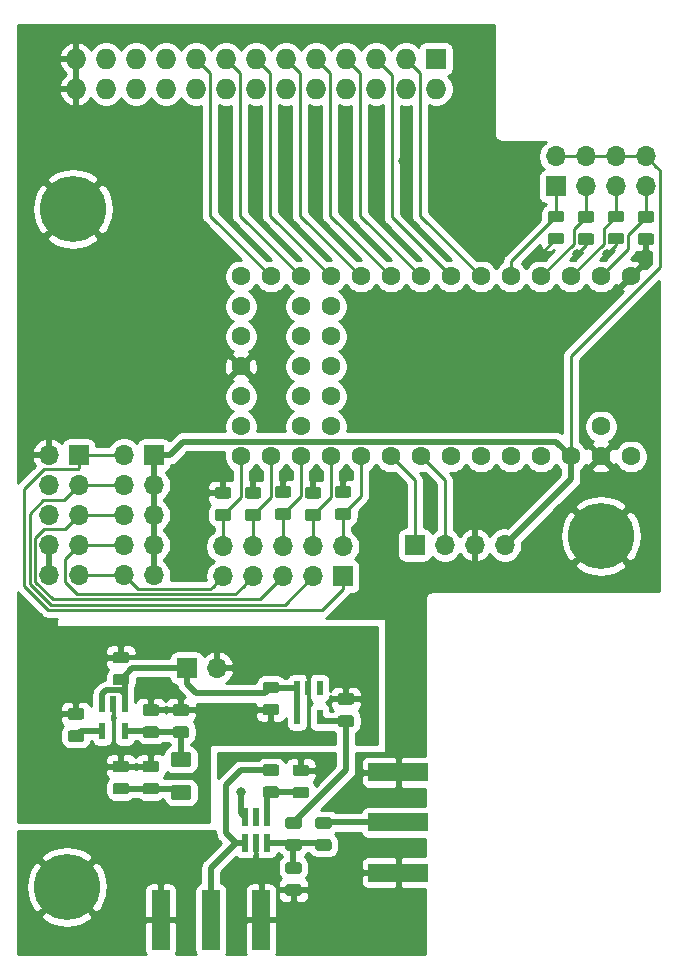
<source format=gbr>
G04 #@! TF.GenerationSoftware,KiCad,Pcbnew,(5.1.5)-3*
G04 #@! TF.CreationDate,2020-06-18T11:59:14-04:00*
G04 #@! TF.ProjectId,red_pitaya_shield,7265645f-7069-4746-9179-615f73686965,rev?*
G04 #@! TF.SameCoordinates,Original*
G04 #@! TF.FileFunction,Copper,L1,Top*
G04 #@! TF.FilePolarity,Positive*
%FSLAX46Y46*%
G04 Gerber Fmt 4.6, Leading zero omitted, Abs format (unit mm)*
G04 Created by KiCad (PCBNEW (5.1.5)-3) date 2020-06-18 11:59:14*
%MOMM*%
%LPD*%
G04 APERTURE LIST*
%ADD10O,1.727200X1.727200*%
%ADD11R,1.727200X1.727200*%
%ADD12O,1.700000X1.700000*%
%ADD13R,1.700000X1.700000*%
%ADD14C,5.600000*%
%ADD15C,0.100000*%
%ADD16C,1.600000*%
%ADD17R,0.530800X1.511200*%
%ADD18R,0.558800X1.473200*%
%ADD19R,0.558800X1.270000*%
%ADD20R,1.500000X5.080000*%
%ADD21R,5.080000X1.500000*%
%ADD22C,0.800000*%
%ADD23C,0.500000*%
%ADD24C,0.250000*%
%ADD25C,0.254000*%
G04 APERTURE END LIST*
D10*
X194310000Y-54102000D03*
X194310000Y-51562000D03*
X196850000Y-54102000D03*
X196850000Y-51562000D03*
X199390000Y-54102000D03*
X199390000Y-51562000D03*
X201930000Y-54102000D03*
X201930000Y-51562000D03*
X204470000Y-54102000D03*
X204470000Y-51562000D03*
X207010000Y-54102000D03*
X207010000Y-51562000D03*
X209550000Y-54102000D03*
X209550000Y-51562000D03*
X212090000Y-54102000D03*
X212090000Y-51562000D03*
X214630000Y-54102000D03*
X214630000Y-51562000D03*
X217170000Y-54102000D03*
X217170000Y-51562000D03*
X219710000Y-54102000D03*
X219710000Y-51562000D03*
X222250000Y-54102000D03*
X222250000Y-51562000D03*
X224790000Y-54102000D03*
D11*
X224790000Y-51562000D03*
D12*
X206248000Y-103124000D03*
D13*
X203708000Y-103124000D03*
D14*
X193548000Y-121666000D03*
X238760000Y-91948000D03*
X194056000Y-64262000D03*
G04 #@! TA.AperFunction,SMDPad,CuDef*
D15*
G36*
X212316142Y-89605174D02*
G01*
X212339803Y-89608684D01*
X212363007Y-89614496D01*
X212385529Y-89622554D01*
X212407153Y-89632782D01*
X212427670Y-89645079D01*
X212446883Y-89659329D01*
X212464607Y-89675393D01*
X212480671Y-89693117D01*
X212494921Y-89712330D01*
X212507218Y-89732847D01*
X212517446Y-89754471D01*
X212525504Y-89776993D01*
X212531316Y-89800197D01*
X212534826Y-89823858D01*
X212536000Y-89847750D01*
X212536000Y-90335250D01*
X212534826Y-90359142D01*
X212531316Y-90382803D01*
X212525504Y-90406007D01*
X212517446Y-90428529D01*
X212507218Y-90450153D01*
X212494921Y-90470670D01*
X212480671Y-90489883D01*
X212464607Y-90507607D01*
X212446883Y-90523671D01*
X212427670Y-90537921D01*
X212407153Y-90550218D01*
X212385529Y-90560446D01*
X212363007Y-90568504D01*
X212339803Y-90574316D01*
X212316142Y-90577826D01*
X212292250Y-90579000D01*
X211379750Y-90579000D01*
X211355858Y-90577826D01*
X211332197Y-90574316D01*
X211308993Y-90568504D01*
X211286471Y-90560446D01*
X211264847Y-90550218D01*
X211244330Y-90537921D01*
X211225117Y-90523671D01*
X211207393Y-90507607D01*
X211191329Y-90489883D01*
X211177079Y-90470670D01*
X211164782Y-90450153D01*
X211154554Y-90428529D01*
X211146496Y-90406007D01*
X211140684Y-90382803D01*
X211137174Y-90359142D01*
X211136000Y-90335250D01*
X211136000Y-89847750D01*
X211137174Y-89823858D01*
X211140684Y-89800197D01*
X211146496Y-89776993D01*
X211154554Y-89754471D01*
X211164782Y-89732847D01*
X211177079Y-89712330D01*
X211191329Y-89693117D01*
X211207393Y-89675393D01*
X211225117Y-89659329D01*
X211244330Y-89645079D01*
X211264847Y-89632782D01*
X211286471Y-89622554D01*
X211308993Y-89614496D01*
X211332197Y-89608684D01*
X211355858Y-89605174D01*
X211379750Y-89604000D01*
X212292250Y-89604000D01*
X212316142Y-89605174D01*
G37*
G04 #@! TD.AperFunction*
G04 #@! TA.AperFunction,SMDPad,CuDef*
G36*
X212316142Y-87730174D02*
G01*
X212339803Y-87733684D01*
X212363007Y-87739496D01*
X212385529Y-87747554D01*
X212407153Y-87757782D01*
X212427670Y-87770079D01*
X212446883Y-87784329D01*
X212464607Y-87800393D01*
X212480671Y-87818117D01*
X212494921Y-87837330D01*
X212507218Y-87857847D01*
X212517446Y-87879471D01*
X212525504Y-87901993D01*
X212531316Y-87925197D01*
X212534826Y-87948858D01*
X212536000Y-87972750D01*
X212536000Y-88460250D01*
X212534826Y-88484142D01*
X212531316Y-88507803D01*
X212525504Y-88531007D01*
X212517446Y-88553529D01*
X212507218Y-88575153D01*
X212494921Y-88595670D01*
X212480671Y-88614883D01*
X212464607Y-88632607D01*
X212446883Y-88648671D01*
X212427670Y-88662921D01*
X212407153Y-88675218D01*
X212385529Y-88685446D01*
X212363007Y-88693504D01*
X212339803Y-88699316D01*
X212316142Y-88702826D01*
X212292250Y-88704000D01*
X211379750Y-88704000D01*
X211355858Y-88702826D01*
X211332197Y-88699316D01*
X211308993Y-88693504D01*
X211286471Y-88685446D01*
X211264847Y-88675218D01*
X211244330Y-88662921D01*
X211225117Y-88648671D01*
X211207393Y-88632607D01*
X211191329Y-88614883D01*
X211177079Y-88595670D01*
X211164782Y-88575153D01*
X211154554Y-88553529D01*
X211146496Y-88531007D01*
X211140684Y-88507803D01*
X211137174Y-88484142D01*
X211136000Y-88460250D01*
X211136000Y-87972750D01*
X211137174Y-87948858D01*
X211140684Y-87925197D01*
X211146496Y-87901993D01*
X211154554Y-87879471D01*
X211164782Y-87857847D01*
X211177079Y-87837330D01*
X211191329Y-87818117D01*
X211207393Y-87800393D01*
X211225117Y-87784329D01*
X211244330Y-87770079D01*
X211264847Y-87757782D01*
X211286471Y-87747554D01*
X211308993Y-87739496D01*
X211332197Y-87733684D01*
X211355858Y-87730174D01*
X211379750Y-87729000D01*
X212292250Y-87729000D01*
X212316142Y-87730174D01*
G37*
G04 #@! TD.AperFunction*
G04 #@! TA.AperFunction,SMDPad,CuDef*
G36*
X214856142Y-89683674D02*
G01*
X214879803Y-89687184D01*
X214903007Y-89692996D01*
X214925529Y-89701054D01*
X214947153Y-89711282D01*
X214967670Y-89723579D01*
X214986883Y-89737829D01*
X215004607Y-89753893D01*
X215020671Y-89771617D01*
X215034921Y-89790830D01*
X215047218Y-89811347D01*
X215057446Y-89832971D01*
X215065504Y-89855493D01*
X215071316Y-89878697D01*
X215074826Y-89902358D01*
X215076000Y-89926250D01*
X215076000Y-90413750D01*
X215074826Y-90437642D01*
X215071316Y-90461303D01*
X215065504Y-90484507D01*
X215057446Y-90507029D01*
X215047218Y-90528653D01*
X215034921Y-90549170D01*
X215020671Y-90568383D01*
X215004607Y-90586107D01*
X214986883Y-90602171D01*
X214967670Y-90616421D01*
X214947153Y-90628718D01*
X214925529Y-90638946D01*
X214903007Y-90647004D01*
X214879803Y-90652816D01*
X214856142Y-90656326D01*
X214832250Y-90657500D01*
X213919750Y-90657500D01*
X213895858Y-90656326D01*
X213872197Y-90652816D01*
X213848993Y-90647004D01*
X213826471Y-90638946D01*
X213804847Y-90628718D01*
X213784330Y-90616421D01*
X213765117Y-90602171D01*
X213747393Y-90586107D01*
X213731329Y-90568383D01*
X213717079Y-90549170D01*
X213704782Y-90528653D01*
X213694554Y-90507029D01*
X213686496Y-90484507D01*
X213680684Y-90461303D01*
X213677174Y-90437642D01*
X213676000Y-90413750D01*
X213676000Y-89926250D01*
X213677174Y-89902358D01*
X213680684Y-89878697D01*
X213686496Y-89855493D01*
X213694554Y-89832971D01*
X213704782Y-89811347D01*
X213717079Y-89790830D01*
X213731329Y-89771617D01*
X213747393Y-89753893D01*
X213765117Y-89737829D01*
X213784330Y-89723579D01*
X213804847Y-89711282D01*
X213826471Y-89701054D01*
X213848993Y-89692996D01*
X213872197Y-89687184D01*
X213895858Y-89683674D01*
X213919750Y-89682500D01*
X214832250Y-89682500D01*
X214856142Y-89683674D01*
G37*
G04 #@! TD.AperFunction*
G04 #@! TA.AperFunction,SMDPad,CuDef*
G36*
X214856142Y-87808674D02*
G01*
X214879803Y-87812184D01*
X214903007Y-87817996D01*
X214925529Y-87826054D01*
X214947153Y-87836282D01*
X214967670Y-87848579D01*
X214986883Y-87862829D01*
X215004607Y-87878893D01*
X215020671Y-87896617D01*
X215034921Y-87915830D01*
X215047218Y-87936347D01*
X215057446Y-87957971D01*
X215065504Y-87980493D01*
X215071316Y-88003697D01*
X215074826Y-88027358D01*
X215076000Y-88051250D01*
X215076000Y-88538750D01*
X215074826Y-88562642D01*
X215071316Y-88586303D01*
X215065504Y-88609507D01*
X215057446Y-88632029D01*
X215047218Y-88653653D01*
X215034921Y-88674170D01*
X215020671Y-88693383D01*
X215004607Y-88711107D01*
X214986883Y-88727171D01*
X214967670Y-88741421D01*
X214947153Y-88753718D01*
X214925529Y-88763946D01*
X214903007Y-88772004D01*
X214879803Y-88777816D01*
X214856142Y-88781326D01*
X214832250Y-88782500D01*
X213919750Y-88782500D01*
X213895858Y-88781326D01*
X213872197Y-88777816D01*
X213848993Y-88772004D01*
X213826471Y-88763946D01*
X213804847Y-88753718D01*
X213784330Y-88741421D01*
X213765117Y-88727171D01*
X213747393Y-88711107D01*
X213731329Y-88693383D01*
X213717079Y-88674170D01*
X213704782Y-88653653D01*
X213694554Y-88632029D01*
X213686496Y-88609507D01*
X213680684Y-88586303D01*
X213677174Y-88562642D01*
X213676000Y-88538750D01*
X213676000Y-88051250D01*
X213677174Y-88027358D01*
X213680684Y-88003697D01*
X213686496Y-87980493D01*
X213694554Y-87957971D01*
X213704782Y-87936347D01*
X213717079Y-87915830D01*
X213731329Y-87896617D01*
X213747393Y-87878893D01*
X213765117Y-87862829D01*
X213784330Y-87848579D01*
X213804847Y-87836282D01*
X213826471Y-87826054D01*
X213848993Y-87817996D01*
X213872197Y-87812184D01*
X213895858Y-87808674D01*
X213919750Y-87807500D01*
X214832250Y-87807500D01*
X214856142Y-87808674D01*
G37*
G04 #@! TD.AperFunction*
G04 #@! TA.AperFunction,SMDPad,CuDef*
G36*
X209776142Y-87808674D02*
G01*
X209799803Y-87812184D01*
X209823007Y-87817996D01*
X209845529Y-87826054D01*
X209867153Y-87836282D01*
X209887670Y-87848579D01*
X209906883Y-87862829D01*
X209924607Y-87878893D01*
X209940671Y-87896617D01*
X209954921Y-87915830D01*
X209967218Y-87936347D01*
X209977446Y-87957971D01*
X209985504Y-87980493D01*
X209991316Y-88003697D01*
X209994826Y-88027358D01*
X209996000Y-88051250D01*
X209996000Y-88538750D01*
X209994826Y-88562642D01*
X209991316Y-88586303D01*
X209985504Y-88609507D01*
X209977446Y-88632029D01*
X209967218Y-88653653D01*
X209954921Y-88674170D01*
X209940671Y-88693383D01*
X209924607Y-88711107D01*
X209906883Y-88727171D01*
X209887670Y-88741421D01*
X209867153Y-88753718D01*
X209845529Y-88763946D01*
X209823007Y-88772004D01*
X209799803Y-88777816D01*
X209776142Y-88781326D01*
X209752250Y-88782500D01*
X208839750Y-88782500D01*
X208815858Y-88781326D01*
X208792197Y-88777816D01*
X208768993Y-88772004D01*
X208746471Y-88763946D01*
X208724847Y-88753718D01*
X208704330Y-88741421D01*
X208685117Y-88727171D01*
X208667393Y-88711107D01*
X208651329Y-88693383D01*
X208637079Y-88674170D01*
X208624782Y-88653653D01*
X208614554Y-88632029D01*
X208606496Y-88609507D01*
X208600684Y-88586303D01*
X208597174Y-88562642D01*
X208596000Y-88538750D01*
X208596000Y-88051250D01*
X208597174Y-88027358D01*
X208600684Y-88003697D01*
X208606496Y-87980493D01*
X208614554Y-87957971D01*
X208624782Y-87936347D01*
X208637079Y-87915830D01*
X208651329Y-87896617D01*
X208667393Y-87878893D01*
X208685117Y-87862829D01*
X208704330Y-87848579D01*
X208724847Y-87836282D01*
X208746471Y-87826054D01*
X208768993Y-87817996D01*
X208792197Y-87812184D01*
X208815858Y-87808674D01*
X208839750Y-87807500D01*
X209752250Y-87807500D01*
X209776142Y-87808674D01*
G37*
G04 #@! TD.AperFunction*
G04 #@! TA.AperFunction,SMDPad,CuDef*
G36*
X209776142Y-89683674D02*
G01*
X209799803Y-89687184D01*
X209823007Y-89692996D01*
X209845529Y-89701054D01*
X209867153Y-89711282D01*
X209887670Y-89723579D01*
X209906883Y-89737829D01*
X209924607Y-89753893D01*
X209940671Y-89771617D01*
X209954921Y-89790830D01*
X209967218Y-89811347D01*
X209977446Y-89832971D01*
X209985504Y-89855493D01*
X209991316Y-89878697D01*
X209994826Y-89902358D01*
X209996000Y-89926250D01*
X209996000Y-90413750D01*
X209994826Y-90437642D01*
X209991316Y-90461303D01*
X209985504Y-90484507D01*
X209977446Y-90507029D01*
X209967218Y-90528653D01*
X209954921Y-90549170D01*
X209940671Y-90568383D01*
X209924607Y-90586107D01*
X209906883Y-90602171D01*
X209887670Y-90616421D01*
X209867153Y-90628718D01*
X209845529Y-90638946D01*
X209823007Y-90647004D01*
X209799803Y-90652816D01*
X209776142Y-90656326D01*
X209752250Y-90657500D01*
X208839750Y-90657500D01*
X208815858Y-90656326D01*
X208792197Y-90652816D01*
X208768993Y-90647004D01*
X208746471Y-90638946D01*
X208724847Y-90628718D01*
X208704330Y-90616421D01*
X208685117Y-90602171D01*
X208667393Y-90586107D01*
X208651329Y-90568383D01*
X208637079Y-90549170D01*
X208624782Y-90528653D01*
X208614554Y-90507029D01*
X208606496Y-90484507D01*
X208600684Y-90461303D01*
X208597174Y-90437642D01*
X208596000Y-90413750D01*
X208596000Y-89926250D01*
X208597174Y-89902358D01*
X208600684Y-89878697D01*
X208606496Y-89855493D01*
X208614554Y-89832971D01*
X208624782Y-89811347D01*
X208637079Y-89790830D01*
X208651329Y-89771617D01*
X208667393Y-89753893D01*
X208685117Y-89737829D01*
X208704330Y-89723579D01*
X208724847Y-89711282D01*
X208746471Y-89701054D01*
X208768993Y-89692996D01*
X208792197Y-89687184D01*
X208815858Y-89683674D01*
X208839750Y-89682500D01*
X209752250Y-89682500D01*
X209776142Y-89683674D01*
G37*
G04 #@! TD.AperFunction*
G04 #@! TA.AperFunction,SMDPad,CuDef*
G36*
X217396142Y-89605174D02*
G01*
X217419803Y-89608684D01*
X217443007Y-89614496D01*
X217465529Y-89622554D01*
X217487153Y-89632782D01*
X217507670Y-89645079D01*
X217526883Y-89659329D01*
X217544607Y-89675393D01*
X217560671Y-89693117D01*
X217574921Y-89712330D01*
X217587218Y-89732847D01*
X217597446Y-89754471D01*
X217605504Y-89776993D01*
X217611316Y-89800197D01*
X217614826Y-89823858D01*
X217616000Y-89847750D01*
X217616000Y-90335250D01*
X217614826Y-90359142D01*
X217611316Y-90382803D01*
X217605504Y-90406007D01*
X217597446Y-90428529D01*
X217587218Y-90450153D01*
X217574921Y-90470670D01*
X217560671Y-90489883D01*
X217544607Y-90507607D01*
X217526883Y-90523671D01*
X217507670Y-90537921D01*
X217487153Y-90550218D01*
X217465529Y-90560446D01*
X217443007Y-90568504D01*
X217419803Y-90574316D01*
X217396142Y-90577826D01*
X217372250Y-90579000D01*
X216459750Y-90579000D01*
X216435858Y-90577826D01*
X216412197Y-90574316D01*
X216388993Y-90568504D01*
X216366471Y-90560446D01*
X216344847Y-90550218D01*
X216324330Y-90537921D01*
X216305117Y-90523671D01*
X216287393Y-90507607D01*
X216271329Y-90489883D01*
X216257079Y-90470670D01*
X216244782Y-90450153D01*
X216234554Y-90428529D01*
X216226496Y-90406007D01*
X216220684Y-90382803D01*
X216217174Y-90359142D01*
X216216000Y-90335250D01*
X216216000Y-89847750D01*
X216217174Y-89823858D01*
X216220684Y-89800197D01*
X216226496Y-89776993D01*
X216234554Y-89754471D01*
X216244782Y-89732847D01*
X216257079Y-89712330D01*
X216271329Y-89693117D01*
X216287393Y-89675393D01*
X216305117Y-89659329D01*
X216324330Y-89645079D01*
X216344847Y-89632782D01*
X216366471Y-89622554D01*
X216388993Y-89614496D01*
X216412197Y-89608684D01*
X216435858Y-89605174D01*
X216459750Y-89604000D01*
X217372250Y-89604000D01*
X217396142Y-89605174D01*
G37*
G04 #@! TD.AperFunction*
G04 #@! TA.AperFunction,SMDPad,CuDef*
G36*
X217396142Y-87730174D02*
G01*
X217419803Y-87733684D01*
X217443007Y-87739496D01*
X217465529Y-87747554D01*
X217487153Y-87757782D01*
X217507670Y-87770079D01*
X217526883Y-87784329D01*
X217544607Y-87800393D01*
X217560671Y-87818117D01*
X217574921Y-87837330D01*
X217587218Y-87857847D01*
X217597446Y-87879471D01*
X217605504Y-87901993D01*
X217611316Y-87925197D01*
X217614826Y-87948858D01*
X217616000Y-87972750D01*
X217616000Y-88460250D01*
X217614826Y-88484142D01*
X217611316Y-88507803D01*
X217605504Y-88531007D01*
X217597446Y-88553529D01*
X217587218Y-88575153D01*
X217574921Y-88595670D01*
X217560671Y-88614883D01*
X217544607Y-88632607D01*
X217526883Y-88648671D01*
X217507670Y-88662921D01*
X217487153Y-88675218D01*
X217465529Y-88685446D01*
X217443007Y-88693504D01*
X217419803Y-88699316D01*
X217396142Y-88702826D01*
X217372250Y-88704000D01*
X216459750Y-88704000D01*
X216435858Y-88702826D01*
X216412197Y-88699316D01*
X216388993Y-88693504D01*
X216366471Y-88685446D01*
X216344847Y-88675218D01*
X216324330Y-88662921D01*
X216305117Y-88648671D01*
X216287393Y-88632607D01*
X216271329Y-88614883D01*
X216257079Y-88595670D01*
X216244782Y-88575153D01*
X216234554Y-88553529D01*
X216226496Y-88531007D01*
X216220684Y-88507803D01*
X216217174Y-88484142D01*
X216216000Y-88460250D01*
X216216000Y-87972750D01*
X216217174Y-87948858D01*
X216220684Y-87925197D01*
X216226496Y-87901993D01*
X216234554Y-87879471D01*
X216244782Y-87857847D01*
X216257079Y-87837330D01*
X216271329Y-87818117D01*
X216287393Y-87800393D01*
X216305117Y-87784329D01*
X216324330Y-87770079D01*
X216344847Y-87757782D01*
X216366471Y-87747554D01*
X216388993Y-87739496D01*
X216412197Y-87733684D01*
X216435858Y-87730174D01*
X216459750Y-87729000D01*
X217372250Y-87729000D01*
X217396142Y-87730174D01*
G37*
G04 #@! TD.AperFunction*
G04 #@! TA.AperFunction,SMDPad,CuDef*
G36*
X207236142Y-87808674D02*
G01*
X207259803Y-87812184D01*
X207283007Y-87817996D01*
X207305529Y-87826054D01*
X207327153Y-87836282D01*
X207347670Y-87848579D01*
X207366883Y-87862829D01*
X207384607Y-87878893D01*
X207400671Y-87896617D01*
X207414921Y-87915830D01*
X207427218Y-87936347D01*
X207437446Y-87957971D01*
X207445504Y-87980493D01*
X207451316Y-88003697D01*
X207454826Y-88027358D01*
X207456000Y-88051250D01*
X207456000Y-88538750D01*
X207454826Y-88562642D01*
X207451316Y-88586303D01*
X207445504Y-88609507D01*
X207437446Y-88632029D01*
X207427218Y-88653653D01*
X207414921Y-88674170D01*
X207400671Y-88693383D01*
X207384607Y-88711107D01*
X207366883Y-88727171D01*
X207347670Y-88741421D01*
X207327153Y-88753718D01*
X207305529Y-88763946D01*
X207283007Y-88772004D01*
X207259803Y-88777816D01*
X207236142Y-88781326D01*
X207212250Y-88782500D01*
X206299750Y-88782500D01*
X206275858Y-88781326D01*
X206252197Y-88777816D01*
X206228993Y-88772004D01*
X206206471Y-88763946D01*
X206184847Y-88753718D01*
X206164330Y-88741421D01*
X206145117Y-88727171D01*
X206127393Y-88711107D01*
X206111329Y-88693383D01*
X206097079Y-88674170D01*
X206084782Y-88653653D01*
X206074554Y-88632029D01*
X206066496Y-88609507D01*
X206060684Y-88586303D01*
X206057174Y-88562642D01*
X206056000Y-88538750D01*
X206056000Y-88051250D01*
X206057174Y-88027358D01*
X206060684Y-88003697D01*
X206066496Y-87980493D01*
X206074554Y-87957971D01*
X206084782Y-87936347D01*
X206097079Y-87915830D01*
X206111329Y-87896617D01*
X206127393Y-87878893D01*
X206145117Y-87862829D01*
X206164330Y-87848579D01*
X206184847Y-87836282D01*
X206206471Y-87826054D01*
X206228993Y-87817996D01*
X206252197Y-87812184D01*
X206275858Y-87808674D01*
X206299750Y-87807500D01*
X207212250Y-87807500D01*
X207236142Y-87808674D01*
G37*
G04 #@! TD.AperFunction*
G04 #@! TA.AperFunction,SMDPad,CuDef*
G36*
X207236142Y-89683674D02*
G01*
X207259803Y-89687184D01*
X207283007Y-89692996D01*
X207305529Y-89701054D01*
X207327153Y-89711282D01*
X207347670Y-89723579D01*
X207366883Y-89737829D01*
X207384607Y-89753893D01*
X207400671Y-89771617D01*
X207414921Y-89790830D01*
X207427218Y-89811347D01*
X207437446Y-89832971D01*
X207445504Y-89855493D01*
X207451316Y-89878697D01*
X207454826Y-89902358D01*
X207456000Y-89926250D01*
X207456000Y-90413750D01*
X207454826Y-90437642D01*
X207451316Y-90461303D01*
X207445504Y-90484507D01*
X207437446Y-90507029D01*
X207427218Y-90528653D01*
X207414921Y-90549170D01*
X207400671Y-90568383D01*
X207384607Y-90586107D01*
X207366883Y-90602171D01*
X207347670Y-90616421D01*
X207327153Y-90628718D01*
X207305529Y-90638946D01*
X207283007Y-90647004D01*
X207259803Y-90652816D01*
X207236142Y-90656326D01*
X207212250Y-90657500D01*
X206299750Y-90657500D01*
X206275858Y-90656326D01*
X206252197Y-90652816D01*
X206228993Y-90647004D01*
X206206471Y-90638946D01*
X206184847Y-90628718D01*
X206164330Y-90616421D01*
X206145117Y-90602171D01*
X206127393Y-90586107D01*
X206111329Y-90568383D01*
X206097079Y-90549170D01*
X206084782Y-90528653D01*
X206074554Y-90507029D01*
X206066496Y-90484507D01*
X206060684Y-90461303D01*
X206057174Y-90437642D01*
X206056000Y-90413750D01*
X206056000Y-89926250D01*
X206057174Y-89902358D01*
X206060684Y-89878697D01*
X206066496Y-89855493D01*
X206074554Y-89832971D01*
X206084782Y-89811347D01*
X206097079Y-89790830D01*
X206111329Y-89771617D01*
X206127393Y-89753893D01*
X206145117Y-89737829D01*
X206164330Y-89723579D01*
X206184847Y-89711282D01*
X206206471Y-89701054D01*
X206228993Y-89692996D01*
X206252197Y-89687184D01*
X206275858Y-89683674D01*
X206299750Y-89682500D01*
X207212250Y-89682500D01*
X207236142Y-89683674D01*
G37*
G04 #@! TD.AperFunction*
D12*
X206756000Y-92837000D03*
X206756000Y-95377000D03*
X209296000Y-92837000D03*
X209296000Y-95377000D03*
X211836000Y-92837000D03*
X211836000Y-95377000D03*
X214376000Y-92837000D03*
X214376000Y-95377000D03*
X216916000Y-92837000D03*
D13*
X216916000Y-95377000D03*
D12*
X192024000Y-95250000D03*
X194564000Y-95250000D03*
X192024000Y-92710000D03*
X194564000Y-92710000D03*
X192024000Y-90170000D03*
X194564000Y-90170000D03*
X192024000Y-87630000D03*
X194564000Y-87630000D03*
X192024000Y-85090000D03*
D13*
X194564000Y-85090000D03*
D12*
X198374000Y-95250000D03*
X200914000Y-95250000D03*
X198374000Y-92710000D03*
X200914000Y-92710000D03*
X198374000Y-90170000D03*
X200914000Y-90170000D03*
X198374000Y-87630000D03*
X200914000Y-87630000D03*
X198374000Y-85090000D03*
D13*
X200914000Y-85090000D03*
X234950000Y-62357000D03*
D12*
X234950000Y-59817000D03*
X237490000Y-62357000D03*
X237490000Y-59817000D03*
X240030000Y-62357000D03*
X240030000Y-59817000D03*
X242570000Y-62357000D03*
X242570000Y-59817000D03*
G04 #@! TA.AperFunction,SMDPad,CuDef*
D15*
G36*
X240510142Y-64410674D02*
G01*
X240533803Y-64414184D01*
X240557007Y-64419996D01*
X240579529Y-64428054D01*
X240601153Y-64438282D01*
X240621670Y-64450579D01*
X240640883Y-64464829D01*
X240658607Y-64480893D01*
X240674671Y-64498617D01*
X240688921Y-64517830D01*
X240701218Y-64538347D01*
X240711446Y-64559971D01*
X240719504Y-64582493D01*
X240725316Y-64605697D01*
X240728826Y-64629358D01*
X240730000Y-64653250D01*
X240730000Y-65140750D01*
X240728826Y-65164642D01*
X240725316Y-65188303D01*
X240719504Y-65211507D01*
X240711446Y-65234029D01*
X240701218Y-65255653D01*
X240688921Y-65276170D01*
X240674671Y-65295383D01*
X240658607Y-65313107D01*
X240640883Y-65329171D01*
X240621670Y-65343421D01*
X240601153Y-65355718D01*
X240579529Y-65365946D01*
X240557007Y-65374004D01*
X240533803Y-65379816D01*
X240510142Y-65383326D01*
X240486250Y-65384500D01*
X239573750Y-65384500D01*
X239549858Y-65383326D01*
X239526197Y-65379816D01*
X239502993Y-65374004D01*
X239480471Y-65365946D01*
X239458847Y-65355718D01*
X239438330Y-65343421D01*
X239419117Y-65329171D01*
X239401393Y-65313107D01*
X239385329Y-65295383D01*
X239371079Y-65276170D01*
X239358782Y-65255653D01*
X239348554Y-65234029D01*
X239340496Y-65211507D01*
X239334684Y-65188303D01*
X239331174Y-65164642D01*
X239330000Y-65140750D01*
X239330000Y-64653250D01*
X239331174Y-64629358D01*
X239334684Y-64605697D01*
X239340496Y-64582493D01*
X239348554Y-64559971D01*
X239358782Y-64538347D01*
X239371079Y-64517830D01*
X239385329Y-64498617D01*
X239401393Y-64480893D01*
X239419117Y-64464829D01*
X239438330Y-64450579D01*
X239458847Y-64438282D01*
X239480471Y-64428054D01*
X239502993Y-64419996D01*
X239526197Y-64414184D01*
X239549858Y-64410674D01*
X239573750Y-64409500D01*
X240486250Y-64409500D01*
X240510142Y-64410674D01*
G37*
G04 #@! TD.AperFunction*
G04 #@! TA.AperFunction,SMDPad,CuDef*
G36*
X240510142Y-66285674D02*
G01*
X240533803Y-66289184D01*
X240557007Y-66294996D01*
X240579529Y-66303054D01*
X240601153Y-66313282D01*
X240621670Y-66325579D01*
X240640883Y-66339829D01*
X240658607Y-66355893D01*
X240674671Y-66373617D01*
X240688921Y-66392830D01*
X240701218Y-66413347D01*
X240711446Y-66434971D01*
X240719504Y-66457493D01*
X240725316Y-66480697D01*
X240728826Y-66504358D01*
X240730000Y-66528250D01*
X240730000Y-67015750D01*
X240728826Y-67039642D01*
X240725316Y-67063303D01*
X240719504Y-67086507D01*
X240711446Y-67109029D01*
X240701218Y-67130653D01*
X240688921Y-67151170D01*
X240674671Y-67170383D01*
X240658607Y-67188107D01*
X240640883Y-67204171D01*
X240621670Y-67218421D01*
X240601153Y-67230718D01*
X240579529Y-67240946D01*
X240557007Y-67249004D01*
X240533803Y-67254816D01*
X240510142Y-67258326D01*
X240486250Y-67259500D01*
X239573750Y-67259500D01*
X239549858Y-67258326D01*
X239526197Y-67254816D01*
X239502993Y-67249004D01*
X239480471Y-67240946D01*
X239458847Y-67230718D01*
X239438330Y-67218421D01*
X239419117Y-67204171D01*
X239401393Y-67188107D01*
X239385329Y-67170383D01*
X239371079Y-67151170D01*
X239358782Y-67130653D01*
X239348554Y-67109029D01*
X239340496Y-67086507D01*
X239334684Y-67063303D01*
X239331174Y-67039642D01*
X239330000Y-67015750D01*
X239330000Y-66528250D01*
X239331174Y-66504358D01*
X239334684Y-66480697D01*
X239340496Y-66457493D01*
X239348554Y-66434971D01*
X239358782Y-66413347D01*
X239371079Y-66392830D01*
X239385329Y-66373617D01*
X239401393Y-66355893D01*
X239419117Y-66339829D01*
X239438330Y-66325579D01*
X239458847Y-66313282D01*
X239480471Y-66303054D01*
X239502993Y-66294996D01*
X239526197Y-66289184D01*
X239549858Y-66285674D01*
X239573750Y-66284500D01*
X240486250Y-66284500D01*
X240510142Y-66285674D01*
G37*
G04 #@! TD.AperFunction*
G04 #@! TA.AperFunction,SMDPad,CuDef*
G36*
X237970142Y-66315674D02*
G01*
X237993803Y-66319184D01*
X238017007Y-66324996D01*
X238039529Y-66333054D01*
X238061153Y-66343282D01*
X238081670Y-66355579D01*
X238100883Y-66369829D01*
X238118607Y-66385893D01*
X238134671Y-66403617D01*
X238148921Y-66422830D01*
X238161218Y-66443347D01*
X238171446Y-66464971D01*
X238179504Y-66487493D01*
X238185316Y-66510697D01*
X238188826Y-66534358D01*
X238190000Y-66558250D01*
X238190000Y-67045750D01*
X238188826Y-67069642D01*
X238185316Y-67093303D01*
X238179504Y-67116507D01*
X238171446Y-67139029D01*
X238161218Y-67160653D01*
X238148921Y-67181170D01*
X238134671Y-67200383D01*
X238118607Y-67218107D01*
X238100883Y-67234171D01*
X238081670Y-67248421D01*
X238061153Y-67260718D01*
X238039529Y-67270946D01*
X238017007Y-67279004D01*
X237993803Y-67284816D01*
X237970142Y-67288326D01*
X237946250Y-67289500D01*
X237033750Y-67289500D01*
X237009858Y-67288326D01*
X236986197Y-67284816D01*
X236962993Y-67279004D01*
X236940471Y-67270946D01*
X236918847Y-67260718D01*
X236898330Y-67248421D01*
X236879117Y-67234171D01*
X236861393Y-67218107D01*
X236845329Y-67200383D01*
X236831079Y-67181170D01*
X236818782Y-67160653D01*
X236808554Y-67139029D01*
X236800496Y-67116507D01*
X236794684Y-67093303D01*
X236791174Y-67069642D01*
X236790000Y-67045750D01*
X236790000Y-66558250D01*
X236791174Y-66534358D01*
X236794684Y-66510697D01*
X236800496Y-66487493D01*
X236808554Y-66464971D01*
X236818782Y-66443347D01*
X236831079Y-66422830D01*
X236845329Y-66403617D01*
X236861393Y-66385893D01*
X236879117Y-66369829D01*
X236898330Y-66355579D01*
X236918847Y-66343282D01*
X236940471Y-66333054D01*
X236962993Y-66324996D01*
X236986197Y-66319184D01*
X237009858Y-66315674D01*
X237033750Y-66314500D01*
X237946250Y-66314500D01*
X237970142Y-66315674D01*
G37*
G04 #@! TD.AperFunction*
G04 #@! TA.AperFunction,SMDPad,CuDef*
G36*
X237970142Y-64440674D02*
G01*
X237993803Y-64444184D01*
X238017007Y-64449996D01*
X238039529Y-64458054D01*
X238061153Y-64468282D01*
X238081670Y-64480579D01*
X238100883Y-64494829D01*
X238118607Y-64510893D01*
X238134671Y-64528617D01*
X238148921Y-64547830D01*
X238161218Y-64568347D01*
X238171446Y-64589971D01*
X238179504Y-64612493D01*
X238185316Y-64635697D01*
X238188826Y-64659358D01*
X238190000Y-64683250D01*
X238190000Y-65170750D01*
X238188826Y-65194642D01*
X238185316Y-65218303D01*
X238179504Y-65241507D01*
X238171446Y-65264029D01*
X238161218Y-65285653D01*
X238148921Y-65306170D01*
X238134671Y-65325383D01*
X238118607Y-65343107D01*
X238100883Y-65359171D01*
X238081670Y-65373421D01*
X238061153Y-65385718D01*
X238039529Y-65395946D01*
X238017007Y-65404004D01*
X237993803Y-65409816D01*
X237970142Y-65413326D01*
X237946250Y-65414500D01*
X237033750Y-65414500D01*
X237009858Y-65413326D01*
X236986197Y-65409816D01*
X236962993Y-65404004D01*
X236940471Y-65395946D01*
X236918847Y-65385718D01*
X236898330Y-65373421D01*
X236879117Y-65359171D01*
X236861393Y-65343107D01*
X236845329Y-65325383D01*
X236831079Y-65306170D01*
X236818782Y-65285653D01*
X236808554Y-65264029D01*
X236800496Y-65241507D01*
X236794684Y-65218303D01*
X236791174Y-65194642D01*
X236790000Y-65170750D01*
X236790000Y-64683250D01*
X236791174Y-64659358D01*
X236794684Y-64635697D01*
X236800496Y-64612493D01*
X236808554Y-64589971D01*
X236818782Y-64568347D01*
X236831079Y-64547830D01*
X236845329Y-64528617D01*
X236861393Y-64510893D01*
X236879117Y-64494829D01*
X236898330Y-64480579D01*
X236918847Y-64468282D01*
X236940471Y-64458054D01*
X236962993Y-64449996D01*
X236986197Y-64444184D01*
X237009858Y-64440674D01*
X237033750Y-64439500D01*
X237946250Y-64439500D01*
X237970142Y-64440674D01*
G37*
G04 #@! TD.AperFunction*
G04 #@! TA.AperFunction,SMDPad,CuDef*
G36*
X243050142Y-64440674D02*
G01*
X243073803Y-64444184D01*
X243097007Y-64449996D01*
X243119529Y-64458054D01*
X243141153Y-64468282D01*
X243161670Y-64480579D01*
X243180883Y-64494829D01*
X243198607Y-64510893D01*
X243214671Y-64528617D01*
X243228921Y-64547830D01*
X243241218Y-64568347D01*
X243251446Y-64589971D01*
X243259504Y-64612493D01*
X243265316Y-64635697D01*
X243268826Y-64659358D01*
X243270000Y-64683250D01*
X243270000Y-65170750D01*
X243268826Y-65194642D01*
X243265316Y-65218303D01*
X243259504Y-65241507D01*
X243251446Y-65264029D01*
X243241218Y-65285653D01*
X243228921Y-65306170D01*
X243214671Y-65325383D01*
X243198607Y-65343107D01*
X243180883Y-65359171D01*
X243161670Y-65373421D01*
X243141153Y-65385718D01*
X243119529Y-65395946D01*
X243097007Y-65404004D01*
X243073803Y-65409816D01*
X243050142Y-65413326D01*
X243026250Y-65414500D01*
X242113750Y-65414500D01*
X242089858Y-65413326D01*
X242066197Y-65409816D01*
X242042993Y-65404004D01*
X242020471Y-65395946D01*
X241998847Y-65385718D01*
X241978330Y-65373421D01*
X241959117Y-65359171D01*
X241941393Y-65343107D01*
X241925329Y-65325383D01*
X241911079Y-65306170D01*
X241898782Y-65285653D01*
X241888554Y-65264029D01*
X241880496Y-65241507D01*
X241874684Y-65218303D01*
X241871174Y-65194642D01*
X241870000Y-65170750D01*
X241870000Y-64683250D01*
X241871174Y-64659358D01*
X241874684Y-64635697D01*
X241880496Y-64612493D01*
X241888554Y-64589971D01*
X241898782Y-64568347D01*
X241911079Y-64547830D01*
X241925329Y-64528617D01*
X241941393Y-64510893D01*
X241959117Y-64494829D01*
X241978330Y-64480579D01*
X241998847Y-64468282D01*
X242020471Y-64458054D01*
X242042993Y-64449996D01*
X242066197Y-64444184D01*
X242089858Y-64440674D01*
X242113750Y-64439500D01*
X243026250Y-64439500D01*
X243050142Y-64440674D01*
G37*
G04 #@! TD.AperFunction*
G04 #@! TA.AperFunction,SMDPad,CuDef*
G36*
X243050142Y-66315674D02*
G01*
X243073803Y-66319184D01*
X243097007Y-66324996D01*
X243119529Y-66333054D01*
X243141153Y-66343282D01*
X243161670Y-66355579D01*
X243180883Y-66369829D01*
X243198607Y-66385893D01*
X243214671Y-66403617D01*
X243228921Y-66422830D01*
X243241218Y-66443347D01*
X243251446Y-66464971D01*
X243259504Y-66487493D01*
X243265316Y-66510697D01*
X243268826Y-66534358D01*
X243270000Y-66558250D01*
X243270000Y-67045750D01*
X243268826Y-67069642D01*
X243265316Y-67093303D01*
X243259504Y-67116507D01*
X243251446Y-67139029D01*
X243241218Y-67160653D01*
X243228921Y-67181170D01*
X243214671Y-67200383D01*
X243198607Y-67218107D01*
X243180883Y-67234171D01*
X243161670Y-67248421D01*
X243141153Y-67260718D01*
X243119529Y-67270946D01*
X243097007Y-67279004D01*
X243073803Y-67284816D01*
X243050142Y-67288326D01*
X243026250Y-67289500D01*
X242113750Y-67289500D01*
X242089858Y-67288326D01*
X242066197Y-67284816D01*
X242042993Y-67279004D01*
X242020471Y-67270946D01*
X241998847Y-67260718D01*
X241978330Y-67248421D01*
X241959117Y-67234171D01*
X241941393Y-67218107D01*
X241925329Y-67200383D01*
X241911079Y-67181170D01*
X241898782Y-67160653D01*
X241888554Y-67139029D01*
X241880496Y-67116507D01*
X241874684Y-67093303D01*
X241871174Y-67069642D01*
X241870000Y-67045750D01*
X241870000Y-66558250D01*
X241871174Y-66534358D01*
X241874684Y-66510697D01*
X241880496Y-66487493D01*
X241888554Y-66464971D01*
X241898782Y-66443347D01*
X241911079Y-66422830D01*
X241925329Y-66403617D01*
X241941393Y-66385893D01*
X241959117Y-66369829D01*
X241978330Y-66355579D01*
X241998847Y-66343282D01*
X242020471Y-66333054D01*
X242042993Y-66324996D01*
X242066197Y-66319184D01*
X242089858Y-66315674D01*
X242113750Y-66314500D01*
X243026250Y-66314500D01*
X243050142Y-66315674D01*
G37*
G04 #@! TD.AperFunction*
G04 #@! TA.AperFunction,SMDPad,CuDef*
G36*
X235430142Y-66285674D02*
G01*
X235453803Y-66289184D01*
X235477007Y-66294996D01*
X235499529Y-66303054D01*
X235521153Y-66313282D01*
X235541670Y-66325579D01*
X235560883Y-66339829D01*
X235578607Y-66355893D01*
X235594671Y-66373617D01*
X235608921Y-66392830D01*
X235621218Y-66413347D01*
X235631446Y-66434971D01*
X235639504Y-66457493D01*
X235645316Y-66480697D01*
X235648826Y-66504358D01*
X235650000Y-66528250D01*
X235650000Y-67015750D01*
X235648826Y-67039642D01*
X235645316Y-67063303D01*
X235639504Y-67086507D01*
X235631446Y-67109029D01*
X235621218Y-67130653D01*
X235608921Y-67151170D01*
X235594671Y-67170383D01*
X235578607Y-67188107D01*
X235560883Y-67204171D01*
X235541670Y-67218421D01*
X235521153Y-67230718D01*
X235499529Y-67240946D01*
X235477007Y-67249004D01*
X235453803Y-67254816D01*
X235430142Y-67258326D01*
X235406250Y-67259500D01*
X234493750Y-67259500D01*
X234469858Y-67258326D01*
X234446197Y-67254816D01*
X234422993Y-67249004D01*
X234400471Y-67240946D01*
X234378847Y-67230718D01*
X234358330Y-67218421D01*
X234339117Y-67204171D01*
X234321393Y-67188107D01*
X234305329Y-67170383D01*
X234291079Y-67151170D01*
X234278782Y-67130653D01*
X234268554Y-67109029D01*
X234260496Y-67086507D01*
X234254684Y-67063303D01*
X234251174Y-67039642D01*
X234250000Y-67015750D01*
X234250000Y-66528250D01*
X234251174Y-66504358D01*
X234254684Y-66480697D01*
X234260496Y-66457493D01*
X234268554Y-66434971D01*
X234278782Y-66413347D01*
X234291079Y-66392830D01*
X234305329Y-66373617D01*
X234321393Y-66355893D01*
X234339117Y-66339829D01*
X234358330Y-66325579D01*
X234378847Y-66313282D01*
X234400471Y-66303054D01*
X234422993Y-66294996D01*
X234446197Y-66289184D01*
X234469858Y-66285674D01*
X234493750Y-66284500D01*
X235406250Y-66284500D01*
X235430142Y-66285674D01*
G37*
G04 #@! TD.AperFunction*
G04 #@! TA.AperFunction,SMDPad,CuDef*
G36*
X235430142Y-64410674D02*
G01*
X235453803Y-64414184D01*
X235477007Y-64419996D01*
X235499529Y-64428054D01*
X235521153Y-64438282D01*
X235541670Y-64450579D01*
X235560883Y-64464829D01*
X235578607Y-64480893D01*
X235594671Y-64498617D01*
X235608921Y-64517830D01*
X235621218Y-64538347D01*
X235631446Y-64559971D01*
X235639504Y-64582493D01*
X235645316Y-64605697D01*
X235648826Y-64629358D01*
X235650000Y-64653250D01*
X235650000Y-65140750D01*
X235648826Y-65164642D01*
X235645316Y-65188303D01*
X235639504Y-65211507D01*
X235631446Y-65234029D01*
X235621218Y-65255653D01*
X235608921Y-65276170D01*
X235594671Y-65295383D01*
X235578607Y-65313107D01*
X235560883Y-65329171D01*
X235541670Y-65343421D01*
X235521153Y-65355718D01*
X235499529Y-65365946D01*
X235477007Y-65374004D01*
X235453803Y-65379816D01*
X235430142Y-65383326D01*
X235406250Y-65384500D01*
X234493750Y-65384500D01*
X234469858Y-65383326D01*
X234446197Y-65379816D01*
X234422993Y-65374004D01*
X234400471Y-65365946D01*
X234378847Y-65355718D01*
X234358330Y-65343421D01*
X234339117Y-65329171D01*
X234321393Y-65313107D01*
X234305329Y-65295383D01*
X234291079Y-65276170D01*
X234278782Y-65255653D01*
X234268554Y-65234029D01*
X234260496Y-65211507D01*
X234254684Y-65188303D01*
X234251174Y-65164642D01*
X234250000Y-65140750D01*
X234250000Y-64653250D01*
X234251174Y-64629358D01*
X234254684Y-64605697D01*
X234260496Y-64582493D01*
X234268554Y-64559971D01*
X234278782Y-64538347D01*
X234291079Y-64517830D01*
X234305329Y-64498617D01*
X234321393Y-64480893D01*
X234339117Y-64464829D01*
X234358330Y-64450579D01*
X234378847Y-64438282D01*
X234400471Y-64428054D01*
X234422993Y-64419996D01*
X234446197Y-64414184D01*
X234469858Y-64410674D01*
X234493750Y-64409500D01*
X235406250Y-64409500D01*
X235430142Y-64410674D01*
G37*
G04 #@! TD.AperFunction*
D16*
X215900000Y-72517000D03*
X213360000Y-72517000D03*
X215900000Y-75057000D03*
X213360000Y-75057000D03*
X215900000Y-77597000D03*
X213360000Y-77597000D03*
X215900000Y-80137000D03*
X213360000Y-80137000D03*
X215900000Y-82677000D03*
X213360000Y-82677000D03*
X241300000Y-69977000D03*
X238760000Y-69977000D03*
X236220000Y-69977000D03*
X233680000Y-69977000D03*
X231140000Y-69977000D03*
X228600000Y-69977000D03*
X226060000Y-69977000D03*
X223520000Y-69977000D03*
X220980000Y-69977000D03*
X218440000Y-69977000D03*
X215900000Y-69977000D03*
X213360000Y-69977000D03*
X210820000Y-69977000D03*
X238760000Y-82677000D03*
X241300000Y-85217000D03*
X238760000Y-85217000D03*
X236220000Y-85217000D03*
X233680000Y-85217000D03*
X231140000Y-85217000D03*
X228600000Y-85217000D03*
X226060000Y-85217000D03*
X223520000Y-85217000D03*
X220980000Y-85217000D03*
X218440000Y-85217000D03*
X215900000Y-85217000D03*
X213360000Y-85217000D03*
X210820000Y-85217000D03*
X208280000Y-69977000D03*
X208280000Y-72517000D03*
X208280000Y-75057000D03*
X208280000Y-85217000D03*
X208280000Y-82677000D03*
X208280000Y-80137000D03*
X208280000Y-77597000D03*
D17*
X208599999Y-115740000D03*
X209550000Y-115740000D03*
X210500001Y-115740000D03*
X210500001Y-117940000D03*
X209550000Y-117940000D03*
X208599999Y-117940000D03*
D18*
X198435001Y-108432600D03*
X196534999Y-108432600D03*
X196534999Y-106197400D03*
X197485000Y-106197400D03*
X198435001Y-106197400D03*
D19*
X214947500Y-107264200D03*
X213042500Y-107264200D03*
X213042500Y-104825800D03*
X213995000Y-104825800D03*
X214947500Y-104825800D03*
G04 #@! TA.AperFunction,SMDPad,CuDef*
D15*
G36*
X213840142Y-111303674D02*
G01*
X213863803Y-111307184D01*
X213887007Y-111312996D01*
X213909529Y-111321054D01*
X213931153Y-111331282D01*
X213951670Y-111343579D01*
X213970883Y-111357829D01*
X213988607Y-111373893D01*
X214004671Y-111391617D01*
X214018921Y-111410830D01*
X214031218Y-111431347D01*
X214041446Y-111452971D01*
X214049504Y-111475493D01*
X214055316Y-111498697D01*
X214058826Y-111522358D01*
X214060000Y-111546250D01*
X214060000Y-112033750D01*
X214058826Y-112057642D01*
X214055316Y-112081303D01*
X214049504Y-112104507D01*
X214041446Y-112127029D01*
X214031218Y-112148653D01*
X214018921Y-112169170D01*
X214004671Y-112188383D01*
X213988607Y-112206107D01*
X213970883Y-112222171D01*
X213951670Y-112236421D01*
X213931153Y-112248718D01*
X213909529Y-112258946D01*
X213887007Y-112267004D01*
X213863803Y-112272816D01*
X213840142Y-112276326D01*
X213816250Y-112277500D01*
X212903750Y-112277500D01*
X212879858Y-112276326D01*
X212856197Y-112272816D01*
X212832993Y-112267004D01*
X212810471Y-112258946D01*
X212788847Y-112248718D01*
X212768330Y-112236421D01*
X212749117Y-112222171D01*
X212731393Y-112206107D01*
X212715329Y-112188383D01*
X212701079Y-112169170D01*
X212688782Y-112148653D01*
X212678554Y-112127029D01*
X212670496Y-112104507D01*
X212664684Y-112081303D01*
X212661174Y-112057642D01*
X212660000Y-112033750D01*
X212660000Y-111546250D01*
X212661174Y-111522358D01*
X212664684Y-111498697D01*
X212670496Y-111475493D01*
X212678554Y-111452971D01*
X212688782Y-111431347D01*
X212701079Y-111410830D01*
X212715329Y-111391617D01*
X212731393Y-111373893D01*
X212749117Y-111357829D01*
X212768330Y-111343579D01*
X212788847Y-111331282D01*
X212810471Y-111321054D01*
X212832993Y-111312996D01*
X212856197Y-111307184D01*
X212879858Y-111303674D01*
X212903750Y-111302500D01*
X213816250Y-111302500D01*
X213840142Y-111303674D01*
G37*
G04 #@! TD.AperFunction*
G04 #@! TA.AperFunction,SMDPad,CuDef*
G36*
X213840142Y-113178674D02*
G01*
X213863803Y-113182184D01*
X213887007Y-113187996D01*
X213909529Y-113196054D01*
X213931153Y-113206282D01*
X213951670Y-113218579D01*
X213970883Y-113232829D01*
X213988607Y-113248893D01*
X214004671Y-113266617D01*
X214018921Y-113285830D01*
X214031218Y-113306347D01*
X214041446Y-113327971D01*
X214049504Y-113350493D01*
X214055316Y-113373697D01*
X214058826Y-113397358D01*
X214060000Y-113421250D01*
X214060000Y-113908750D01*
X214058826Y-113932642D01*
X214055316Y-113956303D01*
X214049504Y-113979507D01*
X214041446Y-114002029D01*
X214031218Y-114023653D01*
X214018921Y-114044170D01*
X214004671Y-114063383D01*
X213988607Y-114081107D01*
X213970883Y-114097171D01*
X213951670Y-114111421D01*
X213931153Y-114123718D01*
X213909529Y-114133946D01*
X213887007Y-114142004D01*
X213863803Y-114147816D01*
X213840142Y-114151326D01*
X213816250Y-114152500D01*
X212903750Y-114152500D01*
X212879858Y-114151326D01*
X212856197Y-114147816D01*
X212832993Y-114142004D01*
X212810471Y-114133946D01*
X212788847Y-114123718D01*
X212768330Y-114111421D01*
X212749117Y-114097171D01*
X212731393Y-114081107D01*
X212715329Y-114063383D01*
X212701079Y-114044170D01*
X212688782Y-114023653D01*
X212678554Y-114002029D01*
X212670496Y-113979507D01*
X212664684Y-113956303D01*
X212661174Y-113932642D01*
X212660000Y-113908750D01*
X212660000Y-113421250D01*
X212661174Y-113397358D01*
X212664684Y-113373697D01*
X212670496Y-113350493D01*
X212678554Y-113327971D01*
X212688782Y-113306347D01*
X212701079Y-113285830D01*
X212715329Y-113266617D01*
X212731393Y-113248893D01*
X212749117Y-113232829D01*
X212768330Y-113218579D01*
X212788847Y-113206282D01*
X212810471Y-113196054D01*
X212832993Y-113187996D01*
X212856197Y-113182184D01*
X212879858Y-113178674D01*
X212903750Y-113177500D01*
X213816250Y-113177500D01*
X213840142Y-113178674D01*
G37*
G04 #@! TD.AperFunction*
G04 #@! TA.AperFunction,SMDPad,CuDef*
G36*
X211300142Y-111273674D02*
G01*
X211323803Y-111277184D01*
X211347007Y-111282996D01*
X211369529Y-111291054D01*
X211391153Y-111301282D01*
X211411670Y-111313579D01*
X211430883Y-111327829D01*
X211448607Y-111343893D01*
X211464671Y-111361617D01*
X211478921Y-111380830D01*
X211491218Y-111401347D01*
X211501446Y-111422971D01*
X211509504Y-111445493D01*
X211515316Y-111468697D01*
X211518826Y-111492358D01*
X211520000Y-111516250D01*
X211520000Y-112003750D01*
X211518826Y-112027642D01*
X211515316Y-112051303D01*
X211509504Y-112074507D01*
X211501446Y-112097029D01*
X211491218Y-112118653D01*
X211478921Y-112139170D01*
X211464671Y-112158383D01*
X211448607Y-112176107D01*
X211430883Y-112192171D01*
X211411670Y-112206421D01*
X211391153Y-112218718D01*
X211369529Y-112228946D01*
X211347007Y-112237004D01*
X211323803Y-112242816D01*
X211300142Y-112246326D01*
X211276250Y-112247500D01*
X210363750Y-112247500D01*
X210339858Y-112246326D01*
X210316197Y-112242816D01*
X210292993Y-112237004D01*
X210270471Y-112228946D01*
X210248847Y-112218718D01*
X210228330Y-112206421D01*
X210209117Y-112192171D01*
X210191393Y-112176107D01*
X210175329Y-112158383D01*
X210161079Y-112139170D01*
X210148782Y-112118653D01*
X210138554Y-112097029D01*
X210130496Y-112074507D01*
X210124684Y-112051303D01*
X210121174Y-112027642D01*
X210120000Y-112003750D01*
X210120000Y-111516250D01*
X210121174Y-111492358D01*
X210124684Y-111468697D01*
X210130496Y-111445493D01*
X210138554Y-111422971D01*
X210148782Y-111401347D01*
X210161079Y-111380830D01*
X210175329Y-111361617D01*
X210191393Y-111343893D01*
X210209117Y-111327829D01*
X210228330Y-111313579D01*
X210248847Y-111301282D01*
X210270471Y-111291054D01*
X210292993Y-111282996D01*
X210316197Y-111277184D01*
X210339858Y-111273674D01*
X210363750Y-111272500D01*
X211276250Y-111272500D01*
X211300142Y-111273674D01*
G37*
G04 #@! TD.AperFunction*
G04 #@! TA.AperFunction,SMDPad,CuDef*
G36*
X211300142Y-113148674D02*
G01*
X211323803Y-113152184D01*
X211347007Y-113157996D01*
X211369529Y-113166054D01*
X211391153Y-113176282D01*
X211411670Y-113188579D01*
X211430883Y-113202829D01*
X211448607Y-113218893D01*
X211464671Y-113236617D01*
X211478921Y-113255830D01*
X211491218Y-113276347D01*
X211501446Y-113297971D01*
X211509504Y-113320493D01*
X211515316Y-113343697D01*
X211518826Y-113367358D01*
X211520000Y-113391250D01*
X211520000Y-113878750D01*
X211518826Y-113902642D01*
X211515316Y-113926303D01*
X211509504Y-113949507D01*
X211501446Y-113972029D01*
X211491218Y-113993653D01*
X211478921Y-114014170D01*
X211464671Y-114033383D01*
X211448607Y-114051107D01*
X211430883Y-114067171D01*
X211411670Y-114081421D01*
X211391153Y-114093718D01*
X211369529Y-114103946D01*
X211347007Y-114112004D01*
X211323803Y-114117816D01*
X211300142Y-114121326D01*
X211276250Y-114122500D01*
X210363750Y-114122500D01*
X210339858Y-114121326D01*
X210316197Y-114117816D01*
X210292993Y-114112004D01*
X210270471Y-114103946D01*
X210248847Y-114093718D01*
X210228330Y-114081421D01*
X210209117Y-114067171D01*
X210191393Y-114051107D01*
X210175329Y-114033383D01*
X210161079Y-114014170D01*
X210148782Y-113993653D01*
X210138554Y-113972029D01*
X210130496Y-113949507D01*
X210124684Y-113926303D01*
X210121174Y-113902642D01*
X210120000Y-113878750D01*
X210120000Y-113391250D01*
X210121174Y-113367358D01*
X210124684Y-113343697D01*
X210130496Y-113320493D01*
X210138554Y-113297971D01*
X210148782Y-113276347D01*
X210161079Y-113255830D01*
X210175329Y-113236617D01*
X210191393Y-113218893D01*
X210209117Y-113202829D01*
X210228330Y-113188579D01*
X210248847Y-113176282D01*
X210270471Y-113166054D01*
X210292993Y-113157996D01*
X210316197Y-113152184D01*
X210339858Y-113148674D01*
X210363750Y-113147500D01*
X211276250Y-113147500D01*
X211300142Y-113148674D01*
G37*
G04 #@! TD.AperFunction*
G04 #@! TA.AperFunction,SMDPad,CuDef*
G36*
X213205142Y-117623674D02*
G01*
X213228803Y-117627184D01*
X213252007Y-117632996D01*
X213274529Y-117641054D01*
X213296153Y-117651282D01*
X213316670Y-117663579D01*
X213335883Y-117677829D01*
X213353607Y-117693893D01*
X213369671Y-117711617D01*
X213383921Y-117730830D01*
X213396218Y-117751347D01*
X213406446Y-117772971D01*
X213414504Y-117795493D01*
X213420316Y-117818697D01*
X213423826Y-117842358D01*
X213425000Y-117866250D01*
X213425000Y-118353750D01*
X213423826Y-118377642D01*
X213420316Y-118401303D01*
X213414504Y-118424507D01*
X213406446Y-118447029D01*
X213396218Y-118468653D01*
X213383921Y-118489170D01*
X213369671Y-118508383D01*
X213353607Y-118526107D01*
X213335883Y-118542171D01*
X213316670Y-118556421D01*
X213296153Y-118568718D01*
X213274529Y-118578946D01*
X213252007Y-118587004D01*
X213228803Y-118592816D01*
X213205142Y-118596326D01*
X213181250Y-118597500D01*
X212268750Y-118597500D01*
X212244858Y-118596326D01*
X212221197Y-118592816D01*
X212197993Y-118587004D01*
X212175471Y-118578946D01*
X212153847Y-118568718D01*
X212133330Y-118556421D01*
X212114117Y-118542171D01*
X212096393Y-118526107D01*
X212080329Y-118508383D01*
X212066079Y-118489170D01*
X212053782Y-118468653D01*
X212043554Y-118447029D01*
X212035496Y-118424507D01*
X212029684Y-118401303D01*
X212026174Y-118377642D01*
X212025000Y-118353750D01*
X212025000Y-117866250D01*
X212026174Y-117842358D01*
X212029684Y-117818697D01*
X212035496Y-117795493D01*
X212043554Y-117772971D01*
X212053782Y-117751347D01*
X212066079Y-117730830D01*
X212080329Y-117711617D01*
X212096393Y-117693893D01*
X212114117Y-117677829D01*
X212133330Y-117663579D01*
X212153847Y-117651282D01*
X212175471Y-117641054D01*
X212197993Y-117632996D01*
X212221197Y-117627184D01*
X212244858Y-117623674D01*
X212268750Y-117622500D01*
X213181250Y-117622500D01*
X213205142Y-117623674D01*
G37*
G04 #@! TD.AperFunction*
G04 #@! TA.AperFunction,SMDPad,CuDef*
G36*
X213205142Y-115748674D02*
G01*
X213228803Y-115752184D01*
X213252007Y-115757996D01*
X213274529Y-115766054D01*
X213296153Y-115776282D01*
X213316670Y-115788579D01*
X213335883Y-115802829D01*
X213353607Y-115818893D01*
X213369671Y-115836617D01*
X213383921Y-115855830D01*
X213396218Y-115876347D01*
X213406446Y-115897971D01*
X213414504Y-115920493D01*
X213420316Y-115943697D01*
X213423826Y-115967358D01*
X213425000Y-115991250D01*
X213425000Y-116478750D01*
X213423826Y-116502642D01*
X213420316Y-116526303D01*
X213414504Y-116549507D01*
X213406446Y-116572029D01*
X213396218Y-116593653D01*
X213383921Y-116614170D01*
X213369671Y-116633383D01*
X213353607Y-116651107D01*
X213335883Y-116667171D01*
X213316670Y-116681421D01*
X213296153Y-116693718D01*
X213274529Y-116703946D01*
X213252007Y-116712004D01*
X213228803Y-116717816D01*
X213205142Y-116721326D01*
X213181250Y-116722500D01*
X212268750Y-116722500D01*
X212244858Y-116721326D01*
X212221197Y-116717816D01*
X212197993Y-116712004D01*
X212175471Y-116703946D01*
X212153847Y-116693718D01*
X212133330Y-116681421D01*
X212114117Y-116667171D01*
X212096393Y-116651107D01*
X212080329Y-116633383D01*
X212066079Y-116614170D01*
X212053782Y-116593653D01*
X212043554Y-116572029D01*
X212035496Y-116549507D01*
X212029684Y-116526303D01*
X212026174Y-116502642D01*
X212025000Y-116478750D01*
X212025000Y-115991250D01*
X212026174Y-115967358D01*
X212029684Y-115943697D01*
X212035496Y-115920493D01*
X212043554Y-115897971D01*
X212053782Y-115876347D01*
X212066079Y-115855830D01*
X212080329Y-115836617D01*
X212096393Y-115818893D01*
X212114117Y-115802829D01*
X212133330Y-115788579D01*
X212153847Y-115776282D01*
X212175471Y-115766054D01*
X212197993Y-115757996D01*
X212221197Y-115752184D01*
X212244858Y-115748674D01*
X212268750Y-115747500D01*
X213181250Y-115747500D01*
X213205142Y-115748674D01*
G37*
G04 #@! TD.AperFunction*
G04 #@! TA.AperFunction,SMDPad,CuDef*
G36*
X215745142Y-117623674D02*
G01*
X215768803Y-117627184D01*
X215792007Y-117632996D01*
X215814529Y-117641054D01*
X215836153Y-117651282D01*
X215856670Y-117663579D01*
X215875883Y-117677829D01*
X215893607Y-117693893D01*
X215909671Y-117711617D01*
X215923921Y-117730830D01*
X215936218Y-117751347D01*
X215946446Y-117772971D01*
X215954504Y-117795493D01*
X215960316Y-117818697D01*
X215963826Y-117842358D01*
X215965000Y-117866250D01*
X215965000Y-118353750D01*
X215963826Y-118377642D01*
X215960316Y-118401303D01*
X215954504Y-118424507D01*
X215946446Y-118447029D01*
X215936218Y-118468653D01*
X215923921Y-118489170D01*
X215909671Y-118508383D01*
X215893607Y-118526107D01*
X215875883Y-118542171D01*
X215856670Y-118556421D01*
X215836153Y-118568718D01*
X215814529Y-118578946D01*
X215792007Y-118587004D01*
X215768803Y-118592816D01*
X215745142Y-118596326D01*
X215721250Y-118597500D01*
X214808750Y-118597500D01*
X214784858Y-118596326D01*
X214761197Y-118592816D01*
X214737993Y-118587004D01*
X214715471Y-118578946D01*
X214693847Y-118568718D01*
X214673330Y-118556421D01*
X214654117Y-118542171D01*
X214636393Y-118526107D01*
X214620329Y-118508383D01*
X214606079Y-118489170D01*
X214593782Y-118468653D01*
X214583554Y-118447029D01*
X214575496Y-118424507D01*
X214569684Y-118401303D01*
X214566174Y-118377642D01*
X214565000Y-118353750D01*
X214565000Y-117866250D01*
X214566174Y-117842358D01*
X214569684Y-117818697D01*
X214575496Y-117795493D01*
X214583554Y-117772971D01*
X214593782Y-117751347D01*
X214606079Y-117730830D01*
X214620329Y-117711617D01*
X214636393Y-117693893D01*
X214654117Y-117677829D01*
X214673330Y-117663579D01*
X214693847Y-117651282D01*
X214715471Y-117641054D01*
X214737993Y-117632996D01*
X214761197Y-117627184D01*
X214784858Y-117623674D01*
X214808750Y-117622500D01*
X215721250Y-117622500D01*
X215745142Y-117623674D01*
G37*
G04 #@! TD.AperFunction*
G04 #@! TA.AperFunction,SMDPad,CuDef*
G36*
X215745142Y-115748674D02*
G01*
X215768803Y-115752184D01*
X215792007Y-115757996D01*
X215814529Y-115766054D01*
X215836153Y-115776282D01*
X215856670Y-115788579D01*
X215875883Y-115802829D01*
X215893607Y-115818893D01*
X215909671Y-115836617D01*
X215923921Y-115855830D01*
X215936218Y-115876347D01*
X215946446Y-115897971D01*
X215954504Y-115920493D01*
X215960316Y-115943697D01*
X215963826Y-115967358D01*
X215965000Y-115991250D01*
X215965000Y-116478750D01*
X215963826Y-116502642D01*
X215960316Y-116526303D01*
X215954504Y-116549507D01*
X215946446Y-116572029D01*
X215936218Y-116593653D01*
X215923921Y-116614170D01*
X215909671Y-116633383D01*
X215893607Y-116651107D01*
X215875883Y-116667171D01*
X215856670Y-116681421D01*
X215836153Y-116693718D01*
X215814529Y-116703946D01*
X215792007Y-116712004D01*
X215768803Y-116717816D01*
X215745142Y-116721326D01*
X215721250Y-116722500D01*
X214808750Y-116722500D01*
X214784858Y-116721326D01*
X214761197Y-116717816D01*
X214737993Y-116712004D01*
X214715471Y-116703946D01*
X214693847Y-116693718D01*
X214673330Y-116681421D01*
X214654117Y-116667171D01*
X214636393Y-116651107D01*
X214620329Y-116633383D01*
X214606079Y-116614170D01*
X214593782Y-116593653D01*
X214583554Y-116572029D01*
X214575496Y-116549507D01*
X214569684Y-116526303D01*
X214566174Y-116502642D01*
X214565000Y-116478750D01*
X214565000Y-115991250D01*
X214566174Y-115967358D01*
X214569684Y-115943697D01*
X214575496Y-115920493D01*
X214583554Y-115897971D01*
X214593782Y-115876347D01*
X214606079Y-115855830D01*
X214620329Y-115836617D01*
X214636393Y-115818893D01*
X214654117Y-115802829D01*
X214673330Y-115788579D01*
X214693847Y-115776282D01*
X214715471Y-115766054D01*
X214737993Y-115757996D01*
X214761197Y-115752184D01*
X214784858Y-115748674D01*
X214808750Y-115747500D01*
X215721250Y-115747500D01*
X215745142Y-115748674D01*
G37*
G04 #@! TD.AperFunction*
G04 #@! TA.AperFunction,SMDPad,CuDef*
G36*
X203849504Y-113041204D02*
G01*
X203873773Y-113044804D01*
X203897571Y-113050765D01*
X203920671Y-113059030D01*
X203942849Y-113069520D01*
X203963893Y-113082133D01*
X203983598Y-113096747D01*
X204001777Y-113113223D01*
X204018253Y-113131402D01*
X204032867Y-113151107D01*
X204045480Y-113172151D01*
X204055970Y-113194329D01*
X204064235Y-113217429D01*
X204070196Y-113241227D01*
X204073796Y-113265496D01*
X204075000Y-113290000D01*
X204075000Y-114040000D01*
X204073796Y-114064504D01*
X204070196Y-114088773D01*
X204064235Y-114112571D01*
X204055970Y-114135671D01*
X204045480Y-114157849D01*
X204032867Y-114178893D01*
X204018253Y-114198598D01*
X204001777Y-114216777D01*
X203983598Y-114233253D01*
X203963893Y-114247867D01*
X203942849Y-114260480D01*
X203920671Y-114270970D01*
X203897571Y-114279235D01*
X203873773Y-114285196D01*
X203849504Y-114288796D01*
X203825000Y-114290000D01*
X202575000Y-114290000D01*
X202550496Y-114288796D01*
X202526227Y-114285196D01*
X202502429Y-114279235D01*
X202479329Y-114270970D01*
X202457151Y-114260480D01*
X202436107Y-114247867D01*
X202416402Y-114233253D01*
X202398223Y-114216777D01*
X202381747Y-114198598D01*
X202367133Y-114178893D01*
X202354520Y-114157849D01*
X202344030Y-114135671D01*
X202335765Y-114112571D01*
X202329804Y-114088773D01*
X202326204Y-114064504D01*
X202325000Y-114040000D01*
X202325000Y-113290000D01*
X202326204Y-113265496D01*
X202329804Y-113241227D01*
X202335765Y-113217429D01*
X202344030Y-113194329D01*
X202354520Y-113172151D01*
X202367133Y-113151107D01*
X202381747Y-113131402D01*
X202398223Y-113113223D01*
X202416402Y-113096747D01*
X202436107Y-113082133D01*
X202457151Y-113069520D01*
X202479329Y-113059030D01*
X202502429Y-113050765D01*
X202526227Y-113044804D01*
X202550496Y-113041204D01*
X202575000Y-113040000D01*
X203825000Y-113040000D01*
X203849504Y-113041204D01*
G37*
G04 #@! TD.AperFunction*
G04 #@! TA.AperFunction,SMDPad,CuDef*
G36*
X203849504Y-110241204D02*
G01*
X203873773Y-110244804D01*
X203897571Y-110250765D01*
X203920671Y-110259030D01*
X203942849Y-110269520D01*
X203963893Y-110282133D01*
X203983598Y-110296747D01*
X204001777Y-110313223D01*
X204018253Y-110331402D01*
X204032867Y-110351107D01*
X204045480Y-110372151D01*
X204055970Y-110394329D01*
X204064235Y-110417429D01*
X204070196Y-110441227D01*
X204073796Y-110465496D01*
X204075000Y-110490000D01*
X204075000Y-111240000D01*
X204073796Y-111264504D01*
X204070196Y-111288773D01*
X204064235Y-111312571D01*
X204055970Y-111335671D01*
X204045480Y-111357849D01*
X204032867Y-111378893D01*
X204018253Y-111398598D01*
X204001777Y-111416777D01*
X203983598Y-111433253D01*
X203963893Y-111447867D01*
X203942849Y-111460480D01*
X203920671Y-111470970D01*
X203897571Y-111479235D01*
X203873773Y-111485196D01*
X203849504Y-111488796D01*
X203825000Y-111490000D01*
X202575000Y-111490000D01*
X202550496Y-111488796D01*
X202526227Y-111485196D01*
X202502429Y-111479235D01*
X202479329Y-111470970D01*
X202457151Y-111460480D01*
X202436107Y-111447867D01*
X202416402Y-111433253D01*
X202398223Y-111416777D01*
X202381747Y-111398598D01*
X202367133Y-111378893D01*
X202354520Y-111357849D01*
X202344030Y-111335671D01*
X202335765Y-111312571D01*
X202329804Y-111288773D01*
X202326204Y-111264504D01*
X202325000Y-111240000D01*
X202325000Y-110490000D01*
X202326204Y-110465496D01*
X202329804Y-110441227D01*
X202335765Y-110417429D01*
X202344030Y-110394329D01*
X202354520Y-110372151D01*
X202367133Y-110351107D01*
X202381747Y-110331402D01*
X202398223Y-110313223D01*
X202416402Y-110296747D01*
X202436107Y-110282133D01*
X202457151Y-110269520D01*
X202479329Y-110259030D01*
X202502429Y-110250765D01*
X202526227Y-110244804D01*
X202550496Y-110241204D01*
X202575000Y-110240000D01*
X203825000Y-110240000D01*
X203849504Y-110241204D01*
G37*
G04 #@! TD.AperFunction*
D12*
X230632000Y-92710000D03*
X228092000Y-92710000D03*
X225552000Y-92710000D03*
D13*
X223012000Y-92710000D03*
D20*
X205740000Y-124460000D03*
X209990000Y-124460000D03*
X201490000Y-124460000D03*
D21*
X221615000Y-116205000D03*
X221615000Y-111955000D03*
X221615000Y-120455000D03*
G04 #@! TA.AperFunction,SMDPad,CuDef*
D15*
G36*
X198600142Y-110971174D02*
G01*
X198623803Y-110974684D01*
X198647007Y-110980496D01*
X198669529Y-110988554D01*
X198691153Y-110998782D01*
X198711670Y-111011079D01*
X198730883Y-111025329D01*
X198748607Y-111041393D01*
X198764671Y-111059117D01*
X198778921Y-111078330D01*
X198791218Y-111098847D01*
X198801446Y-111120471D01*
X198809504Y-111142993D01*
X198815316Y-111166197D01*
X198818826Y-111189858D01*
X198820000Y-111213750D01*
X198820000Y-111701250D01*
X198818826Y-111725142D01*
X198815316Y-111748803D01*
X198809504Y-111772007D01*
X198801446Y-111794529D01*
X198791218Y-111816153D01*
X198778921Y-111836670D01*
X198764671Y-111855883D01*
X198748607Y-111873607D01*
X198730883Y-111889671D01*
X198711670Y-111903921D01*
X198691153Y-111916218D01*
X198669529Y-111926446D01*
X198647007Y-111934504D01*
X198623803Y-111940316D01*
X198600142Y-111943826D01*
X198576250Y-111945000D01*
X197663750Y-111945000D01*
X197639858Y-111943826D01*
X197616197Y-111940316D01*
X197592993Y-111934504D01*
X197570471Y-111926446D01*
X197548847Y-111916218D01*
X197528330Y-111903921D01*
X197509117Y-111889671D01*
X197491393Y-111873607D01*
X197475329Y-111855883D01*
X197461079Y-111836670D01*
X197448782Y-111816153D01*
X197438554Y-111794529D01*
X197430496Y-111772007D01*
X197424684Y-111748803D01*
X197421174Y-111725142D01*
X197420000Y-111701250D01*
X197420000Y-111213750D01*
X197421174Y-111189858D01*
X197424684Y-111166197D01*
X197430496Y-111142993D01*
X197438554Y-111120471D01*
X197448782Y-111098847D01*
X197461079Y-111078330D01*
X197475329Y-111059117D01*
X197491393Y-111041393D01*
X197509117Y-111025329D01*
X197528330Y-111011079D01*
X197548847Y-110998782D01*
X197570471Y-110988554D01*
X197592993Y-110980496D01*
X197616197Y-110974684D01*
X197639858Y-110971174D01*
X197663750Y-110970000D01*
X198576250Y-110970000D01*
X198600142Y-110971174D01*
G37*
G04 #@! TD.AperFunction*
G04 #@! TA.AperFunction,SMDPad,CuDef*
G36*
X198600142Y-112846174D02*
G01*
X198623803Y-112849684D01*
X198647007Y-112855496D01*
X198669529Y-112863554D01*
X198691153Y-112873782D01*
X198711670Y-112886079D01*
X198730883Y-112900329D01*
X198748607Y-112916393D01*
X198764671Y-112934117D01*
X198778921Y-112953330D01*
X198791218Y-112973847D01*
X198801446Y-112995471D01*
X198809504Y-113017993D01*
X198815316Y-113041197D01*
X198818826Y-113064858D01*
X198820000Y-113088750D01*
X198820000Y-113576250D01*
X198818826Y-113600142D01*
X198815316Y-113623803D01*
X198809504Y-113647007D01*
X198801446Y-113669529D01*
X198791218Y-113691153D01*
X198778921Y-113711670D01*
X198764671Y-113730883D01*
X198748607Y-113748607D01*
X198730883Y-113764671D01*
X198711670Y-113778921D01*
X198691153Y-113791218D01*
X198669529Y-113801446D01*
X198647007Y-113809504D01*
X198623803Y-113815316D01*
X198600142Y-113818826D01*
X198576250Y-113820000D01*
X197663750Y-113820000D01*
X197639858Y-113818826D01*
X197616197Y-113815316D01*
X197592993Y-113809504D01*
X197570471Y-113801446D01*
X197548847Y-113791218D01*
X197528330Y-113778921D01*
X197509117Y-113764671D01*
X197491393Y-113748607D01*
X197475329Y-113730883D01*
X197461079Y-113711670D01*
X197448782Y-113691153D01*
X197438554Y-113669529D01*
X197430496Y-113647007D01*
X197424684Y-113623803D01*
X197421174Y-113600142D01*
X197420000Y-113576250D01*
X197420000Y-113088750D01*
X197421174Y-113064858D01*
X197424684Y-113041197D01*
X197430496Y-113017993D01*
X197438554Y-112995471D01*
X197448782Y-112973847D01*
X197461079Y-112953330D01*
X197475329Y-112934117D01*
X197491393Y-112916393D01*
X197509117Y-112900329D01*
X197528330Y-112886079D01*
X197548847Y-112873782D01*
X197570471Y-112863554D01*
X197592993Y-112855496D01*
X197616197Y-112849684D01*
X197639858Y-112846174D01*
X197663750Y-112845000D01*
X198576250Y-112845000D01*
X198600142Y-112846174D01*
G37*
G04 #@! TD.AperFunction*
G04 #@! TA.AperFunction,SMDPad,CuDef*
G36*
X198600142Y-101748674D02*
G01*
X198623803Y-101752184D01*
X198647007Y-101757996D01*
X198669529Y-101766054D01*
X198691153Y-101776282D01*
X198711670Y-101788579D01*
X198730883Y-101802829D01*
X198748607Y-101818893D01*
X198764671Y-101836617D01*
X198778921Y-101855830D01*
X198791218Y-101876347D01*
X198801446Y-101897971D01*
X198809504Y-101920493D01*
X198815316Y-101943697D01*
X198818826Y-101967358D01*
X198820000Y-101991250D01*
X198820000Y-102478750D01*
X198818826Y-102502642D01*
X198815316Y-102526303D01*
X198809504Y-102549507D01*
X198801446Y-102572029D01*
X198791218Y-102593653D01*
X198778921Y-102614170D01*
X198764671Y-102633383D01*
X198748607Y-102651107D01*
X198730883Y-102667171D01*
X198711670Y-102681421D01*
X198691153Y-102693718D01*
X198669529Y-102703946D01*
X198647007Y-102712004D01*
X198623803Y-102717816D01*
X198600142Y-102721326D01*
X198576250Y-102722500D01*
X197663750Y-102722500D01*
X197639858Y-102721326D01*
X197616197Y-102717816D01*
X197592993Y-102712004D01*
X197570471Y-102703946D01*
X197548847Y-102693718D01*
X197528330Y-102681421D01*
X197509117Y-102667171D01*
X197491393Y-102651107D01*
X197475329Y-102633383D01*
X197461079Y-102614170D01*
X197448782Y-102593653D01*
X197438554Y-102572029D01*
X197430496Y-102549507D01*
X197424684Y-102526303D01*
X197421174Y-102502642D01*
X197420000Y-102478750D01*
X197420000Y-101991250D01*
X197421174Y-101967358D01*
X197424684Y-101943697D01*
X197430496Y-101920493D01*
X197438554Y-101897971D01*
X197448782Y-101876347D01*
X197461079Y-101855830D01*
X197475329Y-101836617D01*
X197491393Y-101818893D01*
X197509117Y-101802829D01*
X197528330Y-101788579D01*
X197548847Y-101776282D01*
X197570471Y-101766054D01*
X197592993Y-101757996D01*
X197616197Y-101752184D01*
X197639858Y-101748674D01*
X197663750Y-101747500D01*
X198576250Y-101747500D01*
X198600142Y-101748674D01*
G37*
G04 #@! TD.AperFunction*
G04 #@! TA.AperFunction,SMDPad,CuDef*
G36*
X198600142Y-103623674D02*
G01*
X198623803Y-103627184D01*
X198647007Y-103632996D01*
X198669529Y-103641054D01*
X198691153Y-103651282D01*
X198711670Y-103663579D01*
X198730883Y-103677829D01*
X198748607Y-103693893D01*
X198764671Y-103711617D01*
X198778921Y-103730830D01*
X198791218Y-103751347D01*
X198801446Y-103772971D01*
X198809504Y-103795493D01*
X198815316Y-103818697D01*
X198818826Y-103842358D01*
X198820000Y-103866250D01*
X198820000Y-104353750D01*
X198818826Y-104377642D01*
X198815316Y-104401303D01*
X198809504Y-104424507D01*
X198801446Y-104447029D01*
X198791218Y-104468653D01*
X198778921Y-104489170D01*
X198764671Y-104508383D01*
X198748607Y-104526107D01*
X198730883Y-104542171D01*
X198711670Y-104556421D01*
X198691153Y-104568718D01*
X198669529Y-104578946D01*
X198647007Y-104587004D01*
X198623803Y-104592816D01*
X198600142Y-104596326D01*
X198576250Y-104597500D01*
X197663750Y-104597500D01*
X197639858Y-104596326D01*
X197616197Y-104592816D01*
X197592993Y-104587004D01*
X197570471Y-104578946D01*
X197548847Y-104568718D01*
X197528330Y-104556421D01*
X197509117Y-104542171D01*
X197491393Y-104526107D01*
X197475329Y-104508383D01*
X197461079Y-104489170D01*
X197448782Y-104468653D01*
X197438554Y-104447029D01*
X197430496Y-104424507D01*
X197424684Y-104401303D01*
X197421174Y-104377642D01*
X197420000Y-104353750D01*
X197420000Y-103866250D01*
X197421174Y-103842358D01*
X197424684Y-103818697D01*
X197430496Y-103795493D01*
X197438554Y-103772971D01*
X197448782Y-103751347D01*
X197461079Y-103730830D01*
X197475329Y-103711617D01*
X197491393Y-103693893D01*
X197509117Y-103677829D01*
X197528330Y-103663579D01*
X197548847Y-103651282D01*
X197570471Y-103641054D01*
X197592993Y-103632996D01*
X197616197Y-103627184D01*
X197639858Y-103623674D01*
X197663750Y-103622500D01*
X198576250Y-103622500D01*
X198600142Y-103623674D01*
G37*
G04 #@! TD.AperFunction*
G04 #@! TA.AperFunction,SMDPad,CuDef*
G36*
X217650142Y-105256174D02*
G01*
X217673803Y-105259684D01*
X217697007Y-105265496D01*
X217719529Y-105273554D01*
X217741153Y-105283782D01*
X217761670Y-105296079D01*
X217780883Y-105310329D01*
X217798607Y-105326393D01*
X217814671Y-105344117D01*
X217828921Y-105363330D01*
X217841218Y-105383847D01*
X217851446Y-105405471D01*
X217859504Y-105427993D01*
X217865316Y-105451197D01*
X217868826Y-105474858D01*
X217870000Y-105498750D01*
X217870000Y-105986250D01*
X217868826Y-106010142D01*
X217865316Y-106033803D01*
X217859504Y-106057007D01*
X217851446Y-106079529D01*
X217841218Y-106101153D01*
X217828921Y-106121670D01*
X217814671Y-106140883D01*
X217798607Y-106158607D01*
X217780883Y-106174671D01*
X217761670Y-106188921D01*
X217741153Y-106201218D01*
X217719529Y-106211446D01*
X217697007Y-106219504D01*
X217673803Y-106225316D01*
X217650142Y-106228826D01*
X217626250Y-106230000D01*
X216713750Y-106230000D01*
X216689858Y-106228826D01*
X216666197Y-106225316D01*
X216642993Y-106219504D01*
X216620471Y-106211446D01*
X216598847Y-106201218D01*
X216578330Y-106188921D01*
X216559117Y-106174671D01*
X216541393Y-106158607D01*
X216525329Y-106140883D01*
X216511079Y-106121670D01*
X216498782Y-106101153D01*
X216488554Y-106079529D01*
X216480496Y-106057007D01*
X216474684Y-106033803D01*
X216471174Y-106010142D01*
X216470000Y-105986250D01*
X216470000Y-105498750D01*
X216471174Y-105474858D01*
X216474684Y-105451197D01*
X216480496Y-105427993D01*
X216488554Y-105405471D01*
X216498782Y-105383847D01*
X216511079Y-105363330D01*
X216525329Y-105344117D01*
X216541393Y-105326393D01*
X216559117Y-105310329D01*
X216578330Y-105296079D01*
X216598847Y-105283782D01*
X216620471Y-105273554D01*
X216642993Y-105265496D01*
X216666197Y-105259684D01*
X216689858Y-105256174D01*
X216713750Y-105255000D01*
X217626250Y-105255000D01*
X217650142Y-105256174D01*
G37*
G04 #@! TD.AperFunction*
G04 #@! TA.AperFunction,SMDPad,CuDef*
G36*
X217650142Y-107131174D02*
G01*
X217673803Y-107134684D01*
X217697007Y-107140496D01*
X217719529Y-107148554D01*
X217741153Y-107158782D01*
X217761670Y-107171079D01*
X217780883Y-107185329D01*
X217798607Y-107201393D01*
X217814671Y-107219117D01*
X217828921Y-107238330D01*
X217841218Y-107258847D01*
X217851446Y-107280471D01*
X217859504Y-107302993D01*
X217865316Y-107326197D01*
X217868826Y-107349858D01*
X217870000Y-107373750D01*
X217870000Y-107861250D01*
X217868826Y-107885142D01*
X217865316Y-107908803D01*
X217859504Y-107932007D01*
X217851446Y-107954529D01*
X217841218Y-107976153D01*
X217828921Y-107996670D01*
X217814671Y-108015883D01*
X217798607Y-108033607D01*
X217780883Y-108049671D01*
X217761670Y-108063921D01*
X217741153Y-108076218D01*
X217719529Y-108086446D01*
X217697007Y-108094504D01*
X217673803Y-108100316D01*
X217650142Y-108103826D01*
X217626250Y-108105000D01*
X216713750Y-108105000D01*
X216689858Y-108103826D01*
X216666197Y-108100316D01*
X216642993Y-108094504D01*
X216620471Y-108086446D01*
X216598847Y-108076218D01*
X216578330Y-108063921D01*
X216559117Y-108049671D01*
X216541393Y-108033607D01*
X216525329Y-108015883D01*
X216511079Y-107996670D01*
X216498782Y-107976153D01*
X216488554Y-107954529D01*
X216480496Y-107932007D01*
X216474684Y-107908803D01*
X216471174Y-107885142D01*
X216470000Y-107861250D01*
X216470000Y-107373750D01*
X216471174Y-107349858D01*
X216474684Y-107326197D01*
X216480496Y-107302993D01*
X216488554Y-107280471D01*
X216498782Y-107258847D01*
X216511079Y-107238330D01*
X216525329Y-107219117D01*
X216541393Y-107201393D01*
X216559117Y-107185329D01*
X216578330Y-107171079D01*
X216598847Y-107158782D01*
X216620471Y-107148554D01*
X216642993Y-107140496D01*
X216666197Y-107134684D01*
X216689858Y-107131174D01*
X216713750Y-107130000D01*
X217626250Y-107130000D01*
X217650142Y-107131174D01*
G37*
G04 #@! TD.AperFunction*
G04 #@! TA.AperFunction,SMDPad,CuDef*
G36*
X201140142Y-110971174D02*
G01*
X201163803Y-110974684D01*
X201187007Y-110980496D01*
X201209529Y-110988554D01*
X201231153Y-110998782D01*
X201251670Y-111011079D01*
X201270883Y-111025329D01*
X201288607Y-111041393D01*
X201304671Y-111059117D01*
X201318921Y-111078330D01*
X201331218Y-111098847D01*
X201341446Y-111120471D01*
X201349504Y-111142993D01*
X201355316Y-111166197D01*
X201358826Y-111189858D01*
X201360000Y-111213750D01*
X201360000Y-111701250D01*
X201358826Y-111725142D01*
X201355316Y-111748803D01*
X201349504Y-111772007D01*
X201341446Y-111794529D01*
X201331218Y-111816153D01*
X201318921Y-111836670D01*
X201304671Y-111855883D01*
X201288607Y-111873607D01*
X201270883Y-111889671D01*
X201251670Y-111903921D01*
X201231153Y-111916218D01*
X201209529Y-111926446D01*
X201187007Y-111934504D01*
X201163803Y-111940316D01*
X201140142Y-111943826D01*
X201116250Y-111945000D01*
X200203750Y-111945000D01*
X200179858Y-111943826D01*
X200156197Y-111940316D01*
X200132993Y-111934504D01*
X200110471Y-111926446D01*
X200088847Y-111916218D01*
X200068330Y-111903921D01*
X200049117Y-111889671D01*
X200031393Y-111873607D01*
X200015329Y-111855883D01*
X200001079Y-111836670D01*
X199988782Y-111816153D01*
X199978554Y-111794529D01*
X199970496Y-111772007D01*
X199964684Y-111748803D01*
X199961174Y-111725142D01*
X199960000Y-111701250D01*
X199960000Y-111213750D01*
X199961174Y-111189858D01*
X199964684Y-111166197D01*
X199970496Y-111142993D01*
X199978554Y-111120471D01*
X199988782Y-111098847D01*
X200001079Y-111078330D01*
X200015329Y-111059117D01*
X200031393Y-111041393D01*
X200049117Y-111025329D01*
X200068330Y-111011079D01*
X200088847Y-110998782D01*
X200110471Y-110988554D01*
X200132993Y-110980496D01*
X200156197Y-110974684D01*
X200179858Y-110971174D01*
X200203750Y-110970000D01*
X201116250Y-110970000D01*
X201140142Y-110971174D01*
G37*
G04 #@! TD.AperFunction*
G04 #@! TA.AperFunction,SMDPad,CuDef*
G36*
X201140142Y-112846174D02*
G01*
X201163803Y-112849684D01*
X201187007Y-112855496D01*
X201209529Y-112863554D01*
X201231153Y-112873782D01*
X201251670Y-112886079D01*
X201270883Y-112900329D01*
X201288607Y-112916393D01*
X201304671Y-112934117D01*
X201318921Y-112953330D01*
X201331218Y-112973847D01*
X201341446Y-112995471D01*
X201349504Y-113017993D01*
X201355316Y-113041197D01*
X201358826Y-113064858D01*
X201360000Y-113088750D01*
X201360000Y-113576250D01*
X201358826Y-113600142D01*
X201355316Y-113623803D01*
X201349504Y-113647007D01*
X201341446Y-113669529D01*
X201331218Y-113691153D01*
X201318921Y-113711670D01*
X201304671Y-113730883D01*
X201288607Y-113748607D01*
X201270883Y-113764671D01*
X201251670Y-113778921D01*
X201231153Y-113791218D01*
X201209529Y-113801446D01*
X201187007Y-113809504D01*
X201163803Y-113815316D01*
X201140142Y-113818826D01*
X201116250Y-113820000D01*
X200203750Y-113820000D01*
X200179858Y-113818826D01*
X200156197Y-113815316D01*
X200132993Y-113809504D01*
X200110471Y-113801446D01*
X200088847Y-113791218D01*
X200068330Y-113778921D01*
X200049117Y-113764671D01*
X200031393Y-113748607D01*
X200015329Y-113730883D01*
X200001079Y-113711670D01*
X199988782Y-113691153D01*
X199978554Y-113669529D01*
X199970496Y-113647007D01*
X199964684Y-113623803D01*
X199961174Y-113600142D01*
X199960000Y-113576250D01*
X199960000Y-113088750D01*
X199961174Y-113064858D01*
X199964684Y-113041197D01*
X199970496Y-113017993D01*
X199978554Y-112995471D01*
X199988782Y-112973847D01*
X200001079Y-112953330D01*
X200015329Y-112934117D01*
X200031393Y-112916393D01*
X200049117Y-112900329D01*
X200068330Y-112886079D01*
X200088847Y-112873782D01*
X200110471Y-112863554D01*
X200132993Y-112855496D01*
X200156197Y-112849684D01*
X200179858Y-112846174D01*
X200203750Y-112845000D01*
X201116250Y-112845000D01*
X201140142Y-112846174D01*
G37*
G04 #@! TD.AperFunction*
G04 #@! TA.AperFunction,SMDPad,CuDef*
G36*
X203680142Y-106193674D02*
G01*
X203703803Y-106197184D01*
X203727007Y-106202996D01*
X203749529Y-106211054D01*
X203771153Y-106221282D01*
X203791670Y-106233579D01*
X203810883Y-106247829D01*
X203828607Y-106263893D01*
X203844671Y-106281617D01*
X203858921Y-106300830D01*
X203871218Y-106321347D01*
X203881446Y-106342971D01*
X203889504Y-106365493D01*
X203895316Y-106388697D01*
X203898826Y-106412358D01*
X203900000Y-106436250D01*
X203900000Y-106923750D01*
X203898826Y-106947642D01*
X203895316Y-106971303D01*
X203889504Y-106994507D01*
X203881446Y-107017029D01*
X203871218Y-107038653D01*
X203858921Y-107059170D01*
X203844671Y-107078383D01*
X203828607Y-107096107D01*
X203810883Y-107112171D01*
X203791670Y-107126421D01*
X203771153Y-107138718D01*
X203749529Y-107148946D01*
X203727007Y-107157004D01*
X203703803Y-107162816D01*
X203680142Y-107166326D01*
X203656250Y-107167500D01*
X202743750Y-107167500D01*
X202719858Y-107166326D01*
X202696197Y-107162816D01*
X202672993Y-107157004D01*
X202650471Y-107148946D01*
X202628847Y-107138718D01*
X202608330Y-107126421D01*
X202589117Y-107112171D01*
X202571393Y-107096107D01*
X202555329Y-107078383D01*
X202541079Y-107059170D01*
X202528782Y-107038653D01*
X202518554Y-107017029D01*
X202510496Y-106994507D01*
X202504684Y-106971303D01*
X202501174Y-106947642D01*
X202500000Y-106923750D01*
X202500000Y-106436250D01*
X202501174Y-106412358D01*
X202504684Y-106388697D01*
X202510496Y-106365493D01*
X202518554Y-106342971D01*
X202528782Y-106321347D01*
X202541079Y-106300830D01*
X202555329Y-106281617D01*
X202571393Y-106263893D01*
X202589117Y-106247829D01*
X202608330Y-106233579D01*
X202628847Y-106221282D01*
X202650471Y-106211054D01*
X202672993Y-106202996D01*
X202696197Y-106197184D01*
X202719858Y-106193674D01*
X202743750Y-106192500D01*
X203656250Y-106192500D01*
X203680142Y-106193674D01*
G37*
G04 #@! TD.AperFunction*
G04 #@! TA.AperFunction,SMDPad,CuDef*
G36*
X203680142Y-108068674D02*
G01*
X203703803Y-108072184D01*
X203727007Y-108077996D01*
X203749529Y-108086054D01*
X203771153Y-108096282D01*
X203791670Y-108108579D01*
X203810883Y-108122829D01*
X203828607Y-108138893D01*
X203844671Y-108156617D01*
X203858921Y-108175830D01*
X203871218Y-108196347D01*
X203881446Y-108217971D01*
X203889504Y-108240493D01*
X203895316Y-108263697D01*
X203898826Y-108287358D01*
X203900000Y-108311250D01*
X203900000Y-108798750D01*
X203898826Y-108822642D01*
X203895316Y-108846303D01*
X203889504Y-108869507D01*
X203881446Y-108892029D01*
X203871218Y-108913653D01*
X203858921Y-108934170D01*
X203844671Y-108953383D01*
X203828607Y-108971107D01*
X203810883Y-108987171D01*
X203791670Y-109001421D01*
X203771153Y-109013718D01*
X203749529Y-109023946D01*
X203727007Y-109032004D01*
X203703803Y-109037816D01*
X203680142Y-109041326D01*
X203656250Y-109042500D01*
X202743750Y-109042500D01*
X202719858Y-109041326D01*
X202696197Y-109037816D01*
X202672993Y-109032004D01*
X202650471Y-109023946D01*
X202628847Y-109013718D01*
X202608330Y-109001421D01*
X202589117Y-108987171D01*
X202571393Y-108971107D01*
X202555329Y-108953383D01*
X202541079Y-108934170D01*
X202528782Y-108913653D01*
X202518554Y-108892029D01*
X202510496Y-108869507D01*
X202504684Y-108846303D01*
X202501174Y-108822642D01*
X202500000Y-108798750D01*
X202500000Y-108311250D01*
X202501174Y-108287358D01*
X202504684Y-108263697D01*
X202510496Y-108240493D01*
X202518554Y-108217971D01*
X202528782Y-108196347D01*
X202541079Y-108175830D01*
X202555329Y-108156617D01*
X202571393Y-108138893D01*
X202589117Y-108122829D01*
X202608330Y-108108579D01*
X202628847Y-108096282D01*
X202650471Y-108086054D01*
X202672993Y-108077996D01*
X202696197Y-108072184D01*
X202719858Y-108068674D01*
X202743750Y-108067500D01*
X203656250Y-108067500D01*
X203680142Y-108068674D01*
G37*
G04 #@! TD.AperFunction*
G04 #@! TA.AperFunction,SMDPad,CuDef*
G36*
X201140142Y-106193674D02*
G01*
X201163803Y-106197184D01*
X201187007Y-106202996D01*
X201209529Y-106211054D01*
X201231153Y-106221282D01*
X201251670Y-106233579D01*
X201270883Y-106247829D01*
X201288607Y-106263893D01*
X201304671Y-106281617D01*
X201318921Y-106300830D01*
X201331218Y-106321347D01*
X201341446Y-106342971D01*
X201349504Y-106365493D01*
X201355316Y-106388697D01*
X201358826Y-106412358D01*
X201360000Y-106436250D01*
X201360000Y-106923750D01*
X201358826Y-106947642D01*
X201355316Y-106971303D01*
X201349504Y-106994507D01*
X201341446Y-107017029D01*
X201331218Y-107038653D01*
X201318921Y-107059170D01*
X201304671Y-107078383D01*
X201288607Y-107096107D01*
X201270883Y-107112171D01*
X201251670Y-107126421D01*
X201231153Y-107138718D01*
X201209529Y-107148946D01*
X201187007Y-107157004D01*
X201163803Y-107162816D01*
X201140142Y-107166326D01*
X201116250Y-107167500D01*
X200203750Y-107167500D01*
X200179858Y-107166326D01*
X200156197Y-107162816D01*
X200132993Y-107157004D01*
X200110471Y-107148946D01*
X200088847Y-107138718D01*
X200068330Y-107126421D01*
X200049117Y-107112171D01*
X200031393Y-107096107D01*
X200015329Y-107078383D01*
X200001079Y-107059170D01*
X199988782Y-107038653D01*
X199978554Y-107017029D01*
X199970496Y-106994507D01*
X199964684Y-106971303D01*
X199961174Y-106947642D01*
X199960000Y-106923750D01*
X199960000Y-106436250D01*
X199961174Y-106412358D01*
X199964684Y-106388697D01*
X199970496Y-106365493D01*
X199978554Y-106342971D01*
X199988782Y-106321347D01*
X200001079Y-106300830D01*
X200015329Y-106281617D01*
X200031393Y-106263893D01*
X200049117Y-106247829D01*
X200068330Y-106233579D01*
X200088847Y-106221282D01*
X200110471Y-106211054D01*
X200132993Y-106202996D01*
X200156197Y-106197184D01*
X200179858Y-106193674D01*
X200203750Y-106192500D01*
X201116250Y-106192500D01*
X201140142Y-106193674D01*
G37*
G04 #@! TD.AperFunction*
G04 #@! TA.AperFunction,SMDPad,CuDef*
G36*
X201140142Y-108068674D02*
G01*
X201163803Y-108072184D01*
X201187007Y-108077996D01*
X201209529Y-108086054D01*
X201231153Y-108096282D01*
X201251670Y-108108579D01*
X201270883Y-108122829D01*
X201288607Y-108138893D01*
X201304671Y-108156617D01*
X201318921Y-108175830D01*
X201331218Y-108196347D01*
X201341446Y-108217971D01*
X201349504Y-108240493D01*
X201355316Y-108263697D01*
X201358826Y-108287358D01*
X201360000Y-108311250D01*
X201360000Y-108798750D01*
X201358826Y-108822642D01*
X201355316Y-108846303D01*
X201349504Y-108869507D01*
X201341446Y-108892029D01*
X201331218Y-108913653D01*
X201318921Y-108934170D01*
X201304671Y-108953383D01*
X201288607Y-108971107D01*
X201270883Y-108987171D01*
X201251670Y-109001421D01*
X201231153Y-109013718D01*
X201209529Y-109023946D01*
X201187007Y-109032004D01*
X201163803Y-109037816D01*
X201140142Y-109041326D01*
X201116250Y-109042500D01*
X200203750Y-109042500D01*
X200179858Y-109041326D01*
X200156197Y-109037816D01*
X200132993Y-109032004D01*
X200110471Y-109023946D01*
X200088847Y-109013718D01*
X200068330Y-109001421D01*
X200049117Y-108987171D01*
X200031393Y-108971107D01*
X200015329Y-108953383D01*
X200001079Y-108934170D01*
X199988782Y-108913653D01*
X199978554Y-108892029D01*
X199970496Y-108869507D01*
X199964684Y-108846303D01*
X199961174Y-108822642D01*
X199960000Y-108798750D01*
X199960000Y-108311250D01*
X199961174Y-108287358D01*
X199964684Y-108263697D01*
X199970496Y-108240493D01*
X199978554Y-108217971D01*
X199988782Y-108196347D01*
X200001079Y-108175830D01*
X200015329Y-108156617D01*
X200031393Y-108138893D01*
X200049117Y-108122829D01*
X200068330Y-108108579D01*
X200088847Y-108096282D01*
X200110471Y-108086054D01*
X200132993Y-108077996D01*
X200156197Y-108072184D01*
X200179858Y-108068674D01*
X200203750Y-108067500D01*
X201116250Y-108067500D01*
X201140142Y-108068674D01*
G37*
G04 #@! TD.AperFunction*
G04 #@! TA.AperFunction,SMDPad,CuDef*
G36*
X213205142Y-121433674D02*
G01*
X213228803Y-121437184D01*
X213252007Y-121442996D01*
X213274529Y-121451054D01*
X213296153Y-121461282D01*
X213316670Y-121473579D01*
X213335883Y-121487829D01*
X213353607Y-121503893D01*
X213369671Y-121521617D01*
X213383921Y-121540830D01*
X213396218Y-121561347D01*
X213406446Y-121582971D01*
X213414504Y-121605493D01*
X213420316Y-121628697D01*
X213423826Y-121652358D01*
X213425000Y-121676250D01*
X213425000Y-122163750D01*
X213423826Y-122187642D01*
X213420316Y-122211303D01*
X213414504Y-122234507D01*
X213406446Y-122257029D01*
X213396218Y-122278653D01*
X213383921Y-122299170D01*
X213369671Y-122318383D01*
X213353607Y-122336107D01*
X213335883Y-122352171D01*
X213316670Y-122366421D01*
X213296153Y-122378718D01*
X213274529Y-122388946D01*
X213252007Y-122397004D01*
X213228803Y-122402816D01*
X213205142Y-122406326D01*
X213181250Y-122407500D01*
X212268750Y-122407500D01*
X212244858Y-122406326D01*
X212221197Y-122402816D01*
X212197993Y-122397004D01*
X212175471Y-122388946D01*
X212153847Y-122378718D01*
X212133330Y-122366421D01*
X212114117Y-122352171D01*
X212096393Y-122336107D01*
X212080329Y-122318383D01*
X212066079Y-122299170D01*
X212053782Y-122278653D01*
X212043554Y-122257029D01*
X212035496Y-122234507D01*
X212029684Y-122211303D01*
X212026174Y-122187642D01*
X212025000Y-122163750D01*
X212025000Y-121676250D01*
X212026174Y-121652358D01*
X212029684Y-121628697D01*
X212035496Y-121605493D01*
X212043554Y-121582971D01*
X212053782Y-121561347D01*
X212066079Y-121540830D01*
X212080329Y-121521617D01*
X212096393Y-121503893D01*
X212114117Y-121487829D01*
X212133330Y-121473579D01*
X212153847Y-121461282D01*
X212175471Y-121451054D01*
X212197993Y-121442996D01*
X212221197Y-121437184D01*
X212244858Y-121433674D01*
X212268750Y-121432500D01*
X213181250Y-121432500D01*
X213205142Y-121433674D01*
G37*
G04 #@! TD.AperFunction*
G04 #@! TA.AperFunction,SMDPad,CuDef*
G36*
X213205142Y-119558674D02*
G01*
X213228803Y-119562184D01*
X213252007Y-119567996D01*
X213274529Y-119576054D01*
X213296153Y-119586282D01*
X213316670Y-119598579D01*
X213335883Y-119612829D01*
X213353607Y-119628893D01*
X213369671Y-119646617D01*
X213383921Y-119665830D01*
X213396218Y-119686347D01*
X213406446Y-119707971D01*
X213414504Y-119730493D01*
X213420316Y-119753697D01*
X213423826Y-119777358D01*
X213425000Y-119801250D01*
X213425000Y-120288750D01*
X213423826Y-120312642D01*
X213420316Y-120336303D01*
X213414504Y-120359507D01*
X213406446Y-120382029D01*
X213396218Y-120403653D01*
X213383921Y-120424170D01*
X213369671Y-120443383D01*
X213353607Y-120461107D01*
X213335883Y-120477171D01*
X213316670Y-120491421D01*
X213296153Y-120503718D01*
X213274529Y-120513946D01*
X213252007Y-120522004D01*
X213228803Y-120527816D01*
X213205142Y-120531326D01*
X213181250Y-120532500D01*
X212268750Y-120532500D01*
X212244858Y-120531326D01*
X212221197Y-120527816D01*
X212197993Y-120522004D01*
X212175471Y-120513946D01*
X212153847Y-120503718D01*
X212133330Y-120491421D01*
X212114117Y-120477171D01*
X212096393Y-120461107D01*
X212080329Y-120443383D01*
X212066079Y-120424170D01*
X212053782Y-120403653D01*
X212043554Y-120382029D01*
X212035496Y-120359507D01*
X212029684Y-120336303D01*
X212026174Y-120312642D01*
X212025000Y-120288750D01*
X212025000Y-119801250D01*
X212026174Y-119777358D01*
X212029684Y-119753697D01*
X212035496Y-119730493D01*
X212043554Y-119707971D01*
X212053782Y-119686347D01*
X212066079Y-119665830D01*
X212080329Y-119646617D01*
X212096393Y-119628893D01*
X212114117Y-119612829D01*
X212133330Y-119598579D01*
X212153847Y-119586282D01*
X212175471Y-119576054D01*
X212197993Y-119567996D01*
X212221197Y-119562184D01*
X212244858Y-119558674D01*
X212268750Y-119557500D01*
X213181250Y-119557500D01*
X213205142Y-119558674D01*
G37*
G04 #@! TD.AperFunction*
G04 #@! TA.AperFunction,SMDPad,CuDef*
G36*
X194790142Y-106526174D02*
G01*
X194813803Y-106529684D01*
X194837007Y-106535496D01*
X194859529Y-106543554D01*
X194881153Y-106553782D01*
X194901670Y-106566079D01*
X194920883Y-106580329D01*
X194938607Y-106596393D01*
X194954671Y-106614117D01*
X194968921Y-106633330D01*
X194981218Y-106653847D01*
X194991446Y-106675471D01*
X194999504Y-106697993D01*
X195005316Y-106721197D01*
X195008826Y-106744858D01*
X195010000Y-106768750D01*
X195010000Y-107256250D01*
X195008826Y-107280142D01*
X195005316Y-107303803D01*
X194999504Y-107327007D01*
X194991446Y-107349529D01*
X194981218Y-107371153D01*
X194968921Y-107391670D01*
X194954671Y-107410883D01*
X194938607Y-107428607D01*
X194920883Y-107444671D01*
X194901670Y-107458921D01*
X194881153Y-107471218D01*
X194859529Y-107481446D01*
X194837007Y-107489504D01*
X194813803Y-107495316D01*
X194790142Y-107498826D01*
X194766250Y-107500000D01*
X193853750Y-107500000D01*
X193829858Y-107498826D01*
X193806197Y-107495316D01*
X193782993Y-107489504D01*
X193760471Y-107481446D01*
X193738847Y-107471218D01*
X193718330Y-107458921D01*
X193699117Y-107444671D01*
X193681393Y-107428607D01*
X193665329Y-107410883D01*
X193651079Y-107391670D01*
X193638782Y-107371153D01*
X193628554Y-107349529D01*
X193620496Y-107327007D01*
X193614684Y-107303803D01*
X193611174Y-107280142D01*
X193610000Y-107256250D01*
X193610000Y-106768750D01*
X193611174Y-106744858D01*
X193614684Y-106721197D01*
X193620496Y-106697993D01*
X193628554Y-106675471D01*
X193638782Y-106653847D01*
X193651079Y-106633330D01*
X193665329Y-106614117D01*
X193681393Y-106596393D01*
X193699117Y-106580329D01*
X193718330Y-106566079D01*
X193738847Y-106553782D01*
X193760471Y-106543554D01*
X193782993Y-106535496D01*
X193806197Y-106529684D01*
X193829858Y-106526174D01*
X193853750Y-106525000D01*
X194766250Y-106525000D01*
X194790142Y-106526174D01*
G37*
G04 #@! TD.AperFunction*
G04 #@! TA.AperFunction,SMDPad,CuDef*
G36*
X194790142Y-108401174D02*
G01*
X194813803Y-108404684D01*
X194837007Y-108410496D01*
X194859529Y-108418554D01*
X194881153Y-108428782D01*
X194901670Y-108441079D01*
X194920883Y-108455329D01*
X194938607Y-108471393D01*
X194954671Y-108489117D01*
X194968921Y-108508330D01*
X194981218Y-108528847D01*
X194991446Y-108550471D01*
X194999504Y-108572993D01*
X195005316Y-108596197D01*
X195008826Y-108619858D01*
X195010000Y-108643750D01*
X195010000Y-109131250D01*
X195008826Y-109155142D01*
X195005316Y-109178803D01*
X194999504Y-109202007D01*
X194991446Y-109224529D01*
X194981218Y-109246153D01*
X194968921Y-109266670D01*
X194954671Y-109285883D01*
X194938607Y-109303607D01*
X194920883Y-109319671D01*
X194901670Y-109333921D01*
X194881153Y-109346218D01*
X194859529Y-109356446D01*
X194837007Y-109364504D01*
X194813803Y-109370316D01*
X194790142Y-109373826D01*
X194766250Y-109375000D01*
X193853750Y-109375000D01*
X193829858Y-109373826D01*
X193806197Y-109370316D01*
X193782993Y-109364504D01*
X193760471Y-109356446D01*
X193738847Y-109346218D01*
X193718330Y-109333921D01*
X193699117Y-109319671D01*
X193681393Y-109303607D01*
X193665329Y-109285883D01*
X193651079Y-109266670D01*
X193638782Y-109246153D01*
X193628554Y-109224529D01*
X193620496Y-109202007D01*
X193614684Y-109178803D01*
X193611174Y-109155142D01*
X193610000Y-109131250D01*
X193610000Y-108643750D01*
X193611174Y-108619858D01*
X193614684Y-108596197D01*
X193620496Y-108572993D01*
X193628554Y-108550471D01*
X193638782Y-108528847D01*
X193651079Y-108508330D01*
X193665329Y-108489117D01*
X193681393Y-108471393D01*
X193699117Y-108455329D01*
X193718330Y-108441079D01*
X193738847Y-108428782D01*
X193760471Y-108418554D01*
X193782993Y-108410496D01*
X193806197Y-108404684D01*
X193829858Y-108401174D01*
X193853750Y-108400000D01*
X194766250Y-108400000D01*
X194790142Y-108401174D01*
G37*
G04 #@! TD.AperFunction*
G04 #@! TA.AperFunction,SMDPad,CuDef*
G36*
X211300142Y-104288674D02*
G01*
X211323803Y-104292184D01*
X211347007Y-104297996D01*
X211369529Y-104306054D01*
X211391153Y-104316282D01*
X211411670Y-104328579D01*
X211430883Y-104342829D01*
X211448607Y-104358893D01*
X211464671Y-104376617D01*
X211478921Y-104395830D01*
X211491218Y-104416347D01*
X211501446Y-104437971D01*
X211509504Y-104460493D01*
X211515316Y-104483697D01*
X211518826Y-104507358D01*
X211520000Y-104531250D01*
X211520000Y-105018750D01*
X211518826Y-105042642D01*
X211515316Y-105066303D01*
X211509504Y-105089507D01*
X211501446Y-105112029D01*
X211491218Y-105133653D01*
X211478921Y-105154170D01*
X211464671Y-105173383D01*
X211448607Y-105191107D01*
X211430883Y-105207171D01*
X211411670Y-105221421D01*
X211391153Y-105233718D01*
X211369529Y-105243946D01*
X211347007Y-105252004D01*
X211323803Y-105257816D01*
X211300142Y-105261326D01*
X211276250Y-105262500D01*
X210363750Y-105262500D01*
X210339858Y-105261326D01*
X210316197Y-105257816D01*
X210292993Y-105252004D01*
X210270471Y-105243946D01*
X210248847Y-105233718D01*
X210228330Y-105221421D01*
X210209117Y-105207171D01*
X210191393Y-105191107D01*
X210175329Y-105173383D01*
X210161079Y-105154170D01*
X210148782Y-105133653D01*
X210138554Y-105112029D01*
X210130496Y-105089507D01*
X210124684Y-105066303D01*
X210121174Y-105042642D01*
X210120000Y-105018750D01*
X210120000Y-104531250D01*
X210121174Y-104507358D01*
X210124684Y-104483697D01*
X210130496Y-104460493D01*
X210138554Y-104437971D01*
X210148782Y-104416347D01*
X210161079Y-104395830D01*
X210175329Y-104376617D01*
X210191393Y-104358893D01*
X210209117Y-104342829D01*
X210228330Y-104328579D01*
X210248847Y-104316282D01*
X210270471Y-104306054D01*
X210292993Y-104297996D01*
X210316197Y-104292184D01*
X210339858Y-104288674D01*
X210363750Y-104287500D01*
X211276250Y-104287500D01*
X211300142Y-104288674D01*
G37*
G04 #@! TD.AperFunction*
G04 #@! TA.AperFunction,SMDPad,CuDef*
G36*
X211300142Y-106163674D02*
G01*
X211323803Y-106167184D01*
X211347007Y-106172996D01*
X211369529Y-106181054D01*
X211391153Y-106191282D01*
X211411670Y-106203579D01*
X211430883Y-106217829D01*
X211448607Y-106233893D01*
X211464671Y-106251617D01*
X211478921Y-106270830D01*
X211491218Y-106291347D01*
X211501446Y-106312971D01*
X211509504Y-106335493D01*
X211515316Y-106358697D01*
X211518826Y-106382358D01*
X211520000Y-106406250D01*
X211520000Y-106893750D01*
X211518826Y-106917642D01*
X211515316Y-106941303D01*
X211509504Y-106964507D01*
X211501446Y-106987029D01*
X211491218Y-107008653D01*
X211478921Y-107029170D01*
X211464671Y-107048383D01*
X211448607Y-107066107D01*
X211430883Y-107082171D01*
X211411670Y-107096421D01*
X211391153Y-107108718D01*
X211369529Y-107118946D01*
X211347007Y-107127004D01*
X211323803Y-107132816D01*
X211300142Y-107136326D01*
X211276250Y-107137500D01*
X210363750Y-107137500D01*
X210339858Y-107136326D01*
X210316197Y-107132816D01*
X210292993Y-107127004D01*
X210270471Y-107118946D01*
X210248847Y-107108718D01*
X210228330Y-107096421D01*
X210209117Y-107082171D01*
X210191393Y-107066107D01*
X210175329Y-107048383D01*
X210161079Y-107029170D01*
X210148782Y-107008653D01*
X210138554Y-106987029D01*
X210130496Y-106964507D01*
X210124684Y-106941303D01*
X210121174Y-106917642D01*
X210120000Y-106893750D01*
X210120000Y-106406250D01*
X210121174Y-106382358D01*
X210124684Y-106358697D01*
X210130496Y-106335493D01*
X210138554Y-106312971D01*
X210148782Y-106291347D01*
X210161079Y-106270830D01*
X210175329Y-106251617D01*
X210191393Y-106233893D01*
X210209117Y-106217829D01*
X210228330Y-106203579D01*
X210248847Y-106191282D01*
X210270471Y-106181054D01*
X210292993Y-106172996D01*
X210316197Y-106167184D01*
X210339858Y-106163674D01*
X210363750Y-106162500D01*
X211276250Y-106162500D01*
X211300142Y-106163674D01*
G37*
G04 #@! TD.AperFunction*
D22*
X239268000Y-68072000D03*
X236728000Y-68072000D03*
X233426000Y-68072000D03*
X215392000Y-111252000D03*
X206756000Y-60198000D03*
X209296000Y-60198000D03*
X211836000Y-60198000D03*
X214376000Y-60198000D03*
X216916000Y-60198000D03*
X219456000Y-60198000D03*
X221996000Y-60198000D03*
X224536000Y-89154000D03*
X209550000Y-86868000D03*
X212090000Y-86868000D03*
X214630000Y-86868000D03*
X217170000Y-86868000D03*
X204978000Y-86106000D03*
X203200000Y-113665000D03*
X208280000Y-113665000D03*
D23*
X210870800Y-104825800D02*
X210820000Y-104775000D01*
X213042500Y-104825800D02*
X210870800Y-104825800D01*
X213042500Y-107264200D02*
X213042500Y-104825800D01*
X198435001Y-104425001D02*
X198120000Y-104110000D01*
X198435001Y-106197400D02*
X198435001Y-104425001D01*
X198435001Y-105321399D02*
X198435001Y-106197400D01*
X196845599Y-105010799D02*
X198124401Y-105010799D01*
X198124401Y-105010799D02*
X198435001Y-105321399D01*
X196534999Y-105321399D02*
X196845599Y-105010799D01*
X196534999Y-106197400D02*
X196534999Y-105321399D01*
X203708000Y-104474000D02*
X203708000Y-103124000D01*
X204494527Y-105260527D02*
X203708000Y-104474000D01*
X210334473Y-105260527D02*
X204494527Y-105260527D01*
X210820000Y-104775000D02*
X210334473Y-105260527D01*
X199106000Y-103124000D02*
X198120000Y-104110000D01*
X203708000Y-103124000D02*
X199106000Y-103124000D01*
D24*
X233650000Y-68072000D02*
X234950000Y-66772000D01*
X233426000Y-68072000D02*
X233650000Y-68072000D01*
X237490000Y-67310000D02*
X237490000Y-66802000D01*
X236728000Y-68072000D02*
X237490000Y-67310000D01*
X240030000Y-67310000D02*
X240030000Y-66772000D01*
X239268000Y-68072000D02*
X240030000Y-67310000D01*
D23*
X194764900Y-108432600D02*
X194310000Y-108887500D01*
X196534999Y-108432600D02*
X194764900Y-108432600D01*
X215095000Y-117940000D02*
X215265000Y-118110000D01*
X210500001Y-117940000D02*
X215095000Y-117940000D01*
X212725000Y-118110000D02*
X212725000Y-120045000D01*
X203200000Y-110865000D02*
X203200000Y-108555000D01*
X203200000Y-108555000D02*
X200660000Y-108555000D01*
X200537600Y-108432600D02*
X200660000Y-108555000D01*
X198435001Y-108432600D02*
X200537600Y-108432600D01*
X198120000Y-113332500D02*
X200660000Y-113332500D01*
X202867500Y-113332500D02*
X203200000Y-113665000D01*
X200660000Y-113332500D02*
X202867500Y-113332500D01*
X208280000Y-115420001D02*
X208599999Y-115740000D01*
X208280000Y-113665000D02*
X208280000Y-115420001D01*
X217170000Y-111790000D02*
X212725000Y-116235000D01*
X217170000Y-107617500D02*
X217170000Y-111790000D01*
X215300800Y-107617500D02*
X214947500Y-107264200D01*
X217170000Y-107617500D02*
X215300800Y-107617500D01*
X215295000Y-116205000D02*
X215265000Y-116235000D01*
X221615000Y-116205000D02*
X215295000Y-116205000D01*
X205740000Y-120034599D02*
X205740000Y-121420000D01*
X205740000Y-121420000D02*
X205740000Y-124460000D01*
X207834599Y-117940000D02*
X205740000Y-120034599D01*
X210820000Y-111760000D02*
X208280000Y-111760000D01*
X208280000Y-111760000D02*
X207010000Y-113030000D01*
X207834599Y-117940000D02*
X208599999Y-117940000D01*
X207010000Y-117115401D02*
X207834599Y-117940000D01*
X207010000Y-113030000D02*
X207010000Y-117115401D01*
D24*
X234950000Y-59817000D02*
X242570000Y-59817000D01*
X243745001Y-60992001D02*
X243419999Y-60666999D01*
X243419999Y-60666999D02*
X242570000Y-59817000D01*
X236220000Y-76722002D02*
X243745001Y-69197001D01*
X243745001Y-69197001D02*
X243745001Y-60992001D01*
X236220000Y-85217000D02*
X236220000Y-76722002D01*
D23*
X236220000Y-87122000D02*
X236220000Y-85217000D01*
X230632000Y-92710000D02*
X236220000Y-87122000D01*
X202264000Y-85090000D02*
X200914000Y-85090000D01*
X203387001Y-83966999D02*
X202264000Y-85090000D01*
X234969999Y-83966999D02*
X203387001Y-83966999D01*
X236220000Y-85217000D02*
X234969999Y-83966999D01*
X200914000Y-85090000D02*
X200914000Y-95250000D01*
D24*
X242570000Y-64927000D02*
X242570000Y-62357000D01*
X241055010Y-66441990D02*
X242084473Y-65412527D01*
X242084473Y-65412527D02*
X242570000Y-64927000D01*
X241055010Y-67681990D02*
X241055010Y-66441990D01*
X238760000Y-69977000D02*
X241055010Y-67681990D01*
X240030000Y-64897000D02*
X240030000Y-62357000D01*
X239004990Y-65922010D02*
X239544473Y-65382527D01*
X239544473Y-65382527D02*
X240030000Y-64897000D01*
X239004990Y-67192010D02*
X239004990Y-65922010D01*
X236220000Y-69977000D02*
X239004990Y-67192010D01*
X237490000Y-64927000D02*
X237490000Y-62357000D01*
X236464990Y-65952010D02*
X237004473Y-65412527D01*
X236464990Y-67192010D02*
X236464990Y-65952010D01*
X237004473Y-65412527D02*
X237490000Y-64927000D01*
X233680000Y-69977000D02*
X236464990Y-67192010D01*
X234950000Y-64897000D02*
X234950000Y-62357000D01*
X231140000Y-68707000D02*
X231140000Y-69977000D01*
X234950000Y-64897000D02*
X231140000Y-68707000D01*
X225552000Y-87249000D02*
X225552000Y-92710000D01*
X223520000Y-85217000D02*
X225552000Y-87249000D01*
X223012000Y-87249000D02*
X223012000Y-92710000D01*
X220980000Y-85217000D02*
X223012000Y-87249000D01*
X205658601Y-52750601D02*
X205333599Y-52425599D01*
X205333599Y-52425599D02*
X204470000Y-51562000D01*
X205658601Y-64815601D02*
X205658601Y-52750601D01*
X210820000Y-69977000D02*
X205658601Y-64815601D01*
X208198601Y-64815601D02*
X208198601Y-52750601D01*
X207873599Y-52425599D02*
X207010000Y-51562000D01*
X208198601Y-52750601D02*
X207873599Y-52425599D01*
X213360000Y-69977000D02*
X208198601Y-64815601D01*
X210738601Y-52750601D02*
X210413599Y-52425599D01*
X210738601Y-64815601D02*
X210738601Y-52750601D01*
X210413599Y-52425599D02*
X209550000Y-51562000D01*
X215900000Y-69977000D02*
X210738601Y-64815601D01*
X213278601Y-52750601D02*
X212953599Y-52425599D01*
X212953599Y-52425599D02*
X212090000Y-51562000D01*
X213278601Y-64815601D02*
X213278601Y-52750601D01*
X218440000Y-69977000D02*
X213278601Y-64815601D01*
X215493599Y-52425599D02*
X214630000Y-51562000D01*
X215818601Y-52750601D02*
X215493599Y-52425599D01*
X215818601Y-64815601D02*
X215818601Y-52750601D01*
X220980000Y-69977000D02*
X215818601Y-64815601D01*
X218033599Y-52425599D02*
X217170000Y-51562000D01*
X218358601Y-64815601D02*
X218358601Y-52750601D01*
X218358601Y-52750601D02*
X218033599Y-52425599D01*
X223520000Y-69977000D02*
X218358601Y-64815601D01*
X221061399Y-52913399D02*
X220573599Y-52425599D01*
X220573599Y-52425599D02*
X219710000Y-51562000D01*
X221061399Y-64978399D02*
X221061399Y-52913399D01*
X226060000Y-69977000D02*
X221061399Y-64978399D01*
X223113599Y-52425599D02*
X222250000Y-51562000D01*
X223438601Y-52750601D02*
X223113599Y-52425599D01*
X223438601Y-64815601D02*
X223438601Y-52750601D01*
X228600000Y-69977000D02*
X223438601Y-64815601D01*
D23*
X210500001Y-113954999D02*
X210820000Y-113635000D01*
X210500001Y-115740000D02*
X210500001Y-113954999D01*
X213330000Y-113635000D02*
X213360000Y-113665000D01*
X210820000Y-113635000D02*
X213330000Y-113635000D01*
D24*
X205906001Y-96226999D02*
X206756000Y-95377000D01*
X205707999Y-96425001D02*
X205906001Y-96226999D01*
X199549001Y-96425001D02*
X205707999Y-96425001D01*
X198374000Y-95250000D02*
X199549001Y-96425001D01*
X195766081Y-95250000D02*
X198374000Y-95250000D01*
X194564000Y-95250000D02*
X195766081Y-95250000D01*
X197171919Y-92710000D02*
X194564000Y-92710000D01*
X198374000Y-92710000D02*
X197171919Y-92710000D01*
X208446001Y-96226999D02*
X209296000Y-95377000D01*
X207797989Y-96875011D02*
X208446001Y-96226999D01*
X194450009Y-96875011D02*
X207797989Y-96875011D01*
X193388999Y-95814001D02*
X194450009Y-96875011D01*
X193388999Y-93885001D02*
X193388999Y-95814001D01*
X194564000Y-92710000D02*
X193388999Y-93885001D01*
X195766081Y-90170000D02*
X198374000Y-90170000D01*
X194564000Y-90170000D02*
X195766081Y-90170000D01*
X193388999Y-91345001D02*
X193714001Y-91019999D01*
X190848999Y-92107001D02*
X191610999Y-91345001D01*
X191610999Y-91345001D02*
X193388999Y-91345001D01*
X190848999Y-95814001D02*
X190848999Y-92107001D01*
X192360018Y-97325020D02*
X190848999Y-95814001D01*
X193714001Y-91019999D02*
X194564000Y-90170000D01*
X209887980Y-97325020D02*
X192360018Y-97325020D01*
X211836000Y-95377000D02*
X209887980Y-97325020D01*
X198374000Y-87630000D02*
X194564000Y-87630000D01*
X193714001Y-88479999D02*
X194564000Y-87630000D01*
X193294000Y-88900000D02*
X193714001Y-88479999D01*
X191554998Y-88900000D02*
X193294000Y-88900000D01*
X190398989Y-90056009D02*
X191554998Y-88900000D01*
X192173617Y-97775029D02*
X190398989Y-96000401D01*
X190398989Y-96000401D02*
X190398989Y-90056009D01*
X211977971Y-97775029D02*
X192173617Y-97775029D01*
X214376000Y-95377000D02*
X211977971Y-97775029D01*
X195664000Y-85090000D02*
X198374000Y-85090000D01*
X194564000Y-85090000D02*
X195664000Y-85090000D01*
X194564000Y-86190000D02*
X194564000Y-85090000D01*
X191649997Y-86265001D02*
X194488999Y-86265001D01*
X194488999Y-86265001D02*
X194564000Y-86190000D01*
X189948979Y-96186801D02*
X189948979Y-87966019D01*
X189948979Y-87966019D02*
X191649997Y-86265001D01*
X191987216Y-98225038D02*
X189948979Y-96186801D01*
X215167962Y-98225038D02*
X191987216Y-98225038D01*
X216916000Y-96477000D02*
X215167962Y-98225038D01*
X216916000Y-95377000D02*
X216916000Y-96477000D01*
X206756000Y-92837000D02*
X206756000Y-90170000D01*
X208270990Y-86357380D02*
X208270990Y-88655010D01*
X208270990Y-88655010D02*
X207241527Y-89684473D01*
X208280000Y-86348370D02*
X208270990Y-86357380D01*
X207241527Y-89684473D02*
X206756000Y-90170000D01*
X208280000Y-85217000D02*
X208280000Y-86348370D01*
X209296000Y-92837000D02*
X209296000Y-90170000D01*
X209781527Y-89684473D02*
X209296000Y-90170000D01*
X210810990Y-88655010D02*
X209781527Y-89684473D01*
X210810990Y-87737160D02*
X210810990Y-88655010D01*
X210820000Y-87728150D02*
X210810990Y-87737160D01*
X210820000Y-85217000D02*
X210820000Y-87728150D01*
X211836000Y-92837000D02*
X211836000Y-90091500D01*
X212321527Y-89605973D02*
X211836000Y-90091500D01*
X213350990Y-88576510D02*
X212321527Y-89605973D01*
X213350990Y-85226010D02*
X213350990Y-88576510D01*
X213360000Y-85217000D02*
X213350990Y-85226010D01*
X214376000Y-92837000D02*
X214376000Y-90170000D01*
X215890990Y-88655010D02*
X214861527Y-89684473D01*
X214861527Y-89684473D02*
X214376000Y-90170000D01*
X215890990Y-86357380D02*
X215890990Y-88655010D01*
X215900000Y-86348370D02*
X215890990Y-86357380D01*
X215900000Y-85217000D02*
X215900000Y-86348370D01*
X216916000Y-92837000D02*
X216916000Y-90091500D01*
X218440000Y-88567500D02*
X218440000Y-85217000D01*
X216916000Y-90091500D02*
X218440000Y-88567500D01*
D25*
G36*
X206125001Y-117071922D02*
G01*
X206120719Y-117115401D01*
X206137805Y-117288891D01*
X206188412Y-117455714D01*
X206270590Y-117609460D01*
X206353468Y-117710447D01*
X206353471Y-117710450D01*
X206381184Y-117744218D01*
X206414951Y-117771930D01*
X206583021Y-117940000D01*
X205144956Y-119378065D01*
X205111183Y-119405782D01*
X205000589Y-119540541D01*
X204918411Y-119694287D01*
X204867805Y-119861110D01*
X204855000Y-119991123D01*
X204855000Y-119991130D01*
X204850719Y-120034599D01*
X204855000Y-120078069D01*
X204855001Y-121297378D01*
X204745820Y-121330498D01*
X204635506Y-121389463D01*
X204538815Y-121468815D01*
X204459463Y-121565506D01*
X204400498Y-121675820D01*
X204364188Y-121795518D01*
X204351928Y-121920000D01*
X204351928Y-127000000D01*
X204364188Y-127124482D01*
X204400498Y-127244180D01*
X204459463Y-127354494D01*
X204460699Y-127356000D01*
X202769301Y-127356000D01*
X202770537Y-127354494D01*
X202829502Y-127244180D01*
X202865812Y-127124482D01*
X202878072Y-127000000D01*
X202875000Y-124745750D01*
X202716250Y-124587000D01*
X201617000Y-124587000D01*
X201617000Y-124607000D01*
X201363000Y-124607000D01*
X201363000Y-124587000D01*
X200263750Y-124587000D01*
X200105000Y-124745750D01*
X200101928Y-127000000D01*
X200114188Y-127124482D01*
X200150498Y-127244180D01*
X200209463Y-127354494D01*
X200210699Y-127356000D01*
X189382000Y-127356000D01*
X189382000Y-124082481D01*
X191311124Y-124082481D01*
X191623308Y-124531177D01*
X192219259Y-124851612D01*
X192866273Y-125049626D01*
X193539484Y-125117610D01*
X194213023Y-125052949D01*
X194861006Y-124858130D01*
X195458530Y-124540639D01*
X195472692Y-124531177D01*
X195784876Y-124082481D01*
X193548000Y-121845605D01*
X191311124Y-124082481D01*
X189382000Y-124082481D01*
X189382000Y-121657484D01*
X190096390Y-121657484D01*
X190161051Y-122331023D01*
X190355870Y-122979006D01*
X190673361Y-123576530D01*
X190682823Y-123590692D01*
X191131519Y-123902876D01*
X193368395Y-121666000D01*
X193727605Y-121666000D01*
X195964481Y-123902876D01*
X196413177Y-123590692D01*
X196733612Y-122994741D01*
X196931626Y-122347727D01*
X196974819Y-121920000D01*
X200101928Y-121920000D01*
X200105000Y-124174250D01*
X200263750Y-124333000D01*
X201363000Y-124333000D01*
X201363000Y-121443750D01*
X201617000Y-121443750D01*
X201617000Y-124333000D01*
X202716250Y-124333000D01*
X202875000Y-124174250D01*
X202878072Y-121920000D01*
X202865812Y-121795518D01*
X202829502Y-121675820D01*
X202770537Y-121565506D01*
X202691185Y-121468815D01*
X202594494Y-121389463D01*
X202484180Y-121330498D01*
X202364482Y-121294188D01*
X202240000Y-121281928D01*
X201775750Y-121285000D01*
X201617000Y-121443750D01*
X201363000Y-121443750D01*
X201204250Y-121285000D01*
X200740000Y-121281928D01*
X200615518Y-121294188D01*
X200495820Y-121330498D01*
X200385506Y-121389463D01*
X200288815Y-121468815D01*
X200209463Y-121565506D01*
X200150498Y-121675820D01*
X200114188Y-121795518D01*
X200101928Y-121920000D01*
X196974819Y-121920000D01*
X196999610Y-121674516D01*
X196934949Y-121000977D01*
X196740130Y-120352994D01*
X196422639Y-119755470D01*
X196413177Y-119741308D01*
X195964481Y-119429124D01*
X193727605Y-121666000D01*
X193368395Y-121666000D01*
X191131519Y-119429124D01*
X190682823Y-119741308D01*
X190362388Y-120337259D01*
X190164374Y-120984273D01*
X190096390Y-121657484D01*
X189382000Y-121657484D01*
X189382000Y-119249519D01*
X191311124Y-119249519D01*
X193548000Y-121486395D01*
X195784876Y-119249519D01*
X195472692Y-118800823D01*
X194876741Y-118480388D01*
X194229727Y-118282374D01*
X193556516Y-118214390D01*
X192882977Y-118279051D01*
X192234994Y-118473870D01*
X191637470Y-118791361D01*
X191623308Y-118800823D01*
X191311124Y-119249519D01*
X189382000Y-119249519D01*
X189382000Y-116967000D01*
X206125001Y-116967000D01*
X206125001Y-117071922D01*
G37*
X206125001Y-117071922D02*
X206120719Y-117115401D01*
X206137805Y-117288891D01*
X206188412Y-117455714D01*
X206270590Y-117609460D01*
X206353468Y-117710447D01*
X206353471Y-117710450D01*
X206381184Y-117744218D01*
X206414951Y-117771930D01*
X206583021Y-117940000D01*
X205144956Y-119378065D01*
X205111183Y-119405782D01*
X205000589Y-119540541D01*
X204918411Y-119694287D01*
X204867805Y-119861110D01*
X204855000Y-119991123D01*
X204855000Y-119991130D01*
X204850719Y-120034599D01*
X204855000Y-120078069D01*
X204855001Y-121297378D01*
X204745820Y-121330498D01*
X204635506Y-121389463D01*
X204538815Y-121468815D01*
X204459463Y-121565506D01*
X204400498Y-121675820D01*
X204364188Y-121795518D01*
X204351928Y-121920000D01*
X204351928Y-127000000D01*
X204364188Y-127124482D01*
X204400498Y-127244180D01*
X204459463Y-127354494D01*
X204460699Y-127356000D01*
X202769301Y-127356000D01*
X202770537Y-127354494D01*
X202829502Y-127244180D01*
X202865812Y-127124482D01*
X202878072Y-127000000D01*
X202875000Y-124745750D01*
X202716250Y-124587000D01*
X201617000Y-124587000D01*
X201617000Y-124607000D01*
X201363000Y-124607000D01*
X201363000Y-124587000D01*
X200263750Y-124587000D01*
X200105000Y-124745750D01*
X200101928Y-127000000D01*
X200114188Y-127124482D01*
X200150498Y-127244180D01*
X200209463Y-127354494D01*
X200210699Y-127356000D01*
X189382000Y-127356000D01*
X189382000Y-124082481D01*
X191311124Y-124082481D01*
X191623308Y-124531177D01*
X192219259Y-124851612D01*
X192866273Y-125049626D01*
X193539484Y-125117610D01*
X194213023Y-125052949D01*
X194861006Y-124858130D01*
X195458530Y-124540639D01*
X195472692Y-124531177D01*
X195784876Y-124082481D01*
X193548000Y-121845605D01*
X191311124Y-124082481D01*
X189382000Y-124082481D01*
X189382000Y-121657484D01*
X190096390Y-121657484D01*
X190161051Y-122331023D01*
X190355870Y-122979006D01*
X190673361Y-123576530D01*
X190682823Y-123590692D01*
X191131519Y-123902876D01*
X193368395Y-121666000D01*
X193727605Y-121666000D01*
X195964481Y-123902876D01*
X196413177Y-123590692D01*
X196733612Y-122994741D01*
X196931626Y-122347727D01*
X196974819Y-121920000D01*
X200101928Y-121920000D01*
X200105000Y-124174250D01*
X200263750Y-124333000D01*
X201363000Y-124333000D01*
X201363000Y-121443750D01*
X201617000Y-121443750D01*
X201617000Y-124333000D01*
X202716250Y-124333000D01*
X202875000Y-124174250D01*
X202878072Y-121920000D01*
X202865812Y-121795518D01*
X202829502Y-121675820D01*
X202770537Y-121565506D01*
X202691185Y-121468815D01*
X202594494Y-121389463D01*
X202484180Y-121330498D01*
X202364482Y-121294188D01*
X202240000Y-121281928D01*
X201775750Y-121285000D01*
X201617000Y-121443750D01*
X201363000Y-121443750D01*
X201204250Y-121285000D01*
X200740000Y-121281928D01*
X200615518Y-121294188D01*
X200495820Y-121330498D01*
X200385506Y-121389463D01*
X200288815Y-121468815D01*
X200209463Y-121565506D01*
X200150498Y-121675820D01*
X200114188Y-121795518D01*
X200101928Y-121920000D01*
X196974819Y-121920000D01*
X196999610Y-121674516D01*
X196934949Y-121000977D01*
X196740130Y-120352994D01*
X196422639Y-119755470D01*
X196413177Y-119741308D01*
X195964481Y-119429124D01*
X193727605Y-121666000D01*
X193368395Y-121666000D01*
X191131519Y-119429124D01*
X190682823Y-119741308D01*
X190362388Y-120337259D01*
X190164374Y-120984273D01*
X190096390Y-121657484D01*
X189382000Y-121657484D01*
X189382000Y-119249519D01*
X191311124Y-119249519D01*
X193548000Y-121486395D01*
X195784876Y-119249519D01*
X195472692Y-118800823D01*
X194876741Y-118480388D01*
X194229727Y-118282374D01*
X193556516Y-118214390D01*
X192882977Y-118279051D01*
X192234994Y-118473870D01*
X191637470Y-118791361D01*
X191623308Y-118800823D01*
X191311124Y-119249519D01*
X189382000Y-119249519D01*
X189382000Y-116967000D01*
X206125001Y-116967000D01*
X206125001Y-117071922D01*
G36*
X218485498Y-117199180D02*
G01*
X218544463Y-117309494D01*
X218623815Y-117406185D01*
X218720506Y-117485537D01*
X218830820Y-117544502D01*
X218950518Y-117580812D01*
X219075000Y-117593072D01*
X223876000Y-117593072D01*
X223876000Y-119067308D01*
X221900750Y-119070000D01*
X221742000Y-119228750D01*
X221742000Y-120328000D01*
X221762000Y-120328000D01*
X221762000Y-120582000D01*
X221742000Y-120582000D01*
X221742000Y-121681250D01*
X221900750Y-121840000D01*
X223876000Y-121842692D01*
X223876000Y-127356000D01*
X211269301Y-127356000D01*
X211270537Y-127354494D01*
X211329502Y-127244180D01*
X211365812Y-127124482D01*
X211378072Y-127000000D01*
X211375000Y-124745750D01*
X211216250Y-124587000D01*
X210117000Y-124587000D01*
X210117000Y-124607000D01*
X209863000Y-124607000D01*
X209863000Y-124587000D01*
X208763750Y-124587000D01*
X208605000Y-124745750D01*
X208601928Y-127000000D01*
X208614188Y-127124482D01*
X208650498Y-127244180D01*
X208709463Y-127354494D01*
X208710699Y-127356000D01*
X207019301Y-127356000D01*
X207020537Y-127354494D01*
X207079502Y-127244180D01*
X207115812Y-127124482D01*
X207128072Y-127000000D01*
X207128072Y-121920000D01*
X208601928Y-121920000D01*
X208605000Y-124174250D01*
X208763750Y-124333000D01*
X209863000Y-124333000D01*
X209863000Y-121443750D01*
X210117000Y-121443750D01*
X210117000Y-124333000D01*
X211216250Y-124333000D01*
X211375000Y-124174250D01*
X211377407Y-122407500D01*
X211386928Y-122407500D01*
X211399188Y-122531982D01*
X211435498Y-122651680D01*
X211494463Y-122761994D01*
X211573815Y-122858685D01*
X211670506Y-122938037D01*
X211780820Y-122997002D01*
X211900518Y-123033312D01*
X212025000Y-123045572D01*
X212439250Y-123042500D01*
X212598000Y-122883750D01*
X212598000Y-122047000D01*
X212852000Y-122047000D01*
X212852000Y-122883750D01*
X213010750Y-123042500D01*
X213425000Y-123045572D01*
X213549482Y-123033312D01*
X213669180Y-122997002D01*
X213779494Y-122938037D01*
X213876185Y-122858685D01*
X213955537Y-122761994D01*
X214014502Y-122651680D01*
X214050812Y-122531982D01*
X214063072Y-122407500D01*
X214060000Y-122205750D01*
X213901250Y-122047000D01*
X212852000Y-122047000D01*
X212598000Y-122047000D01*
X211548750Y-122047000D01*
X211390000Y-122205750D01*
X211386928Y-122407500D01*
X211377407Y-122407500D01*
X211378072Y-121920000D01*
X211365812Y-121795518D01*
X211329502Y-121675820D01*
X211270537Y-121565506D01*
X211191185Y-121468815D01*
X211094494Y-121389463D01*
X210984180Y-121330498D01*
X210864482Y-121294188D01*
X210740000Y-121281928D01*
X210275750Y-121285000D01*
X210117000Y-121443750D01*
X209863000Y-121443750D01*
X209704250Y-121285000D01*
X209240000Y-121281928D01*
X209115518Y-121294188D01*
X208995820Y-121330498D01*
X208885506Y-121389463D01*
X208788815Y-121468815D01*
X208709463Y-121565506D01*
X208650498Y-121675820D01*
X208614188Y-121795518D01*
X208601928Y-121920000D01*
X207128072Y-121920000D01*
X207115812Y-121795518D01*
X207079502Y-121675820D01*
X207020537Y-121565506D01*
X206941185Y-121468815D01*
X206844494Y-121389463D01*
X206734180Y-121330498D01*
X206625000Y-121297379D01*
X206625000Y-120401177D01*
X207881601Y-119144576D01*
X207883414Y-119146785D01*
X207980105Y-119226137D01*
X208090419Y-119285102D01*
X208210117Y-119321412D01*
X208334599Y-119333672D01*
X208865399Y-119333672D01*
X208989881Y-119321412D01*
X209075377Y-119295477D01*
X209154190Y-119320203D01*
X209264250Y-119330600D01*
X209423000Y-119171850D01*
X209423000Y-118999462D01*
X209454901Y-118939780D01*
X209491211Y-118820082D01*
X209503471Y-118695600D01*
X209503471Y-117793000D01*
X209596529Y-117793000D01*
X209596529Y-118695600D01*
X209608789Y-118820082D01*
X209645099Y-118939780D01*
X209677000Y-118999462D01*
X209677000Y-119171850D01*
X209835750Y-119330600D01*
X209945810Y-119320203D01*
X210024623Y-119295477D01*
X210110119Y-119321412D01*
X210234601Y-119333672D01*
X210765401Y-119333672D01*
X210889883Y-119321412D01*
X211009581Y-119285102D01*
X211119895Y-119226137D01*
X211216586Y-119146785D01*
X211295938Y-119050094D01*
X211354903Y-118939780D01*
X211389721Y-118825000D01*
X211525566Y-118825000D01*
X211535542Y-118843664D01*
X211645208Y-118977292D01*
X211767311Y-119077500D01*
X211645208Y-119177708D01*
X211535542Y-119311336D01*
X211454053Y-119463791D01*
X211403872Y-119629215D01*
X211386928Y-119801250D01*
X211386928Y-120288750D01*
X211403872Y-120460785D01*
X211454053Y-120626209D01*
X211535542Y-120778664D01*
X211645208Y-120912292D01*
X211651564Y-120917508D01*
X211573815Y-120981315D01*
X211494463Y-121078006D01*
X211435498Y-121188320D01*
X211399188Y-121308018D01*
X211386928Y-121432500D01*
X211390000Y-121634250D01*
X211548750Y-121793000D01*
X212598000Y-121793000D01*
X212598000Y-121773000D01*
X212852000Y-121773000D01*
X212852000Y-121793000D01*
X213901250Y-121793000D01*
X214060000Y-121634250D01*
X214063072Y-121432500D01*
X214050812Y-121308018D01*
X214019562Y-121205000D01*
X218436928Y-121205000D01*
X218449188Y-121329482D01*
X218485498Y-121449180D01*
X218544463Y-121559494D01*
X218623815Y-121656185D01*
X218720506Y-121735537D01*
X218830820Y-121794502D01*
X218950518Y-121830812D01*
X219075000Y-121843072D01*
X221329250Y-121840000D01*
X221488000Y-121681250D01*
X221488000Y-120582000D01*
X218598750Y-120582000D01*
X218440000Y-120740750D01*
X218436928Y-121205000D01*
X214019562Y-121205000D01*
X214014502Y-121188320D01*
X213955537Y-121078006D01*
X213876185Y-120981315D01*
X213798436Y-120917508D01*
X213804792Y-120912292D01*
X213914458Y-120778664D01*
X213995947Y-120626209D01*
X214046128Y-120460785D01*
X214063072Y-120288750D01*
X214063072Y-119801250D01*
X214053593Y-119705000D01*
X218436928Y-119705000D01*
X218440000Y-120169250D01*
X218598750Y-120328000D01*
X221488000Y-120328000D01*
X221488000Y-119228750D01*
X221329250Y-119070000D01*
X219075000Y-119066928D01*
X218950518Y-119079188D01*
X218830820Y-119115498D01*
X218720506Y-119174463D01*
X218623815Y-119253815D01*
X218544463Y-119350506D01*
X218485498Y-119460820D01*
X218449188Y-119580518D01*
X218436928Y-119705000D01*
X214053593Y-119705000D01*
X214046128Y-119629215D01*
X213995947Y-119463791D01*
X213914458Y-119311336D01*
X213804792Y-119177708D01*
X213682689Y-119077500D01*
X213804792Y-118977292D01*
X213914458Y-118843664D01*
X213924434Y-118825000D01*
X214065566Y-118825000D01*
X214075542Y-118843664D01*
X214185208Y-118977292D01*
X214318836Y-119086958D01*
X214471291Y-119168447D01*
X214636715Y-119218628D01*
X214808750Y-119235572D01*
X215721250Y-119235572D01*
X215893285Y-119218628D01*
X216058709Y-119168447D01*
X216211164Y-119086958D01*
X216344792Y-118977292D01*
X216454458Y-118843664D01*
X216535947Y-118691209D01*
X216586128Y-118525785D01*
X216603072Y-118353750D01*
X216603072Y-117866250D01*
X216586128Y-117694215D01*
X216535947Y-117528791D01*
X216454458Y-117376336D01*
X216344792Y-117242708D01*
X216259244Y-117172500D01*
X216344792Y-117102292D01*
X216354880Y-117090000D01*
X218452379Y-117090000D01*
X218485498Y-117199180D01*
G37*
X218485498Y-117199180D02*
X218544463Y-117309494D01*
X218623815Y-117406185D01*
X218720506Y-117485537D01*
X218830820Y-117544502D01*
X218950518Y-117580812D01*
X219075000Y-117593072D01*
X223876000Y-117593072D01*
X223876000Y-119067308D01*
X221900750Y-119070000D01*
X221742000Y-119228750D01*
X221742000Y-120328000D01*
X221762000Y-120328000D01*
X221762000Y-120582000D01*
X221742000Y-120582000D01*
X221742000Y-121681250D01*
X221900750Y-121840000D01*
X223876000Y-121842692D01*
X223876000Y-127356000D01*
X211269301Y-127356000D01*
X211270537Y-127354494D01*
X211329502Y-127244180D01*
X211365812Y-127124482D01*
X211378072Y-127000000D01*
X211375000Y-124745750D01*
X211216250Y-124587000D01*
X210117000Y-124587000D01*
X210117000Y-124607000D01*
X209863000Y-124607000D01*
X209863000Y-124587000D01*
X208763750Y-124587000D01*
X208605000Y-124745750D01*
X208601928Y-127000000D01*
X208614188Y-127124482D01*
X208650498Y-127244180D01*
X208709463Y-127354494D01*
X208710699Y-127356000D01*
X207019301Y-127356000D01*
X207020537Y-127354494D01*
X207079502Y-127244180D01*
X207115812Y-127124482D01*
X207128072Y-127000000D01*
X207128072Y-121920000D01*
X208601928Y-121920000D01*
X208605000Y-124174250D01*
X208763750Y-124333000D01*
X209863000Y-124333000D01*
X209863000Y-121443750D01*
X210117000Y-121443750D01*
X210117000Y-124333000D01*
X211216250Y-124333000D01*
X211375000Y-124174250D01*
X211377407Y-122407500D01*
X211386928Y-122407500D01*
X211399188Y-122531982D01*
X211435498Y-122651680D01*
X211494463Y-122761994D01*
X211573815Y-122858685D01*
X211670506Y-122938037D01*
X211780820Y-122997002D01*
X211900518Y-123033312D01*
X212025000Y-123045572D01*
X212439250Y-123042500D01*
X212598000Y-122883750D01*
X212598000Y-122047000D01*
X212852000Y-122047000D01*
X212852000Y-122883750D01*
X213010750Y-123042500D01*
X213425000Y-123045572D01*
X213549482Y-123033312D01*
X213669180Y-122997002D01*
X213779494Y-122938037D01*
X213876185Y-122858685D01*
X213955537Y-122761994D01*
X214014502Y-122651680D01*
X214050812Y-122531982D01*
X214063072Y-122407500D01*
X214060000Y-122205750D01*
X213901250Y-122047000D01*
X212852000Y-122047000D01*
X212598000Y-122047000D01*
X211548750Y-122047000D01*
X211390000Y-122205750D01*
X211386928Y-122407500D01*
X211377407Y-122407500D01*
X211378072Y-121920000D01*
X211365812Y-121795518D01*
X211329502Y-121675820D01*
X211270537Y-121565506D01*
X211191185Y-121468815D01*
X211094494Y-121389463D01*
X210984180Y-121330498D01*
X210864482Y-121294188D01*
X210740000Y-121281928D01*
X210275750Y-121285000D01*
X210117000Y-121443750D01*
X209863000Y-121443750D01*
X209704250Y-121285000D01*
X209240000Y-121281928D01*
X209115518Y-121294188D01*
X208995820Y-121330498D01*
X208885506Y-121389463D01*
X208788815Y-121468815D01*
X208709463Y-121565506D01*
X208650498Y-121675820D01*
X208614188Y-121795518D01*
X208601928Y-121920000D01*
X207128072Y-121920000D01*
X207115812Y-121795518D01*
X207079502Y-121675820D01*
X207020537Y-121565506D01*
X206941185Y-121468815D01*
X206844494Y-121389463D01*
X206734180Y-121330498D01*
X206625000Y-121297379D01*
X206625000Y-120401177D01*
X207881601Y-119144576D01*
X207883414Y-119146785D01*
X207980105Y-119226137D01*
X208090419Y-119285102D01*
X208210117Y-119321412D01*
X208334599Y-119333672D01*
X208865399Y-119333672D01*
X208989881Y-119321412D01*
X209075377Y-119295477D01*
X209154190Y-119320203D01*
X209264250Y-119330600D01*
X209423000Y-119171850D01*
X209423000Y-118999462D01*
X209454901Y-118939780D01*
X209491211Y-118820082D01*
X209503471Y-118695600D01*
X209503471Y-117793000D01*
X209596529Y-117793000D01*
X209596529Y-118695600D01*
X209608789Y-118820082D01*
X209645099Y-118939780D01*
X209677000Y-118999462D01*
X209677000Y-119171850D01*
X209835750Y-119330600D01*
X209945810Y-119320203D01*
X210024623Y-119295477D01*
X210110119Y-119321412D01*
X210234601Y-119333672D01*
X210765401Y-119333672D01*
X210889883Y-119321412D01*
X211009581Y-119285102D01*
X211119895Y-119226137D01*
X211216586Y-119146785D01*
X211295938Y-119050094D01*
X211354903Y-118939780D01*
X211389721Y-118825000D01*
X211525566Y-118825000D01*
X211535542Y-118843664D01*
X211645208Y-118977292D01*
X211767311Y-119077500D01*
X211645208Y-119177708D01*
X211535542Y-119311336D01*
X211454053Y-119463791D01*
X211403872Y-119629215D01*
X211386928Y-119801250D01*
X211386928Y-120288750D01*
X211403872Y-120460785D01*
X211454053Y-120626209D01*
X211535542Y-120778664D01*
X211645208Y-120912292D01*
X211651564Y-120917508D01*
X211573815Y-120981315D01*
X211494463Y-121078006D01*
X211435498Y-121188320D01*
X211399188Y-121308018D01*
X211386928Y-121432500D01*
X211390000Y-121634250D01*
X211548750Y-121793000D01*
X212598000Y-121793000D01*
X212598000Y-121773000D01*
X212852000Y-121773000D01*
X212852000Y-121793000D01*
X213901250Y-121793000D01*
X214060000Y-121634250D01*
X214063072Y-121432500D01*
X214050812Y-121308018D01*
X214019562Y-121205000D01*
X218436928Y-121205000D01*
X218449188Y-121329482D01*
X218485498Y-121449180D01*
X218544463Y-121559494D01*
X218623815Y-121656185D01*
X218720506Y-121735537D01*
X218830820Y-121794502D01*
X218950518Y-121830812D01*
X219075000Y-121843072D01*
X221329250Y-121840000D01*
X221488000Y-121681250D01*
X221488000Y-120582000D01*
X218598750Y-120582000D01*
X218440000Y-120740750D01*
X218436928Y-121205000D01*
X214019562Y-121205000D01*
X214014502Y-121188320D01*
X213955537Y-121078006D01*
X213876185Y-120981315D01*
X213798436Y-120917508D01*
X213804792Y-120912292D01*
X213914458Y-120778664D01*
X213995947Y-120626209D01*
X214046128Y-120460785D01*
X214063072Y-120288750D01*
X214063072Y-119801250D01*
X214053593Y-119705000D01*
X218436928Y-119705000D01*
X218440000Y-120169250D01*
X218598750Y-120328000D01*
X221488000Y-120328000D01*
X221488000Y-119228750D01*
X221329250Y-119070000D01*
X219075000Y-119066928D01*
X218950518Y-119079188D01*
X218830820Y-119115498D01*
X218720506Y-119174463D01*
X218623815Y-119253815D01*
X218544463Y-119350506D01*
X218485498Y-119460820D01*
X218449188Y-119580518D01*
X218436928Y-119705000D01*
X214053593Y-119705000D01*
X214046128Y-119629215D01*
X213995947Y-119463791D01*
X213914458Y-119311336D01*
X213804792Y-119177708D01*
X213682689Y-119077500D01*
X213804792Y-118977292D01*
X213914458Y-118843664D01*
X213924434Y-118825000D01*
X214065566Y-118825000D01*
X214075542Y-118843664D01*
X214185208Y-118977292D01*
X214318836Y-119086958D01*
X214471291Y-119168447D01*
X214636715Y-119218628D01*
X214808750Y-119235572D01*
X215721250Y-119235572D01*
X215893285Y-119218628D01*
X216058709Y-119168447D01*
X216211164Y-119086958D01*
X216344792Y-118977292D01*
X216454458Y-118843664D01*
X216535947Y-118691209D01*
X216586128Y-118525785D01*
X216603072Y-118353750D01*
X216603072Y-117866250D01*
X216586128Y-117694215D01*
X216535947Y-117528791D01*
X216454458Y-117376336D01*
X216344792Y-117242708D01*
X216259244Y-117172500D01*
X216344792Y-117102292D01*
X216354880Y-117090000D01*
X218452379Y-117090000D01*
X218485498Y-117199180D01*
G36*
X189408978Y-96726802D02*
G01*
X189437981Y-96750605D01*
X191423421Y-98736046D01*
X191447215Y-98765039D01*
X191476208Y-98788833D01*
X191476212Y-98788837D01*
X191546901Y-98846849D01*
X191562940Y-98860012D01*
X191694969Y-98930584D01*
X191838230Y-98974041D01*
X191949883Y-98985038D01*
X191949892Y-98985038D01*
X191987215Y-98988714D01*
X192024538Y-98985038D01*
X192684018Y-98985038D01*
X192680403Y-98989443D01*
X192668667Y-99011399D01*
X192661440Y-99035224D01*
X192659000Y-99060000D01*
X192659000Y-99568000D01*
X192661440Y-99592776D01*
X192668667Y-99616601D01*
X192680403Y-99638557D01*
X192696197Y-99657803D01*
X192715443Y-99673597D01*
X192737399Y-99685333D01*
X192761224Y-99692560D01*
X192786000Y-99695000D01*
X219837000Y-99695000D01*
X219837000Y-109601000D01*
X218055000Y-109601000D01*
X218055000Y-108627151D01*
X218116164Y-108594458D01*
X218249792Y-108484792D01*
X218359458Y-108351164D01*
X218440947Y-108198709D01*
X218491128Y-108033285D01*
X218508072Y-107861250D01*
X218508072Y-107373750D01*
X218491128Y-107201715D01*
X218440947Y-107036291D01*
X218359458Y-106883836D01*
X218249792Y-106750208D01*
X218243436Y-106744992D01*
X218321185Y-106681185D01*
X218400537Y-106584494D01*
X218459502Y-106474180D01*
X218495812Y-106354482D01*
X218508072Y-106230000D01*
X218505000Y-106028250D01*
X218346250Y-105869500D01*
X217297000Y-105869500D01*
X217297000Y-105889500D01*
X217043000Y-105889500D01*
X217043000Y-105869500D01*
X215993750Y-105869500D01*
X215835000Y-106028250D01*
X215831928Y-106230000D01*
X215844188Y-106354482D01*
X215880498Y-106474180D01*
X215939463Y-106584494D01*
X216018815Y-106681185D01*
X216081343Y-106732500D01*
X215864972Y-106732500D01*
X215864972Y-106629200D01*
X215852712Y-106504718D01*
X215816402Y-106385020D01*
X215757437Y-106274706D01*
X215678085Y-106178015D01*
X215581394Y-106098663D01*
X215480999Y-106045000D01*
X215581394Y-105991337D01*
X215678085Y-105911985D01*
X215757437Y-105815294D01*
X215816402Y-105704980D01*
X215852712Y-105585282D01*
X215862648Y-105484398D01*
X215993750Y-105615500D01*
X217043000Y-105615500D01*
X217043000Y-104778750D01*
X217297000Y-104778750D01*
X217297000Y-105615500D01*
X218346250Y-105615500D01*
X218505000Y-105456750D01*
X218508072Y-105255000D01*
X218495812Y-105130518D01*
X218459502Y-105010820D01*
X218400537Y-104900506D01*
X218321185Y-104803815D01*
X218224494Y-104724463D01*
X218114180Y-104665498D01*
X217994482Y-104629188D01*
X217870000Y-104616928D01*
X217455750Y-104620000D01*
X217297000Y-104778750D01*
X217043000Y-104778750D01*
X216884250Y-104620000D01*
X216470000Y-104616928D01*
X216345518Y-104629188D01*
X216225820Y-104665498D01*
X216115506Y-104724463D01*
X216018815Y-104803815D01*
X215939463Y-104900506D01*
X215880498Y-105010820D01*
X215864972Y-105062002D01*
X215864972Y-104190800D01*
X215852712Y-104066318D01*
X215816402Y-103946620D01*
X215757437Y-103836306D01*
X215678085Y-103739615D01*
X215581394Y-103660263D01*
X215471080Y-103601298D01*
X215351382Y-103564988D01*
X215226900Y-103552728D01*
X214668100Y-103552728D01*
X214543618Y-103564988D01*
X214471180Y-103586962D01*
X214400967Y-103565407D01*
X214280750Y-103555800D01*
X214122000Y-103714550D01*
X214122000Y-103865422D01*
X214078598Y-103946620D01*
X214042288Y-104066318D01*
X214030028Y-104190800D01*
X214030028Y-105460800D01*
X214042288Y-105585282D01*
X214078598Y-105704980D01*
X214122000Y-105786178D01*
X214122000Y-105937050D01*
X214280750Y-106095800D01*
X214325679Y-106092210D01*
X214313606Y-106098663D01*
X214216915Y-106178015D01*
X214137563Y-106274706D01*
X214078598Y-106385020D01*
X214042288Y-106504718D01*
X214030028Y-106629200D01*
X214030028Y-107899200D01*
X214042288Y-108023682D01*
X214078598Y-108143380D01*
X214137563Y-108253694D01*
X214216915Y-108350385D01*
X214313606Y-108429737D01*
X214423920Y-108488702D01*
X214543618Y-108525012D01*
X214668100Y-108537272D01*
X215226900Y-108537272D01*
X215351382Y-108525012D01*
X215425594Y-108502500D01*
X216111785Y-108502500D01*
X216223836Y-108594458D01*
X216285000Y-108627151D01*
X216285000Y-109601000D01*
X205740000Y-109601000D01*
X205715224Y-109603440D01*
X205691399Y-109610667D01*
X205669443Y-109622403D01*
X205650197Y-109638197D01*
X205634403Y-109657443D01*
X205622667Y-109679399D01*
X205615440Y-109703224D01*
X205613000Y-109728000D01*
X205613000Y-116205000D01*
X189382000Y-116205000D01*
X189382000Y-110970000D01*
X196781928Y-110970000D01*
X196785000Y-111171750D01*
X196943750Y-111330500D01*
X197993000Y-111330500D01*
X197993000Y-110493750D01*
X198247000Y-110493750D01*
X198247000Y-111330500D01*
X199296250Y-111330500D01*
X199390000Y-111236750D01*
X199483750Y-111330500D01*
X200533000Y-111330500D01*
X200533000Y-110493750D01*
X200374250Y-110335000D01*
X199960000Y-110331928D01*
X199835518Y-110344188D01*
X199715820Y-110380498D01*
X199605506Y-110439463D01*
X199508815Y-110518815D01*
X199429463Y-110615506D01*
X199390000Y-110689335D01*
X199350537Y-110615506D01*
X199271185Y-110518815D01*
X199174494Y-110439463D01*
X199064180Y-110380498D01*
X198944482Y-110344188D01*
X198820000Y-110331928D01*
X198405750Y-110335000D01*
X198247000Y-110493750D01*
X197993000Y-110493750D01*
X197834250Y-110335000D01*
X197420000Y-110331928D01*
X197295518Y-110344188D01*
X197175820Y-110380498D01*
X197065506Y-110439463D01*
X196968815Y-110518815D01*
X196889463Y-110615506D01*
X196830498Y-110725820D01*
X196794188Y-110845518D01*
X196781928Y-110970000D01*
X189382000Y-110970000D01*
X189382000Y-107500000D01*
X192971928Y-107500000D01*
X192984188Y-107624482D01*
X193020498Y-107744180D01*
X193079463Y-107854494D01*
X193158815Y-107951185D01*
X193236564Y-108014992D01*
X193230208Y-108020208D01*
X193120542Y-108153836D01*
X193039053Y-108306291D01*
X192988872Y-108471715D01*
X192971928Y-108643750D01*
X192971928Y-109131250D01*
X192988872Y-109303285D01*
X193039053Y-109468709D01*
X193120542Y-109621164D01*
X193230208Y-109754792D01*
X193363836Y-109864458D01*
X193516291Y-109945947D01*
X193681715Y-109996128D01*
X193853750Y-110013072D01*
X194766250Y-110013072D01*
X194938285Y-109996128D01*
X195103709Y-109945947D01*
X195256164Y-109864458D01*
X195389792Y-109754792D01*
X195499458Y-109621164D01*
X195580947Y-109468709D01*
X195626786Y-109317600D01*
X195637042Y-109317600D01*
X195666097Y-109413380D01*
X195725062Y-109523694D01*
X195804414Y-109620385D01*
X195901105Y-109699737D01*
X196011419Y-109758702D01*
X196131117Y-109795012D01*
X196255599Y-109807272D01*
X196814399Y-109807272D01*
X196938881Y-109795012D01*
X197058579Y-109758702D01*
X197168893Y-109699737D01*
X197265584Y-109620385D01*
X197344936Y-109523694D01*
X197403901Y-109413380D01*
X197440211Y-109293682D01*
X197452471Y-109169200D01*
X197452471Y-107696000D01*
X197440211Y-107571518D01*
X197403901Y-107451820D01*
X197358000Y-107365947D01*
X197358000Y-107264053D01*
X197403901Y-107178180D01*
X197440211Y-107058482D01*
X197452471Y-106934000D01*
X197452471Y-106050400D01*
X197517529Y-106050400D01*
X197517529Y-106934000D01*
X197529789Y-107058482D01*
X197566099Y-107178180D01*
X197612000Y-107264053D01*
X197612000Y-107365947D01*
X197566099Y-107451820D01*
X197529789Y-107571518D01*
X197517529Y-107696000D01*
X197517529Y-109169200D01*
X197529789Y-109293682D01*
X197566099Y-109413380D01*
X197625064Y-109523694D01*
X197704416Y-109620385D01*
X197801107Y-109699737D01*
X197911421Y-109758702D01*
X198031119Y-109795012D01*
X198155601Y-109807272D01*
X198714401Y-109807272D01*
X198838883Y-109795012D01*
X198958581Y-109758702D01*
X199068895Y-109699737D01*
X199165586Y-109620385D01*
X199244938Y-109523694D01*
X199303903Y-109413380D01*
X199332958Y-109317600D01*
X199494289Y-109317600D01*
X199580208Y-109422292D01*
X199713836Y-109531958D01*
X199866291Y-109613447D01*
X200031715Y-109663628D01*
X200203750Y-109680572D01*
X201116250Y-109680572D01*
X201288285Y-109663628D01*
X201453709Y-109613447D01*
X201606164Y-109531958D01*
X201718215Y-109440000D01*
X202141785Y-109440000D01*
X202253836Y-109531958D01*
X202315001Y-109564651D01*
X202315001Y-109645306D01*
X202235150Y-109669528D01*
X202081614Y-109751595D01*
X201947038Y-109862038D01*
X201836595Y-109996614D01*
X201754528Y-110150150D01*
X201703992Y-110316746D01*
X201693035Y-110427993D01*
X201604180Y-110380498D01*
X201484482Y-110344188D01*
X201360000Y-110331928D01*
X200945750Y-110335000D01*
X200787000Y-110493750D01*
X200787000Y-111330500D01*
X200807000Y-111330500D01*
X200807000Y-111584500D01*
X200787000Y-111584500D01*
X200787000Y-111604500D01*
X200533000Y-111604500D01*
X200533000Y-111584500D01*
X199483750Y-111584500D01*
X199390000Y-111678250D01*
X199296250Y-111584500D01*
X198247000Y-111584500D01*
X198247000Y-111604500D01*
X197993000Y-111604500D01*
X197993000Y-111584500D01*
X196943750Y-111584500D01*
X196785000Y-111743250D01*
X196781928Y-111945000D01*
X196794188Y-112069482D01*
X196830498Y-112189180D01*
X196889463Y-112299494D01*
X196968815Y-112396185D01*
X197046564Y-112459992D01*
X197040208Y-112465208D01*
X196930542Y-112598836D01*
X196849053Y-112751291D01*
X196798872Y-112916715D01*
X196781928Y-113088750D01*
X196781928Y-113576250D01*
X196798872Y-113748285D01*
X196849053Y-113913709D01*
X196930542Y-114066164D01*
X197040208Y-114199792D01*
X197173836Y-114309458D01*
X197326291Y-114390947D01*
X197491715Y-114441128D01*
X197663750Y-114458072D01*
X198576250Y-114458072D01*
X198748285Y-114441128D01*
X198913709Y-114390947D01*
X199066164Y-114309458D01*
X199178215Y-114217500D01*
X199601785Y-114217500D01*
X199713836Y-114309458D01*
X199866291Y-114390947D01*
X200031715Y-114441128D01*
X200203750Y-114458072D01*
X201116250Y-114458072D01*
X201288285Y-114441128D01*
X201453709Y-114390947D01*
X201606164Y-114309458D01*
X201707858Y-114225999D01*
X201754528Y-114379850D01*
X201836595Y-114533386D01*
X201947038Y-114667962D01*
X202081614Y-114778405D01*
X202235150Y-114860472D01*
X202401746Y-114911008D01*
X202575000Y-114928072D01*
X203825000Y-114928072D01*
X203998254Y-114911008D01*
X204164850Y-114860472D01*
X204318386Y-114778405D01*
X204452962Y-114667962D01*
X204563405Y-114533386D01*
X204645472Y-114379850D01*
X204696008Y-114213254D01*
X204713072Y-114040000D01*
X204713072Y-113290000D01*
X204696008Y-113116746D01*
X204645472Y-112950150D01*
X204563405Y-112796614D01*
X204452962Y-112662038D01*
X204318386Y-112551595D01*
X204164850Y-112469528D01*
X203998254Y-112418992D01*
X203825000Y-112401928D01*
X202575000Y-112401928D01*
X202401746Y-112418992D01*
X202307767Y-112447500D01*
X201748657Y-112447500D01*
X201811185Y-112396185D01*
X201890537Y-112299494D01*
X201949502Y-112189180D01*
X201985812Y-112069482D01*
X201998072Y-111945000D01*
X201997530Y-111909399D01*
X202081614Y-111978405D01*
X202235150Y-112060472D01*
X202401746Y-112111008D01*
X202575000Y-112128072D01*
X203825000Y-112128072D01*
X203998254Y-112111008D01*
X204164850Y-112060472D01*
X204318386Y-111978405D01*
X204452962Y-111867962D01*
X204563405Y-111733386D01*
X204645472Y-111579850D01*
X204696008Y-111413254D01*
X204713072Y-111240000D01*
X204713072Y-110490000D01*
X204696008Y-110316746D01*
X204645472Y-110150150D01*
X204563405Y-109996614D01*
X204452962Y-109862038D01*
X204318386Y-109751595D01*
X204164850Y-109669528D01*
X204085000Y-109645306D01*
X204085000Y-109564651D01*
X204146164Y-109531958D01*
X204279792Y-109422292D01*
X204389458Y-109288664D01*
X204470947Y-109136209D01*
X204521128Y-108970785D01*
X204538072Y-108798750D01*
X204538072Y-108311250D01*
X204521128Y-108139215D01*
X204470947Y-107973791D01*
X204389458Y-107821336D01*
X204279792Y-107687708D01*
X204273436Y-107682492D01*
X204351185Y-107618685D01*
X204430537Y-107521994D01*
X204489502Y-107411680D01*
X204525812Y-107291982D01*
X204538072Y-107167500D01*
X204537616Y-107137500D01*
X209481928Y-107137500D01*
X209494188Y-107261982D01*
X209530498Y-107381680D01*
X209589463Y-107491994D01*
X209668815Y-107588685D01*
X209765506Y-107668037D01*
X209875820Y-107727002D01*
X209995518Y-107763312D01*
X210120000Y-107775572D01*
X210534250Y-107772500D01*
X210693000Y-107613750D01*
X210693000Y-106777000D01*
X209643750Y-106777000D01*
X209485000Y-106935750D01*
X209481928Y-107137500D01*
X204537616Y-107137500D01*
X204535000Y-106965750D01*
X204376250Y-106807000D01*
X203327000Y-106807000D01*
X203327000Y-106827000D01*
X203073000Y-106827000D01*
X203073000Y-106807000D01*
X202023750Y-106807000D01*
X201930000Y-106900750D01*
X201836250Y-106807000D01*
X200787000Y-106807000D01*
X200787000Y-106827000D01*
X200533000Y-106827000D01*
X200533000Y-106807000D01*
X200513000Y-106807000D01*
X200513000Y-106553000D01*
X200533000Y-106553000D01*
X200533000Y-105716250D01*
X200787000Y-105716250D01*
X200787000Y-106553000D01*
X201836250Y-106553000D01*
X201930000Y-106459250D01*
X202023750Y-106553000D01*
X203073000Y-106553000D01*
X203073000Y-105716250D01*
X202914250Y-105557500D01*
X202500000Y-105554428D01*
X202375518Y-105566688D01*
X202255820Y-105602998D01*
X202145506Y-105661963D01*
X202048815Y-105741315D01*
X201969463Y-105838006D01*
X201930000Y-105911835D01*
X201890537Y-105838006D01*
X201811185Y-105741315D01*
X201714494Y-105661963D01*
X201604180Y-105602998D01*
X201484482Y-105566688D01*
X201360000Y-105554428D01*
X200945750Y-105557500D01*
X200787000Y-105716250D01*
X200533000Y-105716250D01*
X200374250Y-105557500D01*
X199960000Y-105554428D01*
X199835518Y-105566688D01*
X199715820Y-105602998D01*
X199605506Y-105661963D01*
X199508815Y-105741315D01*
X199429463Y-105838006D01*
X199370498Y-105948320D01*
X199352473Y-106007740D01*
X199352473Y-105460800D01*
X199340213Y-105336318D01*
X199320001Y-105269688D01*
X199320001Y-104823939D01*
X199390947Y-104691209D01*
X199441128Y-104525785D01*
X199458072Y-104353750D01*
X199458072Y-104023507D01*
X199472579Y-104009000D01*
X202223375Y-104009000D01*
X202232188Y-104098482D01*
X202268498Y-104218180D01*
X202327463Y-104328494D01*
X202406815Y-104425185D01*
X202503506Y-104504537D01*
X202613820Y-104563502D01*
X202733518Y-104599812D01*
X202832065Y-104609518D01*
X202835805Y-104647490D01*
X202849484Y-104692582D01*
X202886411Y-104814312D01*
X202968589Y-104968058D01*
X203079183Y-105102817D01*
X203112956Y-105130534D01*
X203539523Y-105557101D01*
X203485750Y-105557500D01*
X203327000Y-105716250D01*
X203327000Y-106553000D01*
X204376250Y-106553000D01*
X204535000Y-106394250D01*
X204538072Y-106192500D01*
X204533489Y-106145971D01*
X204537992Y-106145527D01*
X209483600Y-106145527D01*
X209481928Y-106162500D01*
X209485000Y-106364250D01*
X209643750Y-106523000D01*
X210693000Y-106523000D01*
X210693000Y-106503000D01*
X210947000Y-106503000D01*
X210947000Y-106523000D01*
X210967000Y-106523000D01*
X210967000Y-106777000D01*
X210947000Y-106777000D01*
X210947000Y-107613750D01*
X211105750Y-107772500D01*
X211520000Y-107775572D01*
X211644482Y-107763312D01*
X211764180Y-107727002D01*
X211874494Y-107668037D01*
X211971185Y-107588685D01*
X212050537Y-107491994D01*
X212109502Y-107381680D01*
X212125028Y-107330498D01*
X212125028Y-107899200D01*
X212137288Y-108023682D01*
X212173598Y-108143380D01*
X212232563Y-108253694D01*
X212311915Y-108350385D01*
X212408606Y-108429737D01*
X212518920Y-108488702D01*
X212638618Y-108525012D01*
X212763100Y-108537272D01*
X213321900Y-108537272D01*
X213446382Y-108525012D01*
X213566080Y-108488702D01*
X213676394Y-108429737D01*
X213773085Y-108350385D01*
X213852437Y-108253694D01*
X213911402Y-108143380D01*
X213947712Y-108023682D01*
X213959972Y-107899200D01*
X213959972Y-106629200D01*
X213947712Y-106504718D01*
X213927500Y-106438088D01*
X213927500Y-105651912D01*
X213947712Y-105585282D01*
X213959972Y-105460800D01*
X213959972Y-104190800D01*
X213947712Y-104066318D01*
X213911402Y-103946620D01*
X213868000Y-103865422D01*
X213868000Y-103714550D01*
X213709250Y-103555800D01*
X213589033Y-103565407D01*
X213518820Y-103586962D01*
X213446382Y-103564988D01*
X213321900Y-103552728D01*
X212763100Y-103552728D01*
X212638618Y-103564988D01*
X212518920Y-103601298D01*
X212408606Y-103660263D01*
X212311915Y-103739615D01*
X212232563Y-103836306D01*
X212176709Y-103940800D01*
X211926950Y-103940800D01*
X211899792Y-103907708D01*
X211766164Y-103798042D01*
X211613709Y-103716553D01*
X211448285Y-103666372D01*
X211276250Y-103649428D01*
X210363750Y-103649428D01*
X210191715Y-103666372D01*
X210026291Y-103716553D01*
X209873836Y-103798042D01*
X209740208Y-103907708D01*
X209630542Y-104041336D01*
X209549053Y-104193791D01*
X209498872Y-104359215D01*
X209497265Y-104375527D01*
X207041886Y-104375527D01*
X207248269Y-104221588D01*
X207443178Y-104005355D01*
X207592157Y-103755252D01*
X207689481Y-103480891D01*
X207568814Y-103251000D01*
X206375000Y-103251000D01*
X206375000Y-103271000D01*
X206121000Y-103271000D01*
X206121000Y-103251000D01*
X206101000Y-103251000D01*
X206101000Y-102997000D01*
X206121000Y-102997000D01*
X206121000Y-101803845D01*
X206375000Y-101803845D01*
X206375000Y-102997000D01*
X207568814Y-102997000D01*
X207689481Y-102767109D01*
X207592157Y-102492748D01*
X207443178Y-102242645D01*
X207248269Y-102026412D01*
X207014920Y-101852359D01*
X206752099Y-101727175D01*
X206604890Y-101682524D01*
X206375000Y-101803845D01*
X206121000Y-101803845D01*
X205891110Y-101682524D01*
X205743901Y-101727175D01*
X205481080Y-101852359D01*
X205247731Y-102026412D01*
X205171966Y-102110466D01*
X205147502Y-102029820D01*
X205088537Y-101919506D01*
X205009185Y-101822815D01*
X204912494Y-101743463D01*
X204802180Y-101684498D01*
X204682482Y-101648188D01*
X204558000Y-101635928D01*
X202858000Y-101635928D01*
X202733518Y-101648188D01*
X202613820Y-101684498D01*
X202503506Y-101743463D01*
X202406815Y-101822815D01*
X202327463Y-101919506D01*
X202268498Y-102029820D01*
X202232188Y-102149518D01*
X202223375Y-102239000D01*
X199149469Y-102239000D01*
X199106000Y-102234719D01*
X199062531Y-102239000D01*
X199062523Y-102239000D01*
X198932510Y-102251805D01*
X198765686Y-102302411D01*
X198654202Y-102362000D01*
X198247000Y-102362000D01*
X198247000Y-102382000D01*
X197993000Y-102382000D01*
X197993000Y-102362000D01*
X196943750Y-102362000D01*
X196785000Y-102520750D01*
X196781928Y-102722500D01*
X196794188Y-102846982D01*
X196830498Y-102966680D01*
X196889463Y-103076994D01*
X196968815Y-103173685D01*
X197046564Y-103237492D01*
X197040208Y-103242708D01*
X196930542Y-103376336D01*
X196849053Y-103528791D01*
X196798872Y-103694215D01*
X196781928Y-103866250D01*
X196781928Y-104127788D01*
X196672109Y-104138604D01*
X196505286Y-104189210D01*
X196351540Y-104271388D01*
X196216782Y-104381982D01*
X196189065Y-104415755D01*
X195939951Y-104664869D01*
X195906183Y-104692582D01*
X195878470Y-104726350D01*
X195878467Y-104726353D01*
X195795589Y-104827340D01*
X195713411Y-104981086D01*
X195662804Y-105147909D01*
X195656353Y-105213411D01*
X195651200Y-105265729D01*
X195629787Y-105336318D01*
X195617527Y-105460800D01*
X195617527Y-106340240D01*
X195599502Y-106280820D01*
X195540537Y-106170506D01*
X195461185Y-106073815D01*
X195364494Y-105994463D01*
X195254180Y-105935498D01*
X195134482Y-105899188D01*
X195010000Y-105886928D01*
X194595750Y-105890000D01*
X194437000Y-106048750D01*
X194437000Y-106885500D01*
X194457000Y-106885500D01*
X194457000Y-107139500D01*
X194437000Y-107139500D01*
X194437000Y-107159500D01*
X194183000Y-107159500D01*
X194183000Y-107139500D01*
X193133750Y-107139500D01*
X192975000Y-107298250D01*
X192971928Y-107500000D01*
X189382000Y-107500000D01*
X189382000Y-106525000D01*
X192971928Y-106525000D01*
X192975000Y-106726750D01*
X193133750Y-106885500D01*
X194183000Y-106885500D01*
X194183000Y-106048750D01*
X194024250Y-105890000D01*
X193610000Y-105886928D01*
X193485518Y-105899188D01*
X193365820Y-105935498D01*
X193255506Y-105994463D01*
X193158815Y-106073815D01*
X193079463Y-106170506D01*
X193020498Y-106280820D01*
X192984188Y-106400518D01*
X192971928Y-106525000D01*
X189382000Y-106525000D01*
X189382000Y-101747500D01*
X196781928Y-101747500D01*
X196785000Y-101949250D01*
X196943750Y-102108000D01*
X197993000Y-102108000D01*
X197993000Y-101271250D01*
X198247000Y-101271250D01*
X198247000Y-102108000D01*
X199296250Y-102108000D01*
X199455000Y-101949250D01*
X199458072Y-101747500D01*
X199445812Y-101623018D01*
X199409502Y-101503320D01*
X199350537Y-101393006D01*
X199271185Y-101296315D01*
X199174494Y-101216963D01*
X199064180Y-101157998D01*
X198944482Y-101121688D01*
X198820000Y-101109428D01*
X198405750Y-101112500D01*
X198247000Y-101271250D01*
X197993000Y-101271250D01*
X197834250Y-101112500D01*
X197420000Y-101109428D01*
X197295518Y-101121688D01*
X197175820Y-101157998D01*
X197065506Y-101216963D01*
X196968815Y-101296315D01*
X196889463Y-101393006D01*
X196830498Y-101503320D01*
X196794188Y-101623018D01*
X196781928Y-101747500D01*
X189382000Y-101747500D01*
X189382000Y-96693929D01*
X189408978Y-96726802D01*
G37*
X189408978Y-96726802D02*
X189437981Y-96750605D01*
X191423421Y-98736046D01*
X191447215Y-98765039D01*
X191476208Y-98788833D01*
X191476212Y-98788837D01*
X191546901Y-98846849D01*
X191562940Y-98860012D01*
X191694969Y-98930584D01*
X191838230Y-98974041D01*
X191949883Y-98985038D01*
X191949892Y-98985038D01*
X191987215Y-98988714D01*
X192024538Y-98985038D01*
X192684018Y-98985038D01*
X192680403Y-98989443D01*
X192668667Y-99011399D01*
X192661440Y-99035224D01*
X192659000Y-99060000D01*
X192659000Y-99568000D01*
X192661440Y-99592776D01*
X192668667Y-99616601D01*
X192680403Y-99638557D01*
X192696197Y-99657803D01*
X192715443Y-99673597D01*
X192737399Y-99685333D01*
X192761224Y-99692560D01*
X192786000Y-99695000D01*
X219837000Y-99695000D01*
X219837000Y-109601000D01*
X218055000Y-109601000D01*
X218055000Y-108627151D01*
X218116164Y-108594458D01*
X218249792Y-108484792D01*
X218359458Y-108351164D01*
X218440947Y-108198709D01*
X218491128Y-108033285D01*
X218508072Y-107861250D01*
X218508072Y-107373750D01*
X218491128Y-107201715D01*
X218440947Y-107036291D01*
X218359458Y-106883836D01*
X218249792Y-106750208D01*
X218243436Y-106744992D01*
X218321185Y-106681185D01*
X218400537Y-106584494D01*
X218459502Y-106474180D01*
X218495812Y-106354482D01*
X218508072Y-106230000D01*
X218505000Y-106028250D01*
X218346250Y-105869500D01*
X217297000Y-105869500D01*
X217297000Y-105889500D01*
X217043000Y-105889500D01*
X217043000Y-105869500D01*
X215993750Y-105869500D01*
X215835000Y-106028250D01*
X215831928Y-106230000D01*
X215844188Y-106354482D01*
X215880498Y-106474180D01*
X215939463Y-106584494D01*
X216018815Y-106681185D01*
X216081343Y-106732500D01*
X215864972Y-106732500D01*
X215864972Y-106629200D01*
X215852712Y-106504718D01*
X215816402Y-106385020D01*
X215757437Y-106274706D01*
X215678085Y-106178015D01*
X215581394Y-106098663D01*
X215480999Y-106045000D01*
X215581394Y-105991337D01*
X215678085Y-105911985D01*
X215757437Y-105815294D01*
X215816402Y-105704980D01*
X215852712Y-105585282D01*
X215862648Y-105484398D01*
X215993750Y-105615500D01*
X217043000Y-105615500D01*
X217043000Y-104778750D01*
X217297000Y-104778750D01*
X217297000Y-105615500D01*
X218346250Y-105615500D01*
X218505000Y-105456750D01*
X218508072Y-105255000D01*
X218495812Y-105130518D01*
X218459502Y-105010820D01*
X218400537Y-104900506D01*
X218321185Y-104803815D01*
X218224494Y-104724463D01*
X218114180Y-104665498D01*
X217994482Y-104629188D01*
X217870000Y-104616928D01*
X217455750Y-104620000D01*
X217297000Y-104778750D01*
X217043000Y-104778750D01*
X216884250Y-104620000D01*
X216470000Y-104616928D01*
X216345518Y-104629188D01*
X216225820Y-104665498D01*
X216115506Y-104724463D01*
X216018815Y-104803815D01*
X215939463Y-104900506D01*
X215880498Y-105010820D01*
X215864972Y-105062002D01*
X215864972Y-104190800D01*
X215852712Y-104066318D01*
X215816402Y-103946620D01*
X215757437Y-103836306D01*
X215678085Y-103739615D01*
X215581394Y-103660263D01*
X215471080Y-103601298D01*
X215351382Y-103564988D01*
X215226900Y-103552728D01*
X214668100Y-103552728D01*
X214543618Y-103564988D01*
X214471180Y-103586962D01*
X214400967Y-103565407D01*
X214280750Y-103555800D01*
X214122000Y-103714550D01*
X214122000Y-103865422D01*
X214078598Y-103946620D01*
X214042288Y-104066318D01*
X214030028Y-104190800D01*
X214030028Y-105460800D01*
X214042288Y-105585282D01*
X214078598Y-105704980D01*
X214122000Y-105786178D01*
X214122000Y-105937050D01*
X214280750Y-106095800D01*
X214325679Y-106092210D01*
X214313606Y-106098663D01*
X214216915Y-106178015D01*
X214137563Y-106274706D01*
X214078598Y-106385020D01*
X214042288Y-106504718D01*
X214030028Y-106629200D01*
X214030028Y-107899200D01*
X214042288Y-108023682D01*
X214078598Y-108143380D01*
X214137563Y-108253694D01*
X214216915Y-108350385D01*
X214313606Y-108429737D01*
X214423920Y-108488702D01*
X214543618Y-108525012D01*
X214668100Y-108537272D01*
X215226900Y-108537272D01*
X215351382Y-108525012D01*
X215425594Y-108502500D01*
X216111785Y-108502500D01*
X216223836Y-108594458D01*
X216285000Y-108627151D01*
X216285000Y-109601000D01*
X205740000Y-109601000D01*
X205715224Y-109603440D01*
X205691399Y-109610667D01*
X205669443Y-109622403D01*
X205650197Y-109638197D01*
X205634403Y-109657443D01*
X205622667Y-109679399D01*
X205615440Y-109703224D01*
X205613000Y-109728000D01*
X205613000Y-116205000D01*
X189382000Y-116205000D01*
X189382000Y-110970000D01*
X196781928Y-110970000D01*
X196785000Y-111171750D01*
X196943750Y-111330500D01*
X197993000Y-111330500D01*
X197993000Y-110493750D01*
X198247000Y-110493750D01*
X198247000Y-111330500D01*
X199296250Y-111330500D01*
X199390000Y-111236750D01*
X199483750Y-111330500D01*
X200533000Y-111330500D01*
X200533000Y-110493750D01*
X200374250Y-110335000D01*
X199960000Y-110331928D01*
X199835518Y-110344188D01*
X199715820Y-110380498D01*
X199605506Y-110439463D01*
X199508815Y-110518815D01*
X199429463Y-110615506D01*
X199390000Y-110689335D01*
X199350537Y-110615506D01*
X199271185Y-110518815D01*
X199174494Y-110439463D01*
X199064180Y-110380498D01*
X198944482Y-110344188D01*
X198820000Y-110331928D01*
X198405750Y-110335000D01*
X198247000Y-110493750D01*
X197993000Y-110493750D01*
X197834250Y-110335000D01*
X197420000Y-110331928D01*
X197295518Y-110344188D01*
X197175820Y-110380498D01*
X197065506Y-110439463D01*
X196968815Y-110518815D01*
X196889463Y-110615506D01*
X196830498Y-110725820D01*
X196794188Y-110845518D01*
X196781928Y-110970000D01*
X189382000Y-110970000D01*
X189382000Y-107500000D01*
X192971928Y-107500000D01*
X192984188Y-107624482D01*
X193020498Y-107744180D01*
X193079463Y-107854494D01*
X193158815Y-107951185D01*
X193236564Y-108014992D01*
X193230208Y-108020208D01*
X193120542Y-108153836D01*
X193039053Y-108306291D01*
X192988872Y-108471715D01*
X192971928Y-108643750D01*
X192971928Y-109131250D01*
X192988872Y-109303285D01*
X193039053Y-109468709D01*
X193120542Y-109621164D01*
X193230208Y-109754792D01*
X193363836Y-109864458D01*
X193516291Y-109945947D01*
X193681715Y-109996128D01*
X193853750Y-110013072D01*
X194766250Y-110013072D01*
X194938285Y-109996128D01*
X195103709Y-109945947D01*
X195256164Y-109864458D01*
X195389792Y-109754792D01*
X195499458Y-109621164D01*
X195580947Y-109468709D01*
X195626786Y-109317600D01*
X195637042Y-109317600D01*
X195666097Y-109413380D01*
X195725062Y-109523694D01*
X195804414Y-109620385D01*
X195901105Y-109699737D01*
X196011419Y-109758702D01*
X196131117Y-109795012D01*
X196255599Y-109807272D01*
X196814399Y-109807272D01*
X196938881Y-109795012D01*
X197058579Y-109758702D01*
X197168893Y-109699737D01*
X197265584Y-109620385D01*
X197344936Y-109523694D01*
X197403901Y-109413380D01*
X197440211Y-109293682D01*
X197452471Y-109169200D01*
X197452471Y-107696000D01*
X197440211Y-107571518D01*
X197403901Y-107451820D01*
X197358000Y-107365947D01*
X197358000Y-107264053D01*
X197403901Y-107178180D01*
X197440211Y-107058482D01*
X197452471Y-106934000D01*
X197452471Y-106050400D01*
X197517529Y-106050400D01*
X197517529Y-106934000D01*
X197529789Y-107058482D01*
X197566099Y-107178180D01*
X197612000Y-107264053D01*
X197612000Y-107365947D01*
X197566099Y-107451820D01*
X197529789Y-107571518D01*
X197517529Y-107696000D01*
X197517529Y-109169200D01*
X197529789Y-109293682D01*
X197566099Y-109413380D01*
X197625064Y-109523694D01*
X197704416Y-109620385D01*
X197801107Y-109699737D01*
X197911421Y-109758702D01*
X198031119Y-109795012D01*
X198155601Y-109807272D01*
X198714401Y-109807272D01*
X198838883Y-109795012D01*
X198958581Y-109758702D01*
X199068895Y-109699737D01*
X199165586Y-109620385D01*
X199244938Y-109523694D01*
X199303903Y-109413380D01*
X199332958Y-109317600D01*
X199494289Y-109317600D01*
X199580208Y-109422292D01*
X199713836Y-109531958D01*
X199866291Y-109613447D01*
X200031715Y-109663628D01*
X200203750Y-109680572D01*
X201116250Y-109680572D01*
X201288285Y-109663628D01*
X201453709Y-109613447D01*
X201606164Y-109531958D01*
X201718215Y-109440000D01*
X202141785Y-109440000D01*
X202253836Y-109531958D01*
X202315001Y-109564651D01*
X202315001Y-109645306D01*
X202235150Y-109669528D01*
X202081614Y-109751595D01*
X201947038Y-109862038D01*
X201836595Y-109996614D01*
X201754528Y-110150150D01*
X201703992Y-110316746D01*
X201693035Y-110427993D01*
X201604180Y-110380498D01*
X201484482Y-110344188D01*
X201360000Y-110331928D01*
X200945750Y-110335000D01*
X200787000Y-110493750D01*
X200787000Y-111330500D01*
X200807000Y-111330500D01*
X200807000Y-111584500D01*
X200787000Y-111584500D01*
X200787000Y-111604500D01*
X200533000Y-111604500D01*
X200533000Y-111584500D01*
X199483750Y-111584500D01*
X199390000Y-111678250D01*
X199296250Y-111584500D01*
X198247000Y-111584500D01*
X198247000Y-111604500D01*
X197993000Y-111604500D01*
X197993000Y-111584500D01*
X196943750Y-111584500D01*
X196785000Y-111743250D01*
X196781928Y-111945000D01*
X196794188Y-112069482D01*
X196830498Y-112189180D01*
X196889463Y-112299494D01*
X196968815Y-112396185D01*
X197046564Y-112459992D01*
X197040208Y-112465208D01*
X196930542Y-112598836D01*
X196849053Y-112751291D01*
X196798872Y-112916715D01*
X196781928Y-113088750D01*
X196781928Y-113576250D01*
X196798872Y-113748285D01*
X196849053Y-113913709D01*
X196930542Y-114066164D01*
X197040208Y-114199792D01*
X197173836Y-114309458D01*
X197326291Y-114390947D01*
X197491715Y-114441128D01*
X197663750Y-114458072D01*
X198576250Y-114458072D01*
X198748285Y-114441128D01*
X198913709Y-114390947D01*
X199066164Y-114309458D01*
X199178215Y-114217500D01*
X199601785Y-114217500D01*
X199713836Y-114309458D01*
X199866291Y-114390947D01*
X200031715Y-114441128D01*
X200203750Y-114458072D01*
X201116250Y-114458072D01*
X201288285Y-114441128D01*
X201453709Y-114390947D01*
X201606164Y-114309458D01*
X201707858Y-114225999D01*
X201754528Y-114379850D01*
X201836595Y-114533386D01*
X201947038Y-114667962D01*
X202081614Y-114778405D01*
X202235150Y-114860472D01*
X202401746Y-114911008D01*
X202575000Y-114928072D01*
X203825000Y-114928072D01*
X203998254Y-114911008D01*
X204164850Y-114860472D01*
X204318386Y-114778405D01*
X204452962Y-114667962D01*
X204563405Y-114533386D01*
X204645472Y-114379850D01*
X204696008Y-114213254D01*
X204713072Y-114040000D01*
X204713072Y-113290000D01*
X204696008Y-113116746D01*
X204645472Y-112950150D01*
X204563405Y-112796614D01*
X204452962Y-112662038D01*
X204318386Y-112551595D01*
X204164850Y-112469528D01*
X203998254Y-112418992D01*
X203825000Y-112401928D01*
X202575000Y-112401928D01*
X202401746Y-112418992D01*
X202307767Y-112447500D01*
X201748657Y-112447500D01*
X201811185Y-112396185D01*
X201890537Y-112299494D01*
X201949502Y-112189180D01*
X201985812Y-112069482D01*
X201998072Y-111945000D01*
X201997530Y-111909399D01*
X202081614Y-111978405D01*
X202235150Y-112060472D01*
X202401746Y-112111008D01*
X202575000Y-112128072D01*
X203825000Y-112128072D01*
X203998254Y-112111008D01*
X204164850Y-112060472D01*
X204318386Y-111978405D01*
X204452962Y-111867962D01*
X204563405Y-111733386D01*
X204645472Y-111579850D01*
X204696008Y-111413254D01*
X204713072Y-111240000D01*
X204713072Y-110490000D01*
X204696008Y-110316746D01*
X204645472Y-110150150D01*
X204563405Y-109996614D01*
X204452962Y-109862038D01*
X204318386Y-109751595D01*
X204164850Y-109669528D01*
X204085000Y-109645306D01*
X204085000Y-109564651D01*
X204146164Y-109531958D01*
X204279792Y-109422292D01*
X204389458Y-109288664D01*
X204470947Y-109136209D01*
X204521128Y-108970785D01*
X204538072Y-108798750D01*
X204538072Y-108311250D01*
X204521128Y-108139215D01*
X204470947Y-107973791D01*
X204389458Y-107821336D01*
X204279792Y-107687708D01*
X204273436Y-107682492D01*
X204351185Y-107618685D01*
X204430537Y-107521994D01*
X204489502Y-107411680D01*
X204525812Y-107291982D01*
X204538072Y-107167500D01*
X204537616Y-107137500D01*
X209481928Y-107137500D01*
X209494188Y-107261982D01*
X209530498Y-107381680D01*
X209589463Y-107491994D01*
X209668815Y-107588685D01*
X209765506Y-107668037D01*
X209875820Y-107727002D01*
X209995518Y-107763312D01*
X210120000Y-107775572D01*
X210534250Y-107772500D01*
X210693000Y-107613750D01*
X210693000Y-106777000D01*
X209643750Y-106777000D01*
X209485000Y-106935750D01*
X209481928Y-107137500D01*
X204537616Y-107137500D01*
X204535000Y-106965750D01*
X204376250Y-106807000D01*
X203327000Y-106807000D01*
X203327000Y-106827000D01*
X203073000Y-106827000D01*
X203073000Y-106807000D01*
X202023750Y-106807000D01*
X201930000Y-106900750D01*
X201836250Y-106807000D01*
X200787000Y-106807000D01*
X200787000Y-106827000D01*
X200533000Y-106827000D01*
X200533000Y-106807000D01*
X200513000Y-106807000D01*
X200513000Y-106553000D01*
X200533000Y-106553000D01*
X200533000Y-105716250D01*
X200787000Y-105716250D01*
X200787000Y-106553000D01*
X201836250Y-106553000D01*
X201930000Y-106459250D01*
X202023750Y-106553000D01*
X203073000Y-106553000D01*
X203073000Y-105716250D01*
X202914250Y-105557500D01*
X202500000Y-105554428D01*
X202375518Y-105566688D01*
X202255820Y-105602998D01*
X202145506Y-105661963D01*
X202048815Y-105741315D01*
X201969463Y-105838006D01*
X201930000Y-105911835D01*
X201890537Y-105838006D01*
X201811185Y-105741315D01*
X201714494Y-105661963D01*
X201604180Y-105602998D01*
X201484482Y-105566688D01*
X201360000Y-105554428D01*
X200945750Y-105557500D01*
X200787000Y-105716250D01*
X200533000Y-105716250D01*
X200374250Y-105557500D01*
X199960000Y-105554428D01*
X199835518Y-105566688D01*
X199715820Y-105602998D01*
X199605506Y-105661963D01*
X199508815Y-105741315D01*
X199429463Y-105838006D01*
X199370498Y-105948320D01*
X199352473Y-106007740D01*
X199352473Y-105460800D01*
X199340213Y-105336318D01*
X199320001Y-105269688D01*
X199320001Y-104823939D01*
X199390947Y-104691209D01*
X199441128Y-104525785D01*
X199458072Y-104353750D01*
X199458072Y-104023507D01*
X199472579Y-104009000D01*
X202223375Y-104009000D01*
X202232188Y-104098482D01*
X202268498Y-104218180D01*
X202327463Y-104328494D01*
X202406815Y-104425185D01*
X202503506Y-104504537D01*
X202613820Y-104563502D01*
X202733518Y-104599812D01*
X202832065Y-104609518D01*
X202835805Y-104647490D01*
X202849484Y-104692582D01*
X202886411Y-104814312D01*
X202968589Y-104968058D01*
X203079183Y-105102817D01*
X203112956Y-105130534D01*
X203539523Y-105557101D01*
X203485750Y-105557500D01*
X203327000Y-105716250D01*
X203327000Y-106553000D01*
X204376250Y-106553000D01*
X204535000Y-106394250D01*
X204538072Y-106192500D01*
X204533489Y-106145971D01*
X204537992Y-106145527D01*
X209483600Y-106145527D01*
X209481928Y-106162500D01*
X209485000Y-106364250D01*
X209643750Y-106523000D01*
X210693000Y-106523000D01*
X210693000Y-106503000D01*
X210947000Y-106503000D01*
X210947000Y-106523000D01*
X210967000Y-106523000D01*
X210967000Y-106777000D01*
X210947000Y-106777000D01*
X210947000Y-107613750D01*
X211105750Y-107772500D01*
X211520000Y-107775572D01*
X211644482Y-107763312D01*
X211764180Y-107727002D01*
X211874494Y-107668037D01*
X211971185Y-107588685D01*
X212050537Y-107491994D01*
X212109502Y-107381680D01*
X212125028Y-107330498D01*
X212125028Y-107899200D01*
X212137288Y-108023682D01*
X212173598Y-108143380D01*
X212232563Y-108253694D01*
X212311915Y-108350385D01*
X212408606Y-108429737D01*
X212518920Y-108488702D01*
X212638618Y-108525012D01*
X212763100Y-108537272D01*
X213321900Y-108537272D01*
X213446382Y-108525012D01*
X213566080Y-108488702D01*
X213676394Y-108429737D01*
X213773085Y-108350385D01*
X213852437Y-108253694D01*
X213911402Y-108143380D01*
X213947712Y-108023682D01*
X213959972Y-107899200D01*
X213959972Y-106629200D01*
X213947712Y-106504718D01*
X213927500Y-106438088D01*
X213927500Y-105651912D01*
X213947712Y-105585282D01*
X213959972Y-105460800D01*
X213959972Y-104190800D01*
X213947712Y-104066318D01*
X213911402Y-103946620D01*
X213868000Y-103865422D01*
X213868000Y-103714550D01*
X213709250Y-103555800D01*
X213589033Y-103565407D01*
X213518820Y-103586962D01*
X213446382Y-103564988D01*
X213321900Y-103552728D01*
X212763100Y-103552728D01*
X212638618Y-103564988D01*
X212518920Y-103601298D01*
X212408606Y-103660263D01*
X212311915Y-103739615D01*
X212232563Y-103836306D01*
X212176709Y-103940800D01*
X211926950Y-103940800D01*
X211899792Y-103907708D01*
X211766164Y-103798042D01*
X211613709Y-103716553D01*
X211448285Y-103666372D01*
X211276250Y-103649428D01*
X210363750Y-103649428D01*
X210191715Y-103666372D01*
X210026291Y-103716553D01*
X209873836Y-103798042D01*
X209740208Y-103907708D01*
X209630542Y-104041336D01*
X209549053Y-104193791D01*
X209498872Y-104359215D01*
X209497265Y-104375527D01*
X207041886Y-104375527D01*
X207248269Y-104221588D01*
X207443178Y-104005355D01*
X207592157Y-103755252D01*
X207689481Y-103480891D01*
X207568814Y-103251000D01*
X206375000Y-103251000D01*
X206375000Y-103271000D01*
X206121000Y-103271000D01*
X206121000Y-103251000D01*
X206101000Y-103251000D01*
X206101000Y-102997000D01*
X206121000Y-102997000D01*
X206121000Y-101803845D01*
X206375000Y-101803845D01*
X206375000Y-102997000D01*
X207568814Y-102997000D01*
X207689481Y-102767109D01*
X207592157Y-102492748D01*
X207443178Y-102242645D01*
X207248269Y-102026412D01*
X207014920Y-101852359D01*
X206752099Y-101727175D01*
X206604890Y-101682524D01*
X206375000Y-101803845D01*
X206121000Y-101803845D01*
X205891110Y-101682524D01*
X205743901Y-101727175D01*
X205481080Y-101852359D01*
X205247731Y-102026412D01*
X205171966Y-102110466D01*
X205147502Y-102029820D01*
X205088537Y-101919506D01*
X205009185Y-101822815D01*
X204912494Y-101743463D01*
X204802180Y-101684498D01*
X204682482Y-101648188D01*
X204558000Y-101635928D01*
X202858000Y-101635928D01*
X202733518Y-101648188D01*
X202613820Y-101684498D01*
X202503506Y-101743463D01*
X202406815Y-101822815D01*
X202327463Y-101919506D01*
X202268498Y-102029820D01*
X202232188Y-102149518D01*
X202223375Y-102239000D01*
X199149469Y-102239000D01*
X199106000Y-102234719D01*
X199062531Y-102239000D01*
X199062523Y-102239000D01*
X198932510Y-102251805D01*
X198765686Y-102302411D01*
X198654202Y-102362000D01*
X198247000Y-102362000D01*
X198247000Y-102382000D01*
X197993000Y-102382000D01*
X197993000Y-102362000D01*
X196943750Y-102362000D01*
X196785000Y-102520750D01*
X196781928Y-102722500D01*
X196794188Y-102846982D01*
X196830498Y-102966680D01*
X196889463Y-103076994D01*
X196968815Y-103173685D01*
X197046564Y-103237492D01*
X197040208Y-103242708D01*
X196930542Y-103376336D01*
X196849053Y-103528791D01*
X196798872Y-103694215D01*
X196781928Y-103866250D01*
X196781928Y-104127788D01*
X196672109Y-104138604D01*
X196505286Y-104189210D01*
X196351540Y-104271388D01*
X196216782Y-104381982D01*
X196189065Y-104415755D01*
X195939951Y-104664869D01*
X195906183Y-104692582D01*
X195878470Y-104726350D01*
X195878467Y-104726353D01*
X195795589Y-104827340D01*
X195713411Y-104981086D01*
X195662804Y-105147909D01*
X195656353Y-105213411D01*
X195651200Y-105265729D01*
X195629787Y-105336318D01*
X195617527Y-105460800D01*
X195617527Y-106340240D01*
X195599502Y-106280820D01*
X195540537Y-106170506D01*
X195461185Y-106073815D01*
X195364494Y-105994463D01*
X195254180Y-105935498D01*
X195134482Y-105899188D01*
X195010000Y-105886928D01*
X194595750Y-105890000D01*
X194437000Y-106048750D01*
X194437000Y-106885500D01*
X194457000Y-106885500D01*
X194457000Y-107139500D01*
X194437000Y-107139500D01*
X194437000Y-107159500D01*
X194183000Y-107159500D01*
X194183000Y-107139500D01*
X193133750Y-107139500D01*
X192975000Y-107298250D01*
X192971928Y-107500000D01*
X189382000Y-107500000D01*
X189382000Y-106525000D01*
X192971928Y-106525000D01*
X192975000Y-106726750D01*
X193133750Y-106885500D01*
X194183000Y-106885500D01*
X194183000Y-106048750D01*
X194024250Y-105890000D01*
X193610000Y-105886928D01*
X193485518Y-105899188D01*
X193365820Y-105935498D01*
X193255506Y-105994463D01*
X193158815Y-106073815D01*
X193079463Y-106170506D01*
X193020498Y-106280820D01*
X192984188Y-106400518D01*
X192971928Y-106525000D01*
X189382000Y-106525000D01*
X189382000Y-101747500D01*
X196781928Y-101747500D01*
X196785000Y-101949250D01*
X196943750Y-102108000D01*
X197993000Y-102108000D01*
X197993000Y-101271250D01*
X198247000Y-101271250D01*
X198247000Y-102108000D01*
X199296250Y-102108000D01*
X199455000Y-101949250D01*
X199458072Y-101747500D01*
X199445812Y-101623018D01*
X199409502Y-101503320D01*
X199350537Y-101393006D01*
X199271185Y-101296315D01*
X199174494Y-101216963D01*
X199064180Y-101157998D01*
X198944482Y-101121688D01*
X198820000Y-101109428D01*
X198405750Y-101112500D01*
X198247000Y-101271250D01*
X197993000Y-101271250D01*
X197834250Y-101112500D01*
X197420000Y-101109428D01*
X197295518Y-101121688D01*
X197175820Y-101157998D01*
X197065506Y-101216963D01*
X196968815Y-101296315D01*
X196889463Y-101393006D01*
X196830498Y-101503320D01*
X196794188Y-101623018D01*
X196781928Y-101747500D01*
X189382000Y-101747500D01*
X189382000Y-96693929D01*
X189408978Y-96726802D01*
G36*
X243688000Y-96622000D02*
G01*
X224568419Y-96622000D01*
X224536000Y-96618807D01*
X224503581Y-96622000D01*
X224406617Y-96631550D01*
X224282207Y-96669290D01*
X224167550Y-96730575D01*
X224067052Y-96813052D01*
X223984575Y-96913550D01*
X223923290Y-97028207D01*
X223885550Y-97152617D01*
X223872807Y-97282000D01*
X223876001Y-97314429D01*
X223876001Y-110567308D01*
X221900750Y-110570000D01*
X221742000Y-110728750D01*
X221742000Y-111828000D01*
X221762000Y-111828000D01*
X221762000Y-112082000D01*
X221742000Y-112082000D01*
X221742000Y-113181250D01*
X221900750Y-113340000D01*
X223876000Y-113342692D01*
X223876000Y-114816928D01*
X219075000Y-114816928D01*
X218950518Y-114829188D01*
X218830820Y-114865498D01*
X218720506Y-114924463D01*
X218623815Y-115003815D01*
X218544463Y-115100506D01*
X218485498Y-115210820D01*
X218452379Y-115320000D01*
X216286660Y-115320000D01*
X216211164Y-115258042D01*
X216058709Y-115176553D01*
X215893285Y-115126372D01*
X215721250Y-115109428D01*
X215102150Y-115109428D01*
X217506578Y-112705000D01*
X218436928Y-112705000D01*
X218449188Y-112829482D01*
X218485498Y-112949180D01*
X218544463Y-113059494D01*
X218623815Y-113156185D01*
X218720506Y-113235537D01*
X218830820Y-113294502D01*
X218950518Y-113330812D01*
X219075000Y-113343072D01*
X221329250Y-113340000D01*
X221488000Y-113181250D01*
X221488000Y-112082000D01*
X218598750Y-112082000D01*
X218440000Y-112240750D01*
X218436928Y-112705000D01*
X217506578Y-112705000D01*
X217765049Y-112446530D01*
X217798817Y-112418817D01*
X217909411Y-112284059D01*
X217991589Y-112130313D01*
X218042195Y-111963490D01*
X218055000Y-111833477D01*
X218055000Y-111833467D01*
X218059281Y-111790001D01*
X218055000Y-111746535D01*
X218055000Y-111205000D01*
X218436928Y-111205000D01*
X218440000Y-111669250D01*
X218598750Y-111828000D01*
X221488000Y-111828000D01*
X221488000Y-110728750D01*
X221329250Y-110570000D01*
X219075000Y-110566928D01*
X218950518Y-110579188D01*
X218830820Y-110615498D01*
X218720506Y-110674463D01*
X218623815Y-110753815D01*
X218544463Y-110850506D01*
X218485498Y-110960820D01*
X218449188Y-111080518D01*
X218436928Y-111205000D01*
X218055000Y-111205000D01*
X218055000Y-110363000D01*
X220472000Y-110363000D01*
X220496776Y-110360560D01*
X220520601Y-110353333D01*
X220542557Y-110341597D01*
X220561803Y-110325803D01*
X220577597Y-110306557D01*
X220589333Y-110284601D01*
X220596560Y-110260776D01*
X220599000Y-110236000D01*
X220599000Y-99060000D01*
X220596560Y-99035224D01*
X220589333Y-99011399D01*
X220577597Y-98989443D01*
X220561803Y-98970197D01*
X220542557Y-98954403D01*
X220520601Y-98942667D01*
X220496776Y-98935440D01*
X220472000Y-98933000D01*
X215452244Y-98933000D01*
X215460209Y-98930584D01*
X215592238Y-98860012D01*
X215707963Y-98765039D01*
X215731766Y-98736035D01*
X217427003Y-97040799D01*
X217456001Y-97017001D01*
X217489649Y-96976001D01*
X217550974Y-96901277D01*
X217570326Y-96865072D01*
X217766000Y-96865072D01*
X217890482Y-96852812D01*
X218010180Y-96816502D01*
X218120494Y-96757537D01*
X218217185Y-96678185D01*
X218296537Y-96581494D01*
X218355502Y-96471180D01*
X218391812Y-96351482D01*
X218404072Y-96227000D01*
X218404072Y-94527000D01*
X218391812Y-94402518D01*
X218380274Y-94364481D01*
X236523124Y-94364481D01*
X236835308Y-94813177D01*
X237431259Y-95133612D01*
X238078273Y-95331626D01*
X238751484Y-95399610D01*
X239425023Y-95334949D01*
X240073006Y-95140130D01*
X240670530Y-94822639D01*
X240684692Y-94813177D01*
X240996876Y-94364481D01*
X238760000Y-92127605D01*
X236523124Y-94364481D01*
X218380274Y-94364481D01*
X218355502Y-94282820D01*
X218296537Y-94172506D01*
X218217185Y-94075815D01*
X218120494Y-93996463D01*
X218010180Y-93937498D01*
X217937620Y-93915487D01*
X218069475Y-93783632D01*
X218231990Y-93540411D01*
X218343932Y-93270158D01*
X218401000Y-92983260D01*
X218401000Y-92690740D01*
X218343932Y-92403842D01*
X218231990Y-92133589D01*
X218069475Y-91890368D01*
X217862632Y-91683525D01*
X217676000Y-91558822D01*
X217676000Y-91160173D01*
X217709709Y-91149947D01*
X217862164Y-91068458D01*
X217995792Y-90958792D01*
X218105458Y-90825164D01*
X218186947Y-90672709D01*
X218237128Y-90507285D01*
X218254072Y-90335250D01*
X218254072Y-89847750D01*
X218252322Y-89829980D01*
X218951009Y-89131294D01*
X218980001Y-89107501D01*
X219003795Y-89078508D01*
X219003799Y-89078504D01*
X219074973Y-88991777D01*
X219074974Y-88991776D01*
X219145546Y-88859747D01*
X219189003Y-88716486D01*
X219200000Y-88604833D01*
X219200000Y-88604824D01*
X219203676Y-88567501D01*
X219200000Y-88530178D01*
X219200000Y-86435043D01*
X219354759Y-86331637D01*
X219554637Y-86131759D01*
X219710000Y-85899241D01*
X219865363Y-86131759D01*
X220065241Y-86331637D01*
X220300273Y-86488680D01*
X220561426Y-86596853D01*
X220838665Y-86652000D01*
X221121335Y-86652000D01*
X221303886Y-86615688D01*
X222252000Y-87563802D01*
X222252001Y-91221928D01*
X222162000Y-91221928D01*
X222037518Y-91234188D01*
X221917820Y-91270498D01*
X221807506Y-91329463D01*
X221710815Y-91408815D01*
X221631463Y-91505506D01*
X221572498Y-91615820D01*
X221536188Y-91735518D01*
X221523928Y-91860000D01*
X221523928Y-93560000D01*
X221536188Y-93684482D01*
X221572498Y-93804180D01*
X221631463Y-93914494D01*
X221710815Y-94011185D01*
X221807506Y-94090537D01*
X221917820Y-94149502D01*
X222037518Y-94185812D01*
X222162000Y-94198072D01*
X223862000Y-94198072D01*
X223986482Y-94185812D01*
X224106180Y-94149502D01*
X224216494Y-94090537D01*
X224313185Y-94011185D01*
X224392537Y-93914494D01*
X224451502Y-93804180D01*
X224473513Y-93731620D01*
X224605368Y-93863475D01*
X224848589Y-94025990D01*
X225118842Y-94137932D01*
X225405740Y-94195000D01*
X225698260Y-94195000D01*
X225985158Y-94137932D01*
X226255411Y-94025990D01*
X226498632Y-93863475D01*
X226705475Y-93656632D01*
X226827195Y-93474466D01*
X226896822Y-93591355D01*
X227091731Y-93807588D01*
X227325080Y-93981641D01*
X227587901Y-94106825D01*
X227735110Y-94151476D01*
X227965000Y-94030155D01*
X227965000Y-92837000D01*
X227945000Y-92837000D01*
X227945000Y-92583000D01*
X227965000Y-92583000D01*
X227965000Y-91389845D01*
X227735110Y-91268524D01*
X227587901Y-91313175D01*
X227325080Y-91438359D01*
X227091731Y-91612412D01*
X226896822Y-91828645D01*
X226827195Y-91945534D01*
X226705475Y-91763368D01*
X226498632Y-91556525D01*
X226312000Y-91431822D01*
X226312000Y-87286323D01*
X226315676Y-87249000D01*
X226312000Y-87211677D01*
X226312000Y-87211667D01*
X226301003Y-87100014D01*
X226257546Y-86956753D01*
X226255902Y-86953677D01*
X226186974Y-86824723D01*
X226115799Y-86737997D01*
X226092001Y-86708999D01*
X226063004Y-86685202D01*
X226029802Y-86652000D01*
X226201335Y-86652000D01*
X226478574Y-86596853D01*
X226739727Y-86488680D01*
X226974759Y-86331637D01*
X227174637Y-86131759D01*
X227330000Y-85899241D01*
X227485363Y-86131759D01*
X227685241Y-86331637D01*
X227920273Y-86488680D01*
X228181426Y-86596853D01*
X228458665Y-86652000D01*
X228741335Y-86652000D01*
X229018574Y-86596853D01*
X229279727Y-86488680D01*
X229514759Y-86331637D01*
X229714637Y-86131759D01*
X229870000Y-85899241D01*
X230025363Y-86131759D01*
X230225241Y-86331637D01*
X230460273Y-86488680D01*
X230721426Y-86596853D01*
X230998665Y-86652000D01*
X231281335Y-86652000D01*
X231558574Y-86596853D01*
X231819727Y-86488680D01*
X232054759Y-86331637D01*
X232254637Y-86131759D01*
X232410000Y-85899241D01*
X232565363Y-86131759D01*
X232765241Y-86331637D01*
X233000273Y-86488680D01*
X233261426Y-86596853D01*
X233538665Y-86652000D01*
X233821335Y-86652000D01*
X234098574Y-86596853D01*
X234359727Y-86488680D01*
X234594759Y-86331637D01*
X234794637Y-86131759D01*
X234950000Y-85899241D01*
X235105363Y-86131759D01*
X235305241Y-86331637D01*
X235335000Y-86351522D01*
X235335000Y-86755421D01*
X230850961Y-91239461D01*
X230778260Y-91225000D01*
X230485740Y-91225000D01*
X230198842Y-91282068D01*
X229928589Y-91394010D01*
X229685368Y-91556525D01*
X229478525Y-91763368D01*
X229356805Y-91945534D01*
X229287178Y-91828645D01*
X229092269Y-91612412D01*
X228858920Y-91438359D01*
X228596099Y-91313175D01*
X228448890Y-91268524D01*
X228219000Y-91389845D01*
X228219000Y-92583000D01*
X228239000Y-92583000D01*
X228239000Y-92837000D01*
X228219000Y-92837000D01*
X228219000Y-94030155D01*
X228448890Y-94151476D01*
X228596099Y-94106825D01*
X228858920Y-93981641D01*
X229092269Y-93807588D01*
X229287178Y-93591355D01*
X229356805Y-93474466D01*
X229478525Y-93656632D01*
X229685368Y-93863475D01*
X229928589Y-94025990D01*
X230198842Y-94137932D01*
X230485740Y-94195000D01*
X230778260Y-94195000D01*
X231065158Y-94137932D01*
X231335411Y-94025990D01*
X231578632Y-93863475D01*
X231785475Y-93656632D01*
X231947990Y-93413411D01*
X232059932Y-93143158D01*
X232117000Y-92856260D01*
X232117000Y-92563740D01*
X232102539Y-92491039D01*
X232654094Y-91939484D01*
X235308390Y-91939484D01*
X235373051Y-92613023D01*
X235567870Y-93261006D01*
X235885361Y-93858530D01*
X235894823Y-93872692D01*
X236343519Y-94184876D01*
X238580395Y-91948000D01*
X238939605Y-91948000D01*
X241176481Y-94184876D01*
X241625177Y-93872692D01*
X241945612Y-93276741D01*
X242143626Y-92629727D01*
X242211610Y-91956516D01*
X242146949Y-91282977D01*
X241952130Y-90634994D01*
X241634639Y-90037470D01*
X241625177Y-90023308D01*
X241176481Y-89711124D01*
X238939605Y-91948000D01*
X238580395Y-91948000D01*
X236343519Y-89711124D01*
X235894823Y-90023308D01*
X235574388Y-90619259D01*
X235376374Y-91266273D01*
X235308390Y-91939484D01*
X232654094Y-91939484D01*
X235062059Y-89531519D01*
X236523124Y-89531519D01*
X238760000Y-91768395D01*
X240996876Y-89531519D01*
X240684692Y-89082823D01*
X240088741Y-88762388D01*
X239441727Y-88564374D01*
X238768516Y-88496390D01*
X238094977Y-88561051D01*
X237446994Y-88755870D01*
X236849470Y-89073361D01*
X236835308Y-89082823D01*
X236523124Y-89531519D01*
X235062059Y-89531519D01*
X236815051Y-87778528D01*
X236848817Y-87750817D01*
X236959411Y-87616059D01*
X237041589Y-87462313D01*
X237092195Y-87295490D01*
X237105000Y-87165477D01*
X237105000Y-87165467D01*
X237109281Y-87122001D01*
X237105000Y-87078535D01*
X237105000Y-86351521D01*
X237134759Y-86331637D01*
X237256694Y-86209702D01*
X237946903Y-86209702D01*
X238018486Y-86453671D01*
X238273996Y-86574571D01*
X238548184Y-86643300D01*
X238830512Y-86657217D01*
X239110130Y-86615787D01*
X239376292Y-86520603D01*
X239501514Y-86453671D01*
X239573097Y-86209702D01*
X238760000Y-85396605D01*
X237946903Y-86209702D01*
X237256694Y-86209702D01*
X237334637Y-86131759D01*
X237490915Y-85897872D01*
X237523329Y-85958514D01*
X237767298Y-86030097D01*
X238580395Y-85217000D01*
X238939605Y-85217000D01*
X239752702Y-86030097D01*
X239996671Y-85958514D01*
X240027194Y-85894008D01*
X240028320Y-85896727D01*
X240185363Y-86131759D01*
X240385241Y-86331637D01*
X240620273Y-86488680D01*
X240881426Y-86596853D01*
X241158665Y-86652000D01*
X241441335Y-86652000D01*
X241718574Y-86596853D01*
X241979727Y-86488680D01*
X242214759Y-86331637D01*
X242414637Y-86131759D01*
X242571680Y-85896727D01*
X242679853Y-85635574D01*
X242735000Y-85358335D01*
X242735000Y-85075665D01*
X242679853Y-84798426D01*
X242571680Y-84537273D01*
X242414637Y-84302241D01*
X242214759Y-84102363D01*
X241979727Y-83945320D01*
X241718574Y-83837147D01*
X241441335Y-83782000D01*
X241158665Y-83782000D01*
X240881426Y-83837147D01*
X240620273Y-83945320D01*
X240385241Y-84102363D01*
X240185363Y-84302241D01*
X240029085Y-84536128D01*
X239996671Y-84475486D01*
X239752702Y-84403903D01*
X238939605Y-85217000D01*
X238580395Y-85217000D01*
X237767298Y-84403903D01*
X237523329Y-84475486D01*
X237492806Y-84539992D01*
X237491680Y-84537273D01*
X237334637Y-84302241D01*
X237134759Y-84102363D01*
X236980000Y-83998957D01*
X236980000Y-82535665D01*
X237325000Y-82535665D01*
X237325000Y-82818335D01*
X237380147Y-83095574D01*
X237488320Y-83356727D01*
X237645363Y-83591759D01*
X237845241Y-83791637D01*
X238079128Y-83947915D01*
X238018486Y-83980329D01*
X237946903Y-84224298D01*
X238760000Y-85037395D01*
X239573097Y-84224298D01*
X239501514Y-83980329D01*
X239437008Y-83949806D01*
X239439727Y-83948680D01*
X239674759Y-83791637D01*
X239874637Y-83591759D01*
X240031680Y-83356727D01*
X240139853Y-83095574D01*
X240195000Y-82818335D01*
X240195000Y-82535665D01*
X240139853Y-82258426D01*
X240031680Y-81997273D01*
X239874637Y-81762241D01*
X239674759Y-81562363D01*
X239439727Y-81405320D01*
X239178574Y-81297147D01*
X238901335Y-81242000D01*
X238618665Y-81242000D01*
X238341426Y-81297147D01*
X238080273Y-81405320D01*
X237845241Y-81562363D01*
X237645363Y-81762241D01*
X237488320Y-81997273D01*
X237380147Y-82258426D01*
X237325000Y-82535665D01*
X236980000Y-82535665D01*
X236980000Y-77036803D01*
X243688001Y-70328804D01*
X243688000Y-96622000D01*
G37*
X243688000Y-96622000D02*
X224568419Y-96622000D01*
X224536000Y-96618807D01*
X224503581Y-96622000D01*
X224406617Y-96631550D01*
X224282207Y-96669290D01*
X224167550Y-96730575D01*
X224067052Y-96813052D01*
X223984575Y-96913550D01*
X223923290Y-97028207D01*
X223885550Y-97152617D01*
X223872807Y-97282000D01*
X223876001Y-97314429D01*
X223876001Y-110567308D01*
X221900750Y-110570000D01*
X221742000Y-110728750D01*
X221742000Y-111828000D01*
X221762000Y-111828000D01*
X221762000Y-112082000D01*
X221742000Y-112082000D01*
X221742000Y-113181250D01*
X221900750Y-113340000D01*
X223876000Y-113342692D01*
X223876000Y-114816928D01*
X219075000Y-114816928D01*
X218950518Y-114829188D01*
X218830820Y-114865498D01*
X218720506Y-114924463D01*
X218623815Y-115003815D01*
X218544463Y-115100506D01*
X218485498Y-115210820D01*
X218452379Y-115320000D01*
X216286660Y-115320000D01*
X216211164Y-115258042D01*
X216058709Y-115176553D01*
X215893285Y-115126372D01*
X215721250Y-115109428D01*
X215102150Y-115109428D01*
X217506578Y-112705000D01*
X218436928Y-112705000D01*
X218449188Y-112829482D01*
X218485498Y-112949180D01*
X218544463Y-113059494D01*
X218623815Y-113156185D01*
X218720506Y-113235537D01*
X218830820Y-113294502D01*
X218950518Y-113330812D01*
X219075000Y-113343072D01*
X221329250Y-113340000D01*
X221488000Y-113181250D01*
X221488000Y-112082000D01*
X218598750Y-112082000D01*
X218440000Y-112240750D01*
X218436928Y-112705000D01*
X217506578Y-112705000D01*
X217765049Y-112446530D01*
X217798817Y-112418817D01*
X217909411Y-112284059D01*
X217991589Y-112130313D01*
X218042195Y-111963490D01*
X218055000Y-111833477D01*
X218055000Y-111833467D01*
X218059281Y-111790001D01*
X218055000Y-111746535D01*
X218055000Y-111205000D01*
X218436928Y-111205000D01*
X218440000Y-111669250D01*
X218598750Y-111828000D01*
X221488000Y-111828000D01*
X221488000Y-110728750D01*
X221329250Y-110570000D01*
X219075000Y-110566928D01*
X218950518Y-110579188D01*
X218830820Y-110615498D01*
X218720506Y-110674463D01*
X218623815Y-110753815D01*
X218544463Y-110850506D01*
X218485498Y-110960820D01*
X218449188Y-111080518D01*
X218436928Y-111205000D01*
X218055000Y-111205000D01*
X218055000Y-110363000D01*
X220472000Y-110363000D01*
X220496776Y-110360560D01*
X220520601Y-110353333D01*
X220542557Y-110341597D01*
X220561803Y-110325803D01*
X220577597Y-110306557D01*
X220589333Y-110284601D01*
X220596560Y-110260776D01*
X220599000Y-110236000D01*
X220599000Y-99060000D01*
X220596560Y-99035224D01*
X220589333Y-99011399D01*
X220577597Y-98989443D01*
X220561803Y-98970197D01*
X220542557Y-98954403D01*
X220520601Y-98942667D01*
X220496776Y-98935440D01*
X220472000Y-98933000D01*
X215452244Y-98933000D01*
X215460209Y-98930584D01*
X215592238Y-98860012D01*
X215707963Y-98765039D01*
X215731766Y-98736035D01*
X217427003Y-97040799D01*
X217456001Y-97017001D01*
X217489649Y-96976001D01*
X217550974Y-96901277D01*
X217570326Y-96865072D01*
X217766000Y-96865072D01*
X217890482Y-96852812D01*
X218010180Y-96816502D01*
X218120494Y-96757537D01*
X218217185Y-96678185D01*
X218296537Y-96581494D01*
X218355502Y-96471180D01*
X218391812Y-96351482D01*
X218404072Y-96227000D01*
X218404072Y-94527000D01*
X218391812Y-94402518D01*
X218380274Y-94364481D01*
X236523124Y-94364481D01*
X236835308Y-94813177D01*
X237431259Y-95133612D01*
X238078273Y-95331626D01*
X238751484Y-95399610D01*
X239425023Y-95334949D01*
X240073006Y-95140130D01*
X240670530Y-94822639D01*
X240684692Y-94813177D01*
X240996876Y-94364481D01*
X238760000Y-92127605D01*
X236523124Y-94364481D01*
X218380274Y-94364481D01*
X218355502Y-94282820D01*
X218296537Y-94172506D01*
X218217185Y-94075815D01*
X218120494Y-93996463D01*
X218010180Y-93937498D01*
X217937620Y-93915487D01*
X218069475Y-93783632D01*
X218231990Y-93540411D01*
X218343932Y-93270158D01*
X218401000Y-92983260D01*
X218401000Y-92690740D01*
X218343932Y-92403842D01*
X218231990Y-92133589D01*
X218069475Y-91890368D01*
X217862632Y-91683525D01*
X217676000Y-91558822D01*
X217676000Y-91160173D01*
X217709709Y-91149947D01*
X217862164Y-91068458D01*
X217995792Y-90958792D01*
X218105458Y-90825164D01*
X218186947Y-90672709D01*
X218237128Y-90507285D01*
X218254072Y-90335250D01*
X218254072Y-89847750D01*
X218252322Y-89829980D01*
X218951009Y-89131294D01*
X218980001Y-89107501D01*
X219003795Y-89078508D01*
X219003799Y-89078504D01*
X219074973Y-88991777D01*
X219074974Y-88991776D01*
X219145546Y-88859747D01*
X219189003Y-88716486D01*
X219200000Y-88604833D01*
X219200000Y-88604824D01*
X219203676Y-88567501D01*
X219200000Y-88530178D01*
X219200000Y-86435043D01*
X219354759Y-86331637D01*
X219554637Y-86131759D01*
X219710000Y-85899241D01*
X219865363Y-86131759D01*
X220065241Y-86331637D01*
X220300273Y-86488680D01*
X220561426Y-86596853D01*
X220838665Y-86652000D01*
X221121335Y-86652000D01*
X221303886Y-86615688D01*
X222252000Y-87563802D01*
X222252001Y-91221928D01*
X222162000Y-91221928D01*
X222037518Y-91234188D01*
X221917820Y-91270498D01*
X221807506Y-91329463D01*
X221710815Y-91408815D01*
X221631463Y-91505506D01*
X221572498Y-91615820D01*
X221536188Y-91735518D01*
X221523928Y-91860000D01*
X221523928Y-93560000D01*
X221536188Y-93684482D01*
X221572498Y-93804180D01*
X221631463Y-93914494D01*
X221710815Y-94011185D01*
X221807506Y-94090537D01*
X221917820Y-94149502D01*
X222037518Y-94185812D01*
X222162000Y-94198072D01*
X223862000Y-94198072D01*
X223986482Y-94185812D01*
X224106180Y-94149502D01*
X224216494Y-94090537D01*
X224313185Y-94011185D01*
X224392537Y-93914494D01*
X224451502Y-93804180D01*
X224473513Y-93731620D01*
X224605368Y-93863475D01*
X224848589Y-94025990D01*
X225118842Y-94137932D01*
X225405740Y-94195000D01*
X225698260Y-94195000D01*
X225985158Y-94137932D01*
X226255411Y-94025990D01*
X226498632Y-93863475D01*
X226705475Y-93656632D01*
X226827195Y-93474466D01*
X226896822Y-93591355D01*
X227091731Y-93807588D01*
X227325080Y-93981641D01*
X227587901Y-94106825D01*
X227735110Y-94151476D01*
X227965000Y-94030155D01*
X227965000Y-92837000D01*
X227945000Y-92837000D01*
X227945000Y-92583000D01*
X227965000Y-92583000D01*
X227965000Y-91389845D01*
X227735110Y-91268524D01*
X227587901Y-91313175D01*
X227325080Y-91438359D01*
X227091731Y-91612412D01*
X226896822Y-91828645D01*
X226827195Y-91945534D01*
X226705475Y-91763368D01*
X226498632Y-91556525D01*
X226312000Y-91431822D01*
X226312000Y-87286323D01*
X226315676Y-87249000D01*
X226312000Y-87211677D01*
X226312000Y-87211667D01*
X226301003Y-87100014D01*
X226257546Y-86956753D01*
X226255902Y-86953677D01*
X226186974Y-86824723D01*
X226115799Y-86737997D01*
X226092001Y-86708999D01*
X226063004Y-86685202D01*
X226029802Y-86652000D01*
X226201335Y-86652000D01*
X226478574Y-86596853D01*
X226739727Y-86488680D01*
X226974759Y-86331637D01*
X227174637Y-86131759D01*
X227330000Y-85899241D01*
X227485363Y-86131759D01*
X227685241Y-86331637D01*
X227920273Y-86488680D01*
X228181426Y-86596853D01*
X228458665Y-86652000D01*
X228741335Y-86652000D01*
X229018574Y-86596853D01*
X229279727Y-86488680D01*
X229514759Y-86331637D01*
X229714637Y-86131759D01*
X229870000Y-85899241D01*
X230025363Y-86131759D01*
X230225241Y-86331637D01*
X230460273Y-86488680D01*
X230721426Y-86596853D01*
X230998665Y-86652000D01*
X231281335Y-86652000D01*
X231558574Y-86596853D01*
X231819727Y-86488680D01*
X232054759Y-86331637D01*
X232254637Y-86131759D01*
X232410000Y-85899241D01*
X232565363Y-86131759D01*
X232765241Y-86331637D01*
X233000273Y-86488680D01*
X233261426Y-86596853D01*
X233538665Y-86652000D01*
X233821335Y-86652000D01*
X234098574Y-86596853D01*
X234359727Y-86488680D01*
X234594759Y-86331637D01*
X234794637Y-86131759D01*
X234950000Y-85899241D01*
X235105363Y-86131759D01*
X235305241Y-86331637D01*
X235335000Y-86351522D01*
X235335000Y-86755421D01*
X230850961Y-91239461D01*
X230778260Y-91225000D01*
X230485740Y-91225000D01*
X230198842Y-91282068D01*
X229928589Y-91394010D01*
X229685368Y-91556525D01*
X229478525Y-91763368D01*
X229356805Y-91945534D01*
X229287178Y-91828645D01*
X229092269Y-91612412D01*
X228858920Y-91438359D01*
X228596099Y-91313175D01*
X228448890Y-91268524D01*
X228219000Y-91389845D01*
X228219000Y-92583000D01*
X228239000Y-92583000D01*
X228239000Y-92837000D01*
X228219000Y-92837000D01*
X228219000Y-94030155D01*
X228448890Y-94151476D01*
X228596099Y-94106825D01*
X228858920Y-93981641D01*
X229092269Y-93807588D01*
X229287178Y-93591355D01*
X229356805Y-93474466D01*
X229478525Y-93656632D01*
X229685368Y-93863475D01*
X229928589Y-94025990D01*
X230198842Y-94137932D01*
X230485740Y-94195000D01*
X230778260Y-94195000D01*
X231065158Y-94137932D01*
X231335411Y-94025990D01*
X231578632Y-93863475D01*
X231785475Y-93656632D01*
X231947990Y-93413411D01*
X232059932Y-93143158D01*
X232117000Y-92856260D01*
X232117000Y-92563740D01*
X232102539Y-92491039D01*
X232654094Y-91939484D01*
X235308390Y-91939484D01*
X235373051Y-92613023D01*
X235567870Y-93261006D01*
X235885361Y-93858530D01*
X235894823Y-93872692D01*
X236343519Y-94184876D01*
X238580395Y-91948000D01*
X238939605Y-91948000D01*
X241176481Y-94184876D01*
X241625177Y-93872692D01*
X241945612Y-93276741D01*
X242143626Y-92629727D01*
X242211610Y-91956516D01*
X242146949Y-91282977D01*
X241952130Y-90634994D01*
X241634639Y-90037470D01*
X241625177Y-90023308D01*
X241176481Y-89711124D01*
X238939605Y-91948000D01*
X238580395Y-91948000D01*
X236343519Y-89711124D01*
X235894823Y-90023308D01*
X235574388Y-90619259D01*
X235376374Y-91266273D01*
X235308390Y-91939484D01*
X232654094Y-91939484D01*
X235062059Y-89531519D01*
X236523124Y-89531519D01*
X238760000Y-91768395D01*
X240996876Y-89531519D01*
X240684692Y-89082823D01*
X240088741Y-88762388D01*
X239441727Y-88564374D01*
X238768516Y-88496390D01*
X238094977Y-88561051D01*
X237446994Y-88755870D01*
X236849470Y-89073361D01*
X236835308Y-89082823D01*
X236523124Y-89531519D01*
X235062059Y-89531519D01*
X236815051Y-87778528D01*
X236848817Y-87750817D01*
X236959411Y-87616059D01*
X237041589Y-87462313D01*
X237092195Y-87295490D01*
X237105000Y-87165477D01*
X237105000Y-87165467D01*
X237109281Y-87122001D01*
X237105000Y-87078535D01*
X237105000Y-86351521D01*
X237134759Y-86331637D01*
X237256694Y-86209702D01*
X237946903Y-86209702D01*
X238018486Y-86453671D01*
X238273996Y-86574571D01*
X238548184Y-86643300D01*
X238830512Y-86657217D01*
X239110130Y-86615787D01*
X239376292Y-86520603D01*
X239501514Y-86453671D01*
X239573097Y-86209702D01*
X238760000Y-85396605D01*
X237946903Y-86209702D01*
X237256694Y-86209702D01*
X237334637Y-86131759D01*
X237490915Y-85897872D01*
X237523329Y-85958514D01*
X237767298Y-86030097D01*
X238580395Y-85217000D01*
X238939605Y-85217000D01*
X239752702Y-86030097D01*
X239996671Y-85958514D01*
X240027194Y-85894008D01*
X240028320Y-85896727D01*
X240185363Y-86131759D01*
X240385241Y-86331637D01*
X240620273Y-86488680D01*
X240881426Y-86596853D01*
X241158665Y-86652000D01*
X241441335Y-86652000D01*
X241718574Y-86596853D01*
X241979727Y-86488680D01*
X242214759Y-86331637D01*
X242414637Y-86131759D01*
X242571680Y-85896727D01*
X242679853Y-85635574D01*
X242735000Y-85358335D01*
X242735000Y-85075665D01*
X242679853Y-84798426D01*
X242571680Y-84537273D01*
X242414637Y-84302241D01*
X242214759Y-84102363D01*
X241979727Y-83945320D01*
X241718574Y-83837147D01*
X241441335Y-83782000D01*
X241158665Y-83782000D01*
X240881426Y-83837147D01*
X240620273Y-83945320D01*
X240385241Y-84102363D01*
X240185363Y-84302241D01*
X240029085Y-84536128D01*
X239996671Y-84475486D01*
X239752702Y-84403903D01*
X238939605Y-85217000D01*
X238580395Y-85217000D01*
X237767298Y-84403903D01*
X237523329Y-84475486D01*
X237492806Y-84539992D01*
X237491680Y-84537273D01*
X237334637Y-84302241D01*
X237134759Y-84102363D01*
X236980000Y-83998957D01*
X236980000Y-82535665D01*
X237325000Y-82535665D01*
X237325000Y-82818335D01*
X237380147Y-83095574D01*
X237488320Y-83356727D01*
X237645363Y-83591759D01*
X237845241Y-83791637D01*
X238079128Y-83947915D01*
X238018486Y-83980329D01*
X237946903Y-84224298D01*
X238760000Y-85037395D01*
X239573097Y-84224298D01*
X239501514Y-83980329D01*
X239437008Y-83949806D01*
X239439727Y-83948680D01*
X239674759Y-83791637D01*
X239874637Y-83591759D01*
X240031680Y-83356727D01*
X240139853Y-83095574D01*
X240195000Y-82818335D01*
X240195000Y-82535665D01*
X240139853Y-82258426D01*
X240031680Y-81997273D01*
X239874637Y-81762241D01*
X239674759Y-81562363D01*
X239439727Y-81405320D01*
X239178574Y-81297147D01*
X238901335Y-81242000D01*
X238618665Y-81242000D01*
X238341426Y-81297147D01*
X238080273Y-81405320D01*
X237845241Y-81562363D01*
X237645363Y-81762241D01*
X237488320Y-81997273D01*
X237380147Y-82258426D01*
X237325000Y-82535665D01*
X236980000Y-82535665D01*
X236980000Y-77036803D01*
X243688001Y-70328804D01*
X243688000Y-96622000D01*
G36*
X216285001Y-111423420D02*
G01*
X214628747Y-113079675D01*
X214549458Y-112931336D01*
X214439792Y-112797708D01*
X214433436Y-112792492D01*
X214511185Y-112728685D01*
X214590537Y-112631994D01*
X214649502Y-112521680D01*
X214685812Y-112401982D01*
X214698072Y-112277500D01*
X214695000Y-112075750D01*
X214536250Y-111917000D01*
X213487000Y-111917000D01*
X213487000Y-111937000D01*
X213233000Y-111937000D01*
X213233000Y-111917000D01*
X213213000Y-111917000D01*
X213213000Y-111663000D01*
X213233000Y-111663000D01*
X213233000Y-110826250D01*
X213487000Y-110826250D01*
X213487000Y-111663000D01*
X214536250Y-111663000D01*
X214695000Y-111504250D01*
X214698072Y-111302500D01*
X214685812Y-111178018D01*
X214649502Y-111058320D01*
X214590537Y-110948006D01*
X214511185Y-110851315D01*
X214414494Y-110771963D01*
X214304180Y-110712998D01*
X214184482Y-110676688D01*
X214060000Y-110664428D01*
X213645750Y-110667500D01*
X213487000Y-110826250D01*
X213233000Y-110826250D01*
X213074250Y-110667500D01*
X212660000Y-110664428D01*
X212535518Y-110676688D01*
X212415820Y-110712998D01*
X212305506Y-110771963D01*
X212208815Y-110851315D01*
X212129463Y-110948006D01*
X212070498Y-111058320D01*
X212054588Y-111110768D01*
X212009458Y-111026336D01*
X211899792Y-110892708D01*
X211766164Y-110783042D01*
X211613709Y-110701553D01*
X211448285Y-110651372D01*
X211276250Y-110634428D01*
X210363750Y-110634428D01*
X210191715Y-110651372D01*
X210026291Y-110701553D01*
X209873836Y-110783042D01*
X209761785Y-110875000D01*
X208323465Y-110875000D01*
X208279999Y-110870719D01*
X208236533Y-110875000D01*
X208236523Y-110875000D01*
X208106510Y-110887805D01*
X207939687Y-110938411D01*
X207785941Y-111020589D01*
X207785939Y-111020590D01*
X207785940Y-111020590D01*
X207684953Y-111103468D01*
X207684951Y-111103470D01*
X207651183Y-111131183D01*
X207623470Y-111164951D01*
X206414956Y-112373466D01*
X206381183Y-112401183D01*
X206375000Y-112408717D01*
X206375000Y-110363000D01*
X216285001Y-110363000D01*
X216285001Y-111423420D01*
G37*
X216285001Y-111423420D02*
X214628747Y-113079675D01*
X214549458Y-112931336D01*
X214439792Y-112797708D01*
X214433436Y-112792492D01*
X214511185Y-112728685D01*
X214590537Y-112631994D01*
X214649502Y-112521680D01*
X214685812Y-112401982D01*
X214698072Y-112277500D01*
X214695000Y-112075750D01*
X214536250Y-111917000D01*
X213487000Y-111917000D01*
X213487000Y-111937000D01*
X213233000Y-111937000D01*
X213233000Y-111917000D01*
X213213000Y-111917000D01*
X213213000Y-111663000D01*
X213233000Y-111663000D01*
X213233000Y-110826250D01*
X213487000Y-110826250D01*
X213487000Y-111663000D01*
X214536250Y-111663000D01*
X214695000Y-111504250D01*
X214698072Y-111302500D01*
X214685812Y-111178018D01*
X214649502Y-111058320D01*
X214590537Y-110948006D01*
X214511185Y-110851315D01*
X214414494Y-110771963D01*
X214304180Y-110712998D01*
X214184482Y-110676688D01*
X214060000Y-110664428D01*
X213645750Y-110667500D01*
X213487000Y-110826250D01*
X213233000Y-110826250D01*
X213074250Y-110667500D01*
X212660000Y-110664428D01*
X212535518Y-110676688D01*
X212415820Y-110712998D01*
X212305506Y-110771963D01*
X212208815Y-110851315D01*
X212129463Y-110948006D01*
X212070498Y-111058320D01*
X212054588Y-111110768D01*
X212009458Y-111026336D01*
X211899792Y-110892708D01*
X211766164Y-110783042D01*
X211613709Y-110701553D01*
X211448285Y-110651372D01*
X211276250Y-110634428D01*
X210363750Y-110634428D01*
X210191715Y-110651372D01*
X210026291Y-110701553D01*
X209873836Y-110783042D01*
X209761785Y-110875000D01*
X208323465Y-110875000D01*
X208279999Y-110870719D01*
X208236533Y-110875000D01*
X208236523Y-110875000D01*
X208106510Y-110887805D01*
X207939687Y-110938411D01*
X207785941Y-111020589D01*
X207785939Y-111020590D01*
X207785940Y-111020590D01*
X207684953Y-111103468D01*
X207684951Y-111103470D01*
X207651183Y-111131183D01*
X207623470Y-111164951D01*
X206414956Y-112373466D01*
X206381183Y-112401183D01*
X206375000Y-112408717D01*
X206375000Y-110363000D01*
X216285001Y-110363000D01*
X216285001Y-111423420D01*
G36*
X206845000Y-85075665D02*
G01*
X206845000Y-85358335D01*
X206900147Y-85635574D01*
X207008320Y-85896727D01*
X207165363Y-86131759D01*
X207365241Y-86331637D01*
X207510990Y-86429023D01*
X207510990Y-87174844D01*
X207456000Y-87169428D01*
X207041750Y-87172500D01*
X206883000Y-87331250D01*
X206883000Y-88168000D01*
X206903000Y-88168000D01*
X206903000Y-88422000D01*
X206883000Y-88422000D01*
X206883000Y-88442000D01*
X206629000Y-88442000D01*
X206629000Y-88422000D01*
X205579750Y-88422000D01*
X205421000Y-88580750D01*
X205417928Y-88782500D01*
X205430188Y-88906982D01*
X205466498Y-89026680D01*
X205525463Y-89136994D01*
X205604815Y-89233685D01*
X205682564Y-89297492D01*
X205676208Y-89302708D01*
X205566542Y-89436336D01*
X205485053Y-89588791D01*
X205434872Y-89754215D01*
X205417928Y-89926250D01*
X205417928Y-90413750D01*
X205434872Y-90585785D01*
X205485053Y-90751209D01*
X205566542Y-90903664D01*
X205676208Y-91037292D01*
X205809836Y-91146958D01*
X205962291Y-91228447D01*
X205996001Y-91238673D01*
X205996000Y-91558821D01*
X205809368Y-91683525D01*
X205602525Y-91890368D01*
X205440010Y-92133589D01*
X205328068Y-92403842D01*
X205271000Y-92690740D01*
X205271000Y-92983260D01*
X205328068Y-93270158D01*
X205440010Y-93540411D01*
X205602525Y-93783632D01*
X205809368Y-93990475D01*
X205983760Y-94107000D01*
X205809368Y-94223525D01*
X205602525Y-94430368D01*
X205440010Y-94673589D01*
X205328068Y-94943842D01*
X205271000Y-95230740D01*
X205271000Y-95523260D01*
X205299194Y-95665001D01*
X202345544Y-95665001D01*
X202399000Y-95396260D01*
X202399000Y-95103740D01*
X202341932Y-94816842D01*
X202229990Y-94546589D01*
X202067475Y-94303368D01*
X201860632Y-94096525D01*
X201799000Y-94055344D01*
X201799000Y-93904656D01*
X201860632Y-93863475D01*
X202067475Y-93656632D01*
X202229990Y-93413411D01*
X202341932Y-93143158D01*
X202399000Y-92856260D01*
X202399000Y-92563740D01*
X202341932Y-92276842D01*
X202229990Y-92006589D01*
X202067475Y-91763368D01*
X201860632Y-91556525D01*
X201799000Y-91515344D01*
X201799000Y-91364656D01*
X201860632Y-91323475D01*
X202067475Y-91116632D01*
X202229990Y-90873411D01*
X202341932Y-90603158D01*
X202399000Y-90316260D01*
X202399000Y-90023740D01*
X202341932Y-89736842D01*
X202229990Y-89466589D01*
X202067475Y-89223368D01*
X201860632Y-89016525D01*
X201799000Y-88975344D01*
X201799000Y-88824656D01*
X201860632Y-88783475D01*
X202067475Y-88576632D01*
X202229990Y-88333411D01*
X202341932Y-88063158D01*
X202392785Y-87807500D01*
X205417928Y-87807500D01*
X205421000Y-88009250D01*
X205579750Y-88168000D01*
X206629000Y-88168000D01*
X206629000Y-87331250D01*
X206470250Y-87172500D01*
X206056000Y-87169428D01*
X205931518Y-87181688D01*
X205811820Y-87217998D01*
X205701506Y-87276963D01*
X205604815Y-87356315D01*
X205525463Y-87453006D01*
X205466498Y-87563320D01*
X205430188Y-87683018D01*
X205417928Y-87807500D01*
X202392785Y-87807500D01*
X202399000Y-87776260D01*
X202399000Y-87483740D01*
X202341932Y-87196842D01*
X202229990Y-86926589D01*
X202067475Y-86683368D01*
X201935620Y-86551513D01*
X202008180Y-86529502D01*
X202118494Y-86470537D01*
X202215185Y-86391185D01*
X202294537Y-86294494D01*
X202353502Y-86184180D01*
X202389812Y-86064482D01*
X202399518Y-85965935D01*
X202437490Y-85962195D01*
X202604313Y-85911589D01*
X202758059Y-85829411D01*
X202892817Y-85718817D01*
X202920534Y-85685044D01*
X203753580Y-84851999D01*
X206889491Y-84851999D01*
X206845000Y-85075665D01*
G37*
X206845000Y-85075665D02*
X206845000Y-85358335D01*
X206900147Y-85635574D01*
X207008320Y-85896727D01*
X207165363Y-86131759D01*
X207365241Y-86331637D01*
X207510990Y-86429023D01*
X207510990Y-87174844D01*
X207456000Y-87169428D01*
X207041750Y-87172500D01*
X206883000Y-87331250D01*
X206883000Y-88168000D01*
X206903000Y-88168000D01*
X206903000Y-88422000D01*
X206883000Y-88422000D01*
X206883000Y-88442000D01*
X206629000Y-88442000D01*
X206629000Y-88422000D01*
X205579750Y-88422000D01*
X205421000Y-88580750D01*
X205417928Y-88782500D01*
X205430188Y-88906982D01*
X205466498Y-89026680D01*
X205525463Y-89136994D01*
X205604815Y-89233685D01*
X205682564Y-89297492D01*
X205676208Y-89302708D01*
X205566542Y-89436336D01*
X205485053Y-89588791D01*
X205434872Y-89754215D01*
X205417928Y-89926250D01*
X205417928Y-90413750D01*
X205434872Y-90585785D01*
X205485053Y-90751209D01*
X205566542Y-90903664D01*
X205676208Y-91037292D01*
X205809836Y-91146958D01*
X205962291Y-91228447D01*
X205996001Y-91238673D01*
X205996000Y-91558821D01*
X205809368Y-91683525D01*
X205602525Y-91890368D01*
X205440010Y-92133589D01*
X205328068Y-92403842D01*
X205271000Y-92690740D01*
X205271000Y-92983260D01*
X205328068Y-93270158D01*
X205440010Y-93540411D01*
X205602525Y-93783632D01*
X205809368Y-93990475D01*
X205983760Y-94107000D01*
X205809368Y-94223525D01*
X205602525Y-94430368D01*
X205440010Y-94673589D01*
X205328068Y-94943842D01*
X205271000Y-95230740D01*
X205271000Y-95523260D01*
X205299194Y-95665001D01*
X202345544Y-95665001D01*
X202399000Y-95396260D01*
X202399000Y-95103740D01*
X202341932Y-94816842D01*
X202229990Y-94546589D01*
X202067475Y-94303368D01*
X201860632Y-94096525D01*
X201799000Y-94055344D01*
X201799000Y-93904656D01*
X201860632Y-93863475D01*
X202067475Y-93656632D01*
X202229990Y-93413411D01*
X202341932Y-93143158D01*
X202399000Y-92856260D01*
X202399000Y-92563740D01*
X202341932Y-92276842D01*
X202229990Y-92006589D01*
X202067475Y-91763368D01*
X201860632Y-91556525D01*
X201799000Y-91515344D01*
X201799000Y-91364656D01*
X201860632Y-91323475D01*
X202067475Y-91116632D01*
X202229990Y-90873411D01*
X202341932Y-90603158D01*
X202399000Y-90316260D01*
X202399000Y-90023740D01*
X202341932Y-89736842D01*
X202229990Y-89466589D01*
X202067475Y-89223368D01*
X201860632Y-89016525D01*
X201799000Y-88975344D01*
X201799000Y-88824656D01*
X201860632Y-88783475D01*
X202067475Y-88576632D01*
X202229990Y-88333411D01*
X202341932Y-88063158D01*
X202392785Y-87807500D01*
X205417928Y-87807500D01*
X205421000Y-88009250D01*
X205579750Y-88168000D01*
X206629000Y-88168000D01*
X206629000Y-87331250D01*
X206470250Y-87172500D01*
X206056000Y-87169428D01*
X205931518Y-87181688D01*
X205811820Y-87217998D01*
X205701506Y-87276963D01*
X205604815Y-87356315D01*
X205525463Y-87453006D01*
X205466498Y-87563320D01*
X205430188Y-87683018D01*
X205417928Y-87807500D01*
X202392785Y-87807500D01*
X202399000Y-87776260D01*
X202399000Y-87483740D01*
X202341932Y-87196842D01*
X202229990Y-86926589D01*
X202067475Y-86683368D01*
X201935620Y-86551513D01*
X202008180Y-86529502D01*
X202118494Y-86470537D01*
X202215185Y-86391185D01*
X202294537Y-86294494D01*
X202353502Y-86184180D01*
X202389812Y-86064482D01*
X202399518Y-85965935D01*
X202437490Y-85962195D01*
X202604313Y-85911589D01*
X202758059Y-85829411D01*
X202892817Y-85718817D01*
X202920534Y-85685044D01*
X203753580Y-84851999D01*
X206889491Y-84851999D01*
X206845000Y-85075665D01*
G36*
X192151000Y-92583000D02*
G01*
X192171000Y-92583000D01*
X192171000Y-92837000D01*
X192151000Y-92837000D01*
X192151000Y-95123000D01*
X192171000Y-95123000D01*
X192171000Y-95377000D01*
X192151000Y-95377000D01*
X192151000Y-95397000D01*
X191897000Y-95397000D01*
X191897000Y-95377000D01*
X191877000Y-95377000D01*
X191877000Y-95123000D01*
X191897000Y-95123000D01*
X191897000Y-92837000D01*
X191877000Y-92837000D01*
X191877000Y-92583000D01*
X191897000Y-92583000D01*
X191897000Y-92563000D01*
X192151000Y-92563000D01*
X192151000Y-92583000D01*
G37*
X192151000Y-92583000D02*
X192171000Y-92583000D01*
X192171000Y-92837000D01*
X192151000Y-92837000D01*
X192151000Y-95123000D01*
X192171000Y-95123000D01*
X192171000Y-95377000D01*
X192151000Y-95377000D01*
X192151000Y-95397000D01*
X191897000Y-95397000D01*
X191897000Y-95377000D01*
X191877000Y-95377000D01*
X191877000Y-95123000D01*
X191897000Y-95123000D01*
X191897000Y-92837000D01*
X191877000Y-92837000D01*
X191877000Y-92583000D01*
X191897000Y-92583000D01*
X191897000Y-92563000D01*
X192151000Y-92563000D01*
X192151000Y-92583000D01*
G36*
X224792000Y-87563802D02*
G01*
X224792001Y-91431821D01*
X224605368Y-91556525D01*
X224473513Y-91688380D01*
X224451502Y-91615820D01*
X224392537Y-91505506D01*
X224313185Y-91408815D01*
X224216494Y-91329463D01*
X224106180Y-91270498D01*
X223986482Y-91234188D01*
X223862000Y-91221928D01*
X223772000Y-91221928D01*
X223772000Y-87286323D01*
X223775676Y-87249000D01*
X223772000Y-87211677D01*
X223772000Y-87211667D01*
X223761003Y-87100014D01*
X223717546Y-86956753D01*
X223715902Y-86953677D01*
X223646974Y-86824723D01*
X223575799Y-86737997D01*
X223552001Y-86708999D01*
X223523004Y-86685202D01*
X223489802Y-86652000D01*
X223661335Y-86652000D01*
X223843886Y-86615688D01*
X224792000Y-87563802D01*
G37*
X224792000Y-87563802D02*
X224792001Y-91431821D01*
X224605368Y-91556525D01*
X224473513Y-91688380D01*
X224451502Y-91615820D01*
X224392537Y-91505506D01*
X224313185Y-91408815D01*
X224216494Y-91329463D01*
X224106180Y-91270498D01*
X223986482Y-91234188D01*
X223862000Y-91221928D01*
X223772000Y-91221928D01*
X223772000Y-87286323D01*
X223775676Y-87249000D01*
X223772000Y-87211677D01*
X223772000Y-87211667D01*
X223761003Y-87100014D01*
X223717546Y-86956753D01*
X223715902Y-86953677D01*
X223646974Y-86824723D01*
X223575799Y-86737997D01*
X223552001Y-86708999D01*
X223523004Y-86685202D01*
X223489802Y-86652000D01*
X223661335Y-86652000D01*
X223843886Y-86615688D01*
X224792000Y-87563802D01*
G36*
X192151000Y-90043000D02*
G01*
X192171000Y-90043000D01*
X192171000Y-90297000D01*
X192151000Y-90297000D01*
X192151000Y-90317000D01*
X191897000Y-90317000D01*
X191897000Y-90297000D01*
X191877000Y-90297000D01*
X191877000Y-90043000D01*
X191897000Y-90043000D01*
X191897000Y-90023000D01*
X192151000Y-90023000D01*
X192151000Y-90043000D01*
G37*
X192151000Y-90043000D02*
X192171000Y-90043000D01*
X192171000Y-90297000D01*
X192151000Y-90297000D01*
X192151000Y-90317000D01*
X191897000Y-90317000D01*
X191897000Y-90297000D01*
X191877000Y-90297000D01*
X191877000Y-90043000D01*
X191897000Y-90043000D01*
X191897000Y-90023000D01*
X192151000Y-90023000D01*
X192151000Y-90043000D01*
G36*
X209705363Y-86131759D02*
G01*
X209905241Y-86331637D01*
X210060000Y-86435044D01*
X210060001Y-87175731D01*
X209996000Y-87169428D01*
X209581750Y-87172500D01*
X209423000Y-87331250D01*
X209423000Y-88168000D01*
X209443000Y-88168000D01*
X209443000Y-88422000D01*
X209423000Y-88422000D01*
X209423000Y-88442000D01*
X209169000Y-88442000D01*
X209169000Y-88422000D01*
X209149000Y-88422000D01*
X209149000Y-88168000D01*
X209169000Y-88168000D01*
X209169000Y-87331250D01*
X209030990Y-87193240D01*
X209030990Y-86477182D01*
X209034798Y-86438519D01*
X209194759Y-86331637D01*
X209394637Y-86131759D01*
X209550000Y-85899241D01*
X209705363Y-86131759D01*
G37*
X209705363Y-86131759D02*
X209905241Y-86331637D01*
X210060000Y-86435044D01*
X210060001Y-87175731D01*
X209996000Y-87169428D01*
X209581750Y-87172500D01*
X209423000Y-87331250D01*
X209423000Y-88168000D01*
X209443000Y-88168000D01*
X20
... [61537 chars truncated]
</source>
